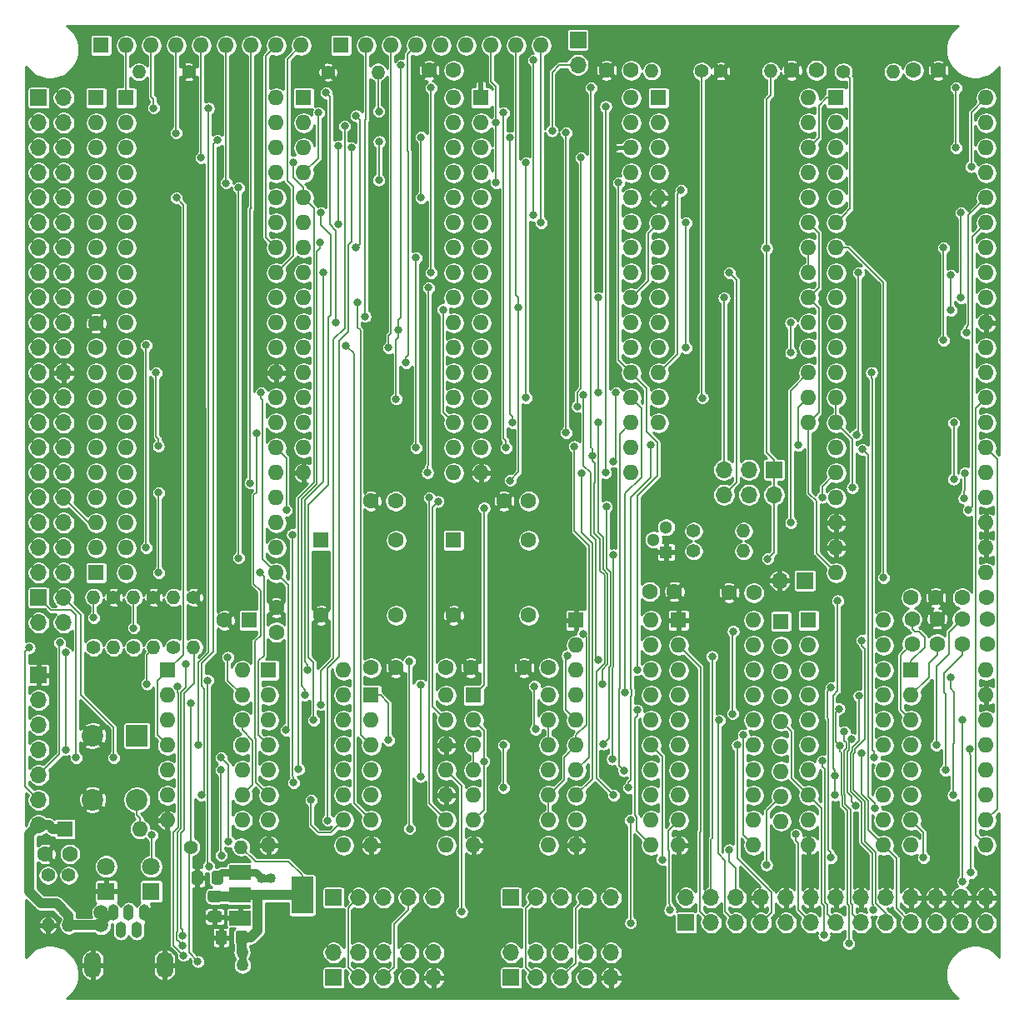
<source format=gbl>
G04 #@! TF.GenerationSoftware,KiCad,Pcbnew,(5.1.12)-1*
G04 #@! TF.CreationDate,2022-12-18T09:53:08+01:00*
G04 #@! TF.ProjectId,2063-Z80,32303633-2d5a-4383-902e-6b696361645f,4.3*
G04 #@! TF.SameCoordinates,Original*
G04 #@! TF.FileFunction,Copper,L4,Bot*
G04 #@! TF.FilePolarity,Positive*
%FSLAX46Y46*%
G04 Gerber Fmt 4.6, Leading zero omitted, Abs format (unit mm)*
G04 Created by KiCad (PCBNEW (5.1.12)-1) date 2022-12-18 09:53:08*
%MOMM*%
%LPD*%
G01*
G04 APERTURE LIST*
G04 #@! TA.AperFunction,EtchedComponent*
%ADD10C,0.100000*%
G04 #@! TD*
G04 #@! TA.AperFunction,ComponentPad*
%ADD11O,1.700000X1.700000*%
G04 #@! TD*
G04 #@! TA.AperFunction,ComponentPad*
%ADD12R,1.700000X1.700000*%
G04 #@! TD*
G04 #@! TA.AperFunction,SMDPad,CuDef*
%ADD13C,0.500000*%
G04 #@! TD*
G04 #@! TA.AperFunction,ComponentPad*
%ADD14O,1.400000X1.400000*%
G04 #@! TD*
G04 #@! TA.AperFunction,ComponentPad*
%ADD15C,1.400000*%
G04 #@! TD*
G04 #@! TA.AperFunction,ComponentPad*
%ADD16R,1.600000X1.600000*%
G04 #@! TD*
G04 #@! TA.AperFunction,ComponentPad*
%ADD17O,1.600000X1.600000*%
G04 #@! TD*
G04 #@! TA.AperFunction,ComponentPad*
%ADD18C,1.600000*%
G04 #@! TD*
G04 #@! TA.AperFunction,ComponentPad*
%ADD19R,1.300000X1.300000*%
G04 #@! TD*
G04 #@! TA.AperFunction,ComponentPad*
%ADD20C,1.300000*%
G04 #@! TD*
G04 #@! TA.AperFunction,SMDPad,CuDef*
%ADD21R,2.200000X3.800000*%
G04 #@! TD*
G04 #@! TA.AperFunction,SMDPad,CuDef*
%ADD22R,2.200000X1.500000*%
G04 #@! TD*
G04 #@! TA.AperFunction,ComponentPad*
%ADD23O,1.700000X2.700000*%
G04 #@! TD*
G04 #@! TA.AperFunction,ComponentPad*
%ADD24O,1.100000X1.650000*%
G04 #@! TD*
G04 #@! TA.AperFunction,ComponentPad*
%ADD25C,1.800000*%
G04 #@! TD*
G04 #@! TA.AperFunction,ComponentPad*
%ADD26R,1.800000X1.800000*%
G04 #@! TD*
G04 #@! TA.AperFunction,ComponentPad*
%ADD27C,2.200000*%
G04 #@! TD*
G04 #@! TA.AperFunction,ComponentPad*
%ADD28R,2.200000X2.200000*%
G04 #@! TD*
G04 #@! TA.AperFunction,ViaPad*
%ADD29C,0.800000*%
G04 #@! TD*
G04 #@! TA.AperFunction,ViaPad*
%ADD30C,1.498600*%
G04 #@! TD*
G04 #@! TA.AperFunction,ViaPad*
%ADD31C,1.016000*%
G04 #@! TD*
G04 #@! TA.AperFunction,ViaPad*
%ADD32C,1.270000*%
G04 #@! TD*
G04 #@! TA.AperFunction,Conductor*
%ADD33C,0.152400*%
G04 #@! TD*
G04 #@! TA.AperFunction,Conductor*
%ADD34C,0.800000*%
G04 #@! TD*
G04 #@! TA.AperFunction,Conductor*
%ADD35C,0.500000*%
G04 #@! TD*
G04 #@! TA.AperFunction,Conductor*
%ADD36C,0.700000*%
G04 #@! TD*
G04 #@! TA.AperFunction,Conductor*
%ADD37C,0.762000*%
G04 #@! TD*
G04 #@! TA.AperFunction,Conductor*
%ADD38C,1.016000*%
G04 #@! TD*
G04 #@! TA.AperFunction,Conductor*
%ADD39C,0.254000*%
G04 #@! TD*
G04 #@! TA.AperFunction,Conductor*
%ADD40C,0.100000*%
G04 #@! TD*
G04 APERTURE END LIST*
D10*
G36*
X146550000Y-56450000D02*
G01*
X146550000Y-57450000D01*
X147050000Y-57450000D01*
X147050000Y-56450000D01*
X146550000Y-56450000D01*
G37*
G36*
X160700000Y-63250000D02*
G01*
X161700000Y-63250000D01*
X161700000Y-62750000D01*
X160700000Y-62750000D01*
X160700000Y-63250000D01*
G37*
D11*
X104394000Y-111252000D03*
X101854000Y-111252000D03*
X104394000Y-108712000D03*
D12*
X101854000Y-108712000D03*
D13*
X146800000Y-57450000D03*
X146800000Y-56450000D03*
X161700000Y-63000000D03*
X160700000Y-63000000D03*
D14*
X176240440Y-55191660D03*
D15*
X171160440Y-55191660D03*
D14*
X112024160Y-55267860D03*
D15*
X117104160Y-55267860D03*
D14*
X136321800Y-55305960D03*
D15*
X131241800Y-55305960D03*
D11*
X156641800Y-54556660D03*
D12*
X156641800Y-52016660D03*
D16*
X146044920Y-118618000D03*
D17*
X153664920Y-133858000D03*
X146044920Y-121158000D03*
X153664920Y-131318000D03*
X146044920Y-123698000D03*
X153664920Y-128778000D03*
X146044920Y-126238000D03*
X153664920Y-126238000D03*
X146044920Y-128778000D03*
X153664920Y-123698000D03*
X146044920Y-131318000D03*
X153664920Y-121158000D03*
X146044920Y-133858000D03*
X153664920Y-118618000D03*
D11*
X177165000Y-106959400D03*
D12*
X179705000Y-106959400D03*
D14*
X164152580Y-55194200D03*
D15*
X169232580Y-55194200D03*
D14*
X188696600Y-55270400D03*
D15*
X183616600Y-55270400D03*
G04 #@! TA.AperFunction,SMDPad,CuDef*
G36*
G01*
X118540000Y-136709999D02*
X118540000Y-137610001D01*
G75*
G02*
X118290001Y-137860000I-249999J0D01*
G01*
X117639999Y-137860000D01*
G75*
G02*
X117390000Y-137610001I0J249999D01*
G01*
X117390000Y-136709999D01*
G75*
G02*
X117639999Y-136460000I249999J0D01*
G01*
X118290001Y-136460000D01*
G75*
G02*
X118540000Y-136709999I0J-249999D01*
G01*
G37*
G04 #@! TD.AperFunction*
G04 #@! TA.AperFunction,SMDPad,CuDef*
G36*
G01*
X120590000Y-136709999D02*
X120590000Y-137610001D01*
G75*
G02*
X120340001Y-137860000I-249999J0D01*
G01*
X119689999Y-137860000D01*
G75*
G02*
X119440000Y-137610001I0J249999D01*
G01*
X119440000Y-136709999D01*
G75*
G02*
X119689999Y-136460000I249999J0D01*
G01*
X120340001Y-136460000D01*
G75*
G02*
X120590000Y-136709999I0J-249999D01*
G01*
G37*
G04 #@! TD.AperFunction*
D18*
X130556000Y-110490000D03*
X138176000Y-110490000D03*
X138176000Y-102870000D03*
D16*
X130556000Y-102870000D03*
D18*
X144018000Y-110490000D03*
X151638000Y-110490000D03*
X151638000Y-102870000D03*
D16*
X144018000Y-102870000D03*
G04 #@! TA.AperFunction,SMDPad,CuDef*
G36*
G01*
X119286000Y-140531000D02*
X120236000Y-140531000D01*
G75*
G02*
X120486000Y-140781000I0J-250000D01*
G01*
X120486000Y-141456000D01*
G75*
G02*
X120236000Y-141706000I-250000J0D01*
G01*
X119286000Y-141706000D01*
G75*
G02*
X119036000Y-141456000I0J250000D01*
G01*
X119036000Y-140781000D01*
G75*
G02*
X119286000Y-140531000I250000J0D01*
G01*
G37*
G04 #@! TD.AperFunction*
G04 #@! TA.AperFunction,SMDPad,CuDef*
G36*
G01*
X119286000Y-138456000D02*
X120236000Y-138456000D01*
G75*
G02*
X120486000Y-138706000I0J-250000D01*
G01*
X120486000Y-139381000D01*
G75*
G02*
X120236000Y-139631000I-250000J0D01*
G01*
X119286000Y-139631000D01*
G75*
G02*
X119036000Y-139381000I0J250000D01*
G01*
X119036000Y-138706000D01*
G75*
G02*
X119286000Y-138456000I250000J0D01*
G01*
G37*
G04 #@! TD.AperFunction*
D14*
X104902000Y-141986000D03*
D15*
X104902000Y-136906000D03*
D17*
X122555000Y-116078000D03*
X114935000Y-131318000D03*
X122555000Y-118618000D03*
X114935000Y-128778000D03*
X122555000Y-121158000D03*
X114935000Y-126238000D03*
X122555000Y-123698000D03*
X114935000Y-123698000D03*
X122555000Y-126238000D03*
X114935000Y-121158000D03*
X122555000Y-128778000D03*
X114935000Y-118618000D03*
X122555000Y-131318000D03*
D16*
X114935000Y-116078000D03*
G04 #@! TA.AperFunction,SMDPad,CuDef*
G36*
G01*
X123062400Y-142755600D02*
X123062400Y-143705600D01*
G75*
G02*
X122812400Y-143955600I-250000J0D01*
G01*
X122137400Y-143955600D01*
G75*
G02*
X121887400Y-143705600I0J250000D01*
G01*
X121887400Y-142755600D01*
G75*
G02*
X122137400Y-142505600I250000J0D01*
G01*
X122812400Y-142505600D01*
G75*
G02*
X123062400Y-142755600I0J-250000D01*
G01*
G37*
G04 #@! TD.AperFunction*
G04 #@! TA.AperFunction,SMDPad,CuDef*
G36*
G01*
X120987400Y-142755600D02*
X120987400Y-143705600D01*
G75*
G02*
X120737400Y-143955600I-250000J0D01*
G01*
X120062400Y-143955600D01*
G75*
G02*
X119812400Y-143705600I0J250000D01*
G01*
X119812400Y-142755600D01*
G75*
G02*
X120062400Y-142505600I250000J0D01*
G01*
X120737400Y-142505600D01*
G75*
G02*
X120987400Y-142755600I0J-250000D01*
G01*
G37*
G04 #@! TD.AperFunction*
D19*
X165608000Y-104089200D03*
D20*
X165608000Y-101549200D03*
X164338000Y-102809200D03*
D11*
X171488100Y-98234500D03*
X171488100Y-95694500D03*
X174028100Y-98234500D03*
X174028100Y-95694500D03*
X176568100Y-98234500D03*
D12*
X176568100Y-95694500D03*
D18*
X126009400Y-109717200D03*
X126009400Y-112217200D03*
X120740800Y-110998000D03*
D16*
X123240800Y-110998000D03*
D11*
X101854000Y-131800600D03*
X101854000Y-129260600D03*
X101854000Y-126720600D03*
X101854000Y-124180600D03*
X101854000Y-121640600D03*
X101854000Y-119100600D03*
D12*
X101854000Y-116560600D03*
D16*
X135636000Y-118618000D03*
D17*
X143256000Y-133858000D03*
X135636000Y-121158000D03*
X143256000Y-131318000D03*
X135636000Y-123698000D03*
X143256000Y-128778000D03*
X135636000Y-126238000D03*
X143256000Y-126238000D03*
X135636000Y-128778000D03*
X143256000Y-123698000D03*
X135636000Y-131318000D03*
X143256000Y-121158000D03*
X135636000Y-133858000D03*
X143256000Y-118618000D03*
X144018000Y-57912000D03*
X128778000Y-96012000D03*
X144018000Y-60452000D03*
X128778000Y-93472000D03*
X144018000Y-62992000D03*
X128778000Y-90932000D03*
X144018000Y-65532000D03*
X128778000Y-88392000D03*
X144018000Y-68072000D03*
X128778000Y-85852000D03*
X144018000Y-70612000D03*
X128778000Y-83312000D03*
X144018000Y-73152000D03*
X128778000Y-80772000D03*
X144018000Y-75692000D03*
X128778000Y-78232000D03*
X144018000Y-78232000D03*
X128778000Y-75692000D03*
X144018000Y-80772000D03*
X128778000Y-73152000D03*
X144018000Y-83312000D03*
X128778000Y-70612000D03*
X144018000Y-85852000D03*
X128778000Y-68072000D03*
X144018000Y-88392000D03*
X128778000Y-65532000D03*
X144018000Y-90932000D03*
X128778000Y-62992000D03*
X144018000Y-93472000D03*
X128778000Y-60452000D03*
X144018000Y-96012000D03*
D16*
X128778000Y-57912000D03*
D14*
X173482000Y-103962200D03*
D15*
X168402000Y-103962200D03*
D14*
X173482000Y-101930200D03*
D15*
X168402000Y-101930200D03*
D18*
X135625200Y-98882200D03*
X138125200Y-98882200D03*
D14*
X102793800Y-141986000D03*
D15*
X102793800Y-136906000D03*
D14*
X122402600Y-134035800D03*
D15*
X117322600Y-134035800D03*
D14*
X115570000Y-108661200D03*
D15*
X115570000Y-113741200D03*
D14*
X111506000Y-108661200D03*
D15*
X111506000Y-113741200D03*
D14*
X117602000Y-113741200D03*
D15*
X117602000Y-108661200D03*
D14*
X113538000Y-113741200D03*
D15*
X113538000Y-108661200D03*
D14*
X109474000Y-113741200D03*
D15*
X109474000Y-108661200D03*
D14*
X107442000Y-108661200D03*
D15*
X107442000Y-113741200D03*
D17*
X128524000Y-52578000D03*
X125984000Y-52578000D03*
X123444000Y-52578000D03*
X120904000Y-52578000D03*
X118364000Y-52578000D03*
X115824000Y-52578000D03*
X113284000Y-52578000D03*
X110744000Y-52578000D03*
D16*
X108204000Y-52578000D03*
D17*
X107696000Y-78232000D03*
X107696000Y-75692000D03*
X107696000Y-73152000D03*
X107696000Y-70612000D03*
X107696000Y-68072000D03*
X107696000Y-65532000D03*
X107696000Y-62992000D03*
X107696000Y-60452000D03*
D16*
X107696000Y-57912000D03*
D17*
X107696000Y-85852000D03*
X107696000Y-88392000D03*
X107696000Y-90932000D03*
X107696000Y-93472000D03*
X107696000Y-96012000D03*
X107696000Y-98552000D03*
X107696000Y-101092000D03*
X107696000Y-103632000D03*
D16*
X107696000Y-106172000D03*
D17*
X198120000Y-116078000D03*
X190500000Y-133858000D03*
X198120000Y-118618000D03*
X190500000Y-131318000D03*
X198120000Y-121158000D03*
X190500000Y-128778000D03*
X198120000Y-123698000D03*
X190500000Y-126238000D03*
X198120000Y-126238000D03*
X190500000Y-123698000D03*
X198120000Y-128778000D03*
X190500000Y-121158000D03*
X198120000Y-131318000D03*
X190500000Y-118618000D03*
X198120000Y-133858000D03*
D16*
X190500000Y-116078000D03*
X104521000Y-132207000D03*
D17*
X112141000Y-132207000D03*
X162052000Y-57912000D03*
X146812000Y-96012000D03*
X162052000Y-60452000D03*
X146812000Y-93472000D03*
X162052000Y-62992000D03*
X146812000Y-90932000D03*
X162052000Y-65532000D03*
X146812000Y-88392000D03*
X162052000Y-68072000D03*
X146812000Y-85852000D03*
X162052000Y-70612000D03*
X146812000Y-83312000D03*
X162052000Y-73152000D03*
X146812000Y-80772000D03*
X162052000Y-75692000D03*
X146812000Y-78232000D03*
X162052000Y-78232000D03*
X146812000Y-75692000D03*
X162052000Y-80772000D03*
X146812000Y-73152000D03*
X162052000Y-83312000D03*
X146812000Y-70612000D03*
X162052000Y-85852000D03*
X146812000Y-68072000D03*
X162052000Y-88392000D03*
X146812000Y-65532000D03*
X162052000Y-90932000D03*
X146812000Y-62992000D03*
X162052000Y-93472000D03*
X146812000Y-60452000D03*
X162052000Y-96012000D03*
D16*
X146812000Y-57912000D03*
D11*
X141986000Y-139192000D03*
X139446000Y-139192000D03*
X136906000Y-139192000D03*
X134366000Y-139192000D03*
D12*
X131826000Y-139192000D03*
D11*
X160020000Y-139192000D03*
X157480000Y-139192000D03*
X154940000Y-139192000D03*
X152400000Y-139192000D03*
D12*
X149860000Y-139192000D03*
D11*
X141986000Y-144780000D03*
X141986000Y-147320000D03*
X139446000Y-144780000D03*
X139446000Y-147320000D03*
X136906000Y-144780000D03*
X136906000Y-147320000D03*
X134366000Y-144780000D03*
X134366000Y-147320000D03*
X131826000Y-144780000D03*
D12*
X131826000Y-147320000D03*
D11*
X160020000Y-144780000D03*
X160020000Y-147320000D03*
X157480000Y-144780000D03*
X157480000Y-147320000D03*
X154940000Y-144780000D03*
X154940000Y-147320000D03*
X152400000Y-144780000D03*
X152400000Y-147320000D03*
X149860000Y-144780000D03*
D12*
X149860000Y-147320000D03*
D17*
X177292000Y-131419600D03*
X177292000Y-128879600D03*
X177292000Y-126339600D03*
X177292000Y-123799600D03*
X177292000Y-121259600D03*
X177292000Y-118719600D03*
X177292000Y-116179600D03*
X177292000Y-113639600D03*
D16*
X177292000Y-111099600D03*
D18*
X149138000Y-98882200D03*
X151638000Y-98882200D03*
D21*
X128626000Y-138938000D03*
D22*
X122326000Y-141238000D03*
X122326000Y-138938000D03*
X122326000Y-136638000D03*
D17*
X125984000Y-57912000D03*
X110744000Y-106172000D03*
X125984000Y-60452000D03*
X110744000Y-103632000D03*
X125984000Y-62992000D03*
X110744000Y-101092000D03*
X125984000Y-65532000D03*
X110744000Y-98552000D03*
X125984000Y-68072000D03*
X110744000Y-96012000D03*
X125984000Y-70612000D03*
X110744000Y-93472000D03*
X125984000Y-73152000D03*
X110744000Y-90932000D03*
X125984000Y-75692000D03*
X110744000Y-88392000D03*
X125984000Y-78232000D03*
X110744000Y-85852000D03*
X125984000Y-80772000D03*
X110744000Y-83312000D03*
X125984000Y-83312000D03*
X110744000Y-80772000D03*
X125984000Y-85852000D03*
X110744000Y-78232000D03*
X125984000Y-88392000D03*
X110744000Y-75692000D03*
X125984000Y-90932000D03*
X110744000Y-73152000D03*
X125984000Y-93472000D03*
X110744000Y-70612000D03*
X125984000Y-96012000D03*
X110744000Y-68072000D03*
X125984000Y-98552000D03*
X110744000Y-65532000D03*
X125984000Y-101092000D03*
X110744000Y-62992000D03*
X125984000Y-103632000D03*
X110744000Y-60452000D03*
X125984000Y-106172000D03*
D16*
X110744000Y-57912000D03*
D17*
X198120000Y-57912000D03*
X182880000Y-106172000D03*
X198120000Y-60452000D03*
X182880000Y-103632000D03*
X198120000Y-62992000D03*
X182880000Y-101092000D03*
X198120000Y-65532000D03*
X182880000Y-98552000D03*
X198120000Y-68072000D03*
X182880000Y-96012000D03*
X198120000Y-70612000D03*
X182880000Y-93472000D03*
X198120000Y-73152000D03*
X182880000Y-90932000D03*
X198120000Y-75692000D03*
X182880000Y-88392000D03*
X198120000Y-78232000D03*
X182880000Y-85852000D03*
X198120000Y-80772000D03*
X182880000Y-83312000D03*
X198120000Y-83312000D03*
X182880000Y-80772000D03*
X198120000Y-85852000D03*
X182880000Y-78232000D03*
X198120000Y-88392000D03*
X182880000Y-75692000D03*
X198120000Y-90932000D03*
X182880000Y-73152000D03*
X198120000Y-93472000D03*
X182880000Y-70612000D03*
X198120000Y-96012000D03*
X182880000Y-68072000D03*
X198120000Y-98552000D03*
X182880000Y-65532000D03*
X198120000Y-101092000D03*
X182880000Y-62992000D03*
X198120000Y-103632000D03*
X182880000Y-60452000D03*
X198120000Y-106172000D03*
D16*
X182880000Y-57912000D03*
D11*
X198120000Y-139192000D03*
X198120000Y-141732000D03*
X195580000Y-139192000D03*
X195580000Y-141732000D03*
X193040000Y-139192000D03*
X193040000Y-141732000D03*
X190500000Y-139192000D03*
X190500000Y-141732000D03*
X187960000Y-139192000D03*
X187960000Y-141732000D03*
X185420000Y-139192000D03*
X185420000Y-141732000D03*
X182880000Y-139192000D03*
X182880000Y-141732000D03*
X180340000Y-139192000D03*
X180340000Y-141732000D03*
X177800000Y-139192000D03*
X177800000Y-141732000D03*
X175260000Y-139192000D03*
X175260000Y-141732000D03*
X172720000Y-139192000D03*
X172720000Y-141732000D03*
X170180000Y-139192000D03*
X170180000Y-141732000D03*
X167640000Y-139192000D03*
D12*
X167640000Y-141732000D03*
D17*
X152908000Y-52578000D03*
X150368000Y-52578000D03*
X147828000Y-52578000D03*
X145288000Y-52578000D03*
X142748000Y-52578000D03*
X140208000Y-52578000D03*
X137668000Y-52578000D03*
X135128000Y-52578000D03*
D16*
X132588000Y-52578000D03*
D23*
X114648000Y-146020000D03*
X107348000Y-146020000D03*
D24*
X111798000Y-142445000D03*
X110198000Y-142445000D03*
X112598000Y-140695000D03*
X109398000Y-140695000D03*
X110998000Y-140695000D03*
D11*
X104394000Y-106172000D03*
X101854000Y-106172000D03*
X104394000Y-103632000D03*
X101854000Y-103632000D03*
X104394000Y-101092000D03*
X101854000Y-101092000D03*
X104394000Y-98552000D03*
X101854000Y-98552000D03*
X104394000Y-96012000D03*
X101854000Y-96012000D03*
X104394000Y-93472000D03*
X101854000Y-93472000D03*
X104394000Y-90932000D03*
X101854000Y-90932000D03*
X104394000Y-88392000D03*
X101854000Y-88392000D03*
X104394000Y-85852000D03*
X101854000Y-85852000D03*
X104394000Y-83312000D03*
X101854000Y-83312000D03*
X104394000Y-80772000D03*
X101854000Y-80772000D03*
X104394000Y-78232000D03*
X101854000Y-78232000D03*
X104394000Y-75692000D03*
X101854000Y-75692000D03*
X104394000Y-73152000D03*
X101854000Y-73152000D03*
X104394000Y-70612000D03*
X101854000Y-70612000D03*
X104394000Y-68072000D03*
X101854000Y-68072000D03*
X104394000Y-65532000D03*
X101854000Y-65532000D03*
X104394000Y-62992000D03*
X101854000Y-62992000D03*
X104394000Y-60452000D03*
X101854000Y-60452000D03*
X104394000Y-57912000D03*
D12*
X101854000Y-57912000D03*
D25*
X108712000Y-136017000D03*
D26*
X108712000Y-138557000D03*
D25*
X113284000Y-136017000D03*
D26*
X113284000Y-138557000D03*
D27*
X107336200Y-122732800D03*
X107336200Y-129232800D03*
X111836200Y-129232800D03*
D28*
X111836200Y-122732800D03*
D18*
X102529000Y-134747000D03*
X105029000Y-134747000D03*
D17*
X180086000Y-57912000D03*
X164846000Y-90932000D03*
X180086000Y-60452000D03*
X164846000Y-88392000D03*
X180086000Y-62992000D03*
X164846000Y-85852000D03*
X180086000Y-65532000D03*
X164846000Y-83312000D03*
X180086000Y-68072000D03*
X164846000Y-80772000D03*
X180086000Y-70612000D03*
X164846000Y-78232000D03*
X180086000Y-73152000D03*
X164846000Y-75692000D03*
X180086000Y-75692000D03*
X164846000Y-73152000D03*
X180086000Y-78232000D03*
X164846000Y-70612000D03*
X180086000Y-80772000D03*
X164846000Y-68072000D03*
X180086000Y-83312000D03*
X164846000Y-65532000D03*
X180086000Y-85852000D03*
X164846000Y-62992000D03*
X180086000Y-88392000D03*
X164846000Y-60452000D03*
X180086000Y-90932000D03*
D16*
X164846000Y-57912000D03*
X166878000Y-110998000D03*
D17*
X174498000Y-133858000D03*
X166878000Y-113538000D03*
X174498000Y-131318000D03*
X166878000Y-116078000D03*
X174498000Y-128778000D03*
X166878000Y-118618000D03*
X174498000Y-126238000D03*
X166878000Y-121158000D03*
X174498000Y-123698000D03*
X166878000Y-123698000D03*
X174498000Y-121158000D03*
X166878000Y-126238000D03*
X174498000Y-118618000D03*
X166878000Y-128778000D03*
X174498000Y-116078000D03*
X166878000Y-131318000D03*
X174498000Y-113538000D03*
X166878000Y-133858000D03*
X174498000Y-110998000D03*
D18*
X163957000Y-108077000D03*
X166457000Y-108077000D03*
X159552000Y-55118000D03*
X162052000Y-55118000D03*
X178381020Y-55107840D03*
X180881020Y-55107840D03*
X193254000Y-55118000D03*
X190754000Y-55118000D03*
X198207000Y-108712000D03*
X195707000Y-108712000D03*
X193141600Y-110883700D03*
X193141600Y-113383700D03*
X141518000Y-55118000D03*
X144018000Y-55118000D03*
X107696000Y-80812000D03*
X107696000Y-83312000D03*
X198221600Y-110883700D03*
X198221600Y-113383700D03*
X153670000Y-115824000D03*
X151170000Y-115824000D03*
X143256000Y-115824000D03*
X145756000Y-115824000D03*
X135636000Y-115824000D03*
X138136000Y-115824000D03*
X190500000Y-108712000D03*
X193000000Y-108712000D03*
X174518320Y-108201460D03*
X172018320Y-108201460D03*
X190601600Y-110883700D03*
X190601600Y-113383700D03*
X195681600Y-110883700D03*
X195681600Y-113383700D03*
D16*
X180086000Y-110998000D03*
D17*
X187706000Y-133858000D03*
X180086000Y-113538000D03*
X187706000Y-131318000D03*
X180086000Y-116078000D03*
X187706000Y-128778000D03*
X180086000Y-118618000D03*
X187706000Y-126238000D03*
X180086000Y-121158000D03*
X187706000Y-123698000D03*
X180086000Y-123698000D03*
X187706000Y-121158000D03*
X180086000Y-126238000D03*
X187706000Y-118618000D03*
X180086000Y-128778000D03*
X187706000Y-116078000D03*
X180086000Y-131318000D03*
X187706000Y-113538000D03*
X180086000Y-133858000D03*
X187706000Y-110998000D03*
D16*
X156464000Y-110998000D03*
D17*
X164084000Y-133858000D03*
X156464000Y-113538000D03*
X164084000Y-131318000D03*
X156464000Y-116078000D03*
X164084000Y-128778000D03*
X156464000Y-118618000D03*
X164084000Y-126238000D03*
X156464000Y-121158000D03*
X164084000Y-123698000D03*
X156464000Y-123698000D03*
X164084000Y-121158000D03*
X156464000Y-126238000D03*
X164084000Y-118618000D03*
X156464000Y-128778000D03*
X164084000Y-116078000D03*
X156464000Y-131318000D03*
X164084000Y-113538000D03*
X156464000Y-133858000D03*
X164084000Y-110998000D03*
D16*
X125222000Y-116078000D03*
D17*
X132842000Y-133858000D03*
X125222000Y-118618000D03*
X132842000Y-131318000D03*
X125222000Y-121158000D03*
X132842000Y-128778000D03*
X125222000Y-123698000D03*
X132842000Y-126238000D03*
X125222000Y-126238000D03*
X132842000Y-123698000D03*
X125222000Y-128778000D03*
X132842000Y-121158000D03*
X125222000Y-131318000D03*
X132842000Y-118618000D03*
X125222000Y-133858000D03*
X132842000Y-116078000D03*
D29*
X120345200Y-148945600D03*
D30*
X113792000Y-141986000D03*
X113792000Y-140716000D03*
D29*
X120237963Y-146272952D03*
X156210000Y-106883200D03*
X179628800Y-102565200D03*
X170815000Y-104114600D03*
X139852400Y-98831400D03*
X159893000Y-98475800D03*
X177266600Y-136398000D03*
X163626800Y-139014200D03*
X146202400Y-138734800D03*
X143179800Y-136779000D03*
X130810000Y-142036800D03*
X130505200Y-136728200D03*
X178607720Y-70586600D03*
X177350420Y-102616000D03*
X178452780Y-86288880D03*
X184414160Y-106098340D03*
X193979800Y-126238000D03*
X193065400Y-123698000D03*
X194767200Y-128778000D03*
X194487800Y-116814600D03*
D30*
X108204000Y-141986000D03*
X108204000Y-140716000D03*
D31*
X124485400Y-137210800D03*
X125476000Y-137210800D03*
D29*
X113525399Y-58940601D03*
X131064000Y-57404000D03*
X132080002Y-80772000D03*
X150622000Y-79248000D03*
X114046000Y-98044000D03*
X114046000Y-106172000D03*
X124326610Y-106141711D03*
X196113389Y-81788000D03*
X149759227Y-96780390D03*
X115811399Y-61480601D03*
X134112000Y-73152000D03*
X134112000Y-59740804D03*
X112776000Y-83058000D03*
X112776000Y-103632000D03*
X127762000Y-127508000D03*
X127641211Y-102307559D03*
X118364000Y-64008000D03*
X132314990Y-70705847D03*
X132314990Y-62809162D03*
X120891399Y-66560601D03*
X127762000Y-64450078D03*
X128270000Y-126117390D03*
X152908000Y-70612000D03*
X130556000Y-69596000D03*
X129794000Y-121158000D03*
X167132000Y-67310000D03*
X160528000Y-87884000D03*
X160261391Y-94855944D03*
X130435211Y-72644000D03*
X128898610Y-118618000D03*
X149739390Y-61976000D03*
X149993390Y-90932000D03*
X158750000Y-90932000D03*
X159137390Y-117501343D03*
X130740022Y-75692000D03*
X129165390Y-116078000D03*
X196614756Y-64915746D03*
X151384000Y-64516000D03*
X151384000Y-88392000D03*
X157226000Y-88138000D03*
X158730833Y-115062132D03*
X160782000Y-66548000D03*
X162680610Y-116023754D03*
X135007398Y-80130602D03*
X113792000Y-85852000D03*
X114021098Y-93300611D03*
X149098000Y-59436000D03*
X149352000Y-93472000D03*
X156286200Y-93345000D03*
X194564000Y-79502000D03*
X194564000Y-75946000D03*
X137414000Y-83312000D03*
X178269900Y-80771998D03*
X178282600Y-83820000D03*
X193802000Y-82550000D03*
X193802000Y-73152000D03*
X139192000Y-84836000D03*
X156971993Y-64007993D03*
X138684000Y-54610000D03*
X138176000Y-88512610D03*
X156597390Y-89274789D03*
X138430000Y-81534000D03*
X161461421Y-118332071D03*
X155448000Y-61468000D03*
X155448000Y-91948000D03*
X142939339Y-79439330D03*
X161328457Y-126276457D03*
X159474913Y-58794789D03*
X141478000Y-77216000D03*
X141357390Y-96012000D03*
X159461200Y-96012000D03*
X157048200Y-96062802D03*
X185166000Y-75692000D03*
X123964601Y-91960601D03*
X184968067Y-92131078D03*
X195072000Y-56896000D03*
X195072000Y-62992000D03*
X157988000Y-56896000D03*
X140208000Y-74168000D03*
X140208000Y-93472000D03*
X158092871Y-94258124D03*
X160274000Y-128778000D03*
X127012601Y-99809399D03*
X147116800Y-99593400D03*
X178282600Y-101092000D03*
X136423400Y-66268600D03*
X136448800Y-62363390D03*
X115849400Y-68072000D03*
X140716000Y-68072000D03*
X140716318Y-61906190D03*
X148336000Y-66548000D03*
X122174000Y-67056000D03*
X122161399Y-104660601D03*
X148336000Y-60452000D03*
X130289399Y-59423399D03*
X195580000Y-69596000D03*
X195580000Y-78232000D03*
X152146000Y-69850000D03*
X152146000Y-54102000D03*
X124460000Y-87884000D03*
X158750000Y-87884000D03*
X158750000Y-78232000D03*
X127000000Y-122173994D03*
X141732000Y-56896000D03*
X141732000Y-75692000D03*
D32*
X122555000Y-146050000D03*
X122520553Y-144741910D03*
D29*
X123335991Y-97040601D03*
X134239000Y-78740000D03*
X133038810Y-83072793D03*
X137414000Y-123189980D03*
X147078601Y-125342610D03*
X161975801Y-131318000D03*
X162001200Y-141757400D03*
X144830800Y-140614400D03*
X178790600Y-132740400D03*
X171018200Y-121158002D03*
X181480762Y-125291810D03*
X172840610Y-123679612D03*
X183730900Y-122326400D03*
X165989000Y-140462000D03*
X185502590Y-113046381D03*
X185446431Y-124498692D03*
X170288009Y-114681000D03*
X186639200Y-140436600D03*
X185197779Y-118694200D03*
X184175400Y-143840200D03*
X183280010Y-123737318D03*
X183178410Y-119985542D03*
X181660800Y-143002000D03*
X182372000Y-135128000D03*
X182372000Y-117856000D03*
X118022599Y-145683199D03*
X117322600Y-119430800D03*
X196596000Y-136652000D03*
X196443600Y-124053600D03*
X195732400Y-121158000D03*
X195732400Y-137541002D03*
X191770000Y-135128000D03*
X185547000Y-93624400D03*
X186817000Y-130124200D03*
X184531000Y-97536000D03*
X186486800Y-85826600D03*
X186759810Y-124942600D03*
X194843400Y-90932000D03*
X194835780Y-96664780D03*
X167640000Y-70612000D03*
X167640000Y-83312000D03*
X187706000Y-106680000D03*
X184861200Y-129819400D03*
X175815489Y-135864611D03*
X119036999Y-117106599D03*
X119136197Y-135990350D03*
X184440366Y-123100343D03*
X116763800Y-115468400D03*
X116490790Y-144077501D03*
X112852200Y-117475000D03*
X115959542Y-117735203D03*
X116561649Y-145069939D03*
X161798000Y-128016000D03*
X164084000Y-93218000D03*
X179070000Y-93218000D03*
X172034200Y-134315200D03*
X181483000Y-98526600D03*
X141554200Y-98552000D03*
X196342000Y-99822000D03*
X159258000Y-123571000D03*
X159537400Y-99447390D03*
X162680610Y-120122237D03*
X173456600Y-122656600D03*
X172364400Y-120497600D03*
X172427803Y-112128201D03*
X175818800Y-73190100D03*
X175920400Y-104749600D03*
X160147000Y-125094980D03*
X160274000Y-104343200D03*
X113360200Y-132842000D03*
X165201600Y-135305800D03*
X120396000Y-126238000D03*
X120408601Y-134886601D03*
X140639800Y-126873000D03*
X140639800Y-117576600D03*
X152222200Y-117703600D03*
X152349200Y-122072400D03*
X107442000Y-110744000D03*
X103987396Y-113284000D03*
X155575000Y-114604800D03*
X111506000Y-111785400D03*
X104597200Y-124129800D03*
X104597198Y-114300000D03*
X149098000Y-123698000D03*
X149098000Y-128016000D03*
X172046900Y-75692000D03*
X171500800Y-78232000D03*
X139522200Y-115163600D03*
X139547600Y-132181600D03*
X121056400Y-114757200D03*
X132943600Y-60782200D03*
X130530600Y-119557800D03*
X133629400Y-62992000D03*
X131216400Y-131343400D03*
X120015000Y-62230000D03*
X118370390Y-128778000D03*
X119100600Y-58978800D03*
X118059200Y-123698004D03*
X116490788Y-143049936D03*
X157170714Y-112384940D03*
X100888800Y-113792000D03*
X169291000Y-88417400D03*
X182797951Y-128777018D03*
X182797532Y-126822200D03*
X183032400Y-109016800D03*
X142443200Y-98933000D03*
X195983860Y-96019620D03*
X195892420Y-98615500D03*
X136408160Y-59283600D03*
X154028039Y-61251999D03*
X121158000Y-133457999D03*
X120396000Y-124968000D03*
X109474000Y-124968000D03*
X129540000Y-129286000D03*
X105664000Y-124968000D03*
D33*
X103962200Y-111328497D02*
X103987396Y-111303301D01*
D34*
X112598000Y-140970000D02*
X112979200Y-141351200D01*
X112979200Y-141351200D02*
X112979200Y-143510000D01*
D35*
X160700000Y-63000000D02*
X160200000Y-63000000D01*
X146800000Y-55500000D02*
X146850000Y-55450000D01*
X146800000Y-56450000D02*
X146800000Y-55500000D01*
D33*
X195681600Y-114515070D02*
X195681600Y-113383700D01*
X193833799Y-116362871D02*
X195681600Y-114515070D01*
X193833799Y-118357699D02*
X193833799Y-116362871D01*
X194005200Y-118529100D02*
X193833799Y-118357699D01*
X194005200Y-126212600D02*
X194005200Y-118529100D01*
X193979800Y-126238000D02*
X194005200Y-126212600D01*
X193065400Y-123132315D02*
X193065400Y-123698000D01*
X193065400Y-115697000D02*
X193065400Y-123132315D01*
X194335400Y-114427000D02*
X193065400Y-115697000D01*
X194335400Y-112229900D02*
X194335400Y-114427000D01*
X195681600Y-110883700D02*
X194335400Y-112229900D01*
X189700001Y-120358001D02*
X190500000Y-121158000D01*
X189471399Y-120129399D02*
X189700001Y-120358001D01*
X189471399Y-114513901D02*
X189471399Y-120129399D01*
X190601600Y-113383700D02*
X189471399Y-114513901D01*
X190601600Y-111861600D02*
X190601600Y-110883700D01*
X191312800Y-112166400D02*
X190906400Y-112166400D01*
X191871600Y-112725200D02*
X191312800Y-112166400D01*
X191871600Y-113741200D02*
X191871600Y-112725200D01*
X190906400Y-112166400D02*
X190601600Y-111861600D01*
X190500000Y-115112800D02*
X191871600Y-113741200D01*
X190500000Y-116078000D02*
X190500000Y-115112800D01*
X192328800Y-115327870D02*
X193141600Y-114515070D01*
X192328800Y-116789200D02*
X192328800Y-115327870D01*
X193141600Y-114515070D02*
X193141600Y-113383700D01*
X190500000Y-118618000D02*
X192328800Y-116789200D01*
X194767200Y-123571000D02*
X194767200Y-128778000D01*
X194887799Y-123450401D02*
X194767200Y-123571000D01*
X194487800Y-117919500D02*
X194887799Y-118319499D01*
X194487800Y-116814600D02*
X194487800Y-117919500D01*
X194887799Y-118319499D02*
X194887799Y-123450401D01*
D36*
X109220000Y-140970000D02*
X108204000Y-141986000D01*
D37*
X122326000Y-136638000D02*
X123912600Y-136638000D01*
X123912600Y-136638000D02*
X124485400Y-137210800D01*
X124485400Y-137210800D02*
X125476000Y-137210800D01*
X120464000Y-136638000D02*
X122326000Y-136638000D01*
X120015000Y-137087000D02*
X120464000Y-136638000D01*
X120015000Y-137160000D02*
X120015000Y-137087000D01*
D38*
X104902000Y-141986000D02*
X108204000Y-141986000D01*
X100910410Y-132744190D02*
X101854000Y-131800600D01*
X100910410Y-138583690D02*
X100910410Y-132744190D01*
X102059740Y-139733020D02*
X100910410Y-138583690D01*
X104902000Y-140996051D02*
X103638969Y-139733020D01*
X103638969Y-139733020D02*
X102059740Y-139733020D01*
X104902000Y-141986000D02*
X104902000Y-140996051D01*
X104508300Y-132194300D02*
X104521000Y-132207000D01*
X103276400Y-132194300D02*
X104508300Y-132194300D01*
X102882700Y-131800600D02*
X103276400Y-132194300D01*
X101854000Y-131800600D02*
X102882700Y-131800600D01*
D33*
X113525300Y-58940502D02*
X113525399Y-58940601D01*
X113525300Y-58039000D02*
X113525300Y-58940502D01*
X113284000Y-57797700D02*
X113525300Y-58039000D01*
X113284000Y-52578000D02*
X113284000Y-57797700D01*
X132080002Y-71389036D02*
X132080002Y-80206315D01*
X131064000Y-57404000D02*
X131463999Y-57803999D01*
X131463999Y-70773033D02*
X132080002Y-71389036D01*
X132080002Y-80206315D02*
X132080002Y-80772000D01*
X131463999Y-57803999D02*
X131463999Y-70773033D01*
X114046000Y-98044000D02*
X114046000Y-106172000D01*
X196113389Y-81222315D02*
X196113389Y-81788000D01*
X198120000Y-68072000D02*
X196342000Y-69850000D01*
X196342000Y-69850000D02*
X196342000Y-80993704D01*
X196342000Y-80993704D02*
X196113389Y-81222315D01*
X150622000Y-78219300D02*
X150622000Y-79248000D01*
X150368000Y-77965300D02*
X150622000Y-78219300D01*
X150368000Y-52578000D02*
X150368000Y-77965300D01*
X150622000Y-95917617D02*
X149759227Y-96780390D01*
X150622000Y-79248000D02*
X150622000Y-95917617D01*
X124206011Y-119124341D02*
X124193399Y-119111729D01*
X124193399Y-119111729D02*
X124193399Y-118124271D01*
X124193399Y-118124271D02*
X124206011Y-118111659D01*
X124726609Y-106541710D02*
X124326610Y-106141711D01*
X124193399Y-115095119D02*
X124726609Y-114561909D01*
X124206011Y-117073493D02*
X124193399Y-117060881D01*
X124206011Y-120651659D02*
X124206011Y-119124341D01*
X124726609Y-114561909D02*
X124726609Y-106541710D01*
X124193399Y-120664271D02*
X124206011Y-120651659D01*
X124193399Y-117060881D02*
X124193399Y-115095119D01*
X124206011Y-118111659D02*
X124206011Y-117073493D01*
X124193399Y-122669399D02*
X124193399Y-120664271D01*
X125222000Y-123698000D02*
X124193399Y-122669399D01*
X115824000Y-61468000D02*
X115811399Y-61480601D01*
X115824000Y-52578000D02*
X115824000Y-61468000D01*
X134112000Y-73152000D02*
X134511999Y-72752001D01*
X134511999Y-72752001D02*
X134511999Y-60140803D01*
X134511999Y-60140803D02*
X134112000Y-59740804D01*
X112776000Y-83058000D02*
X112776000Y-103632000D01*
X127762000Y-126942315D02*
X127637626Y-126817941D01*
X127641211Y-102873244D02*
X127641211Y-102307559D01*
X127637626Y-102876829D02*
X127641211Y-102873244D01*
X127641302Y-104574870D02*
X127637626Y-104571194D01*
X127641302Y-105178330D02*
X127641302Y-104574870D01*
X127637626Y-105182006D02*
X127641302Y-105178330D01*
X127637626Y-126817941D02*
X127637626Y-105182006D01*
X127762000Y-127508000D02*
X127762000Y-126942315D01*
X127637626Y-104571194D02*
X127637626Y-102876829D01*
X118364000Y-52578000D02*
X118364000Y-64008000D01*
X132314990Y-62809162D02*
X132314990Y-70705847D01*
X120904000Y-66548000D02*
X120891399Y-66560601D01*
X120904000Y-52578000D02*
X120904000Y-66548000D01*
X127749399Y-65028364D02*
X127762000Y-65015763D01*
X127762000Y-65015763D02*
X127762000Y-64450078D01*
X127749399Y-66025729D02*
X127749399Y-65028364D01*
X128778000Y-68072000D02*
X128778000Y-67054330D01*
X128778000Y-67054330D02*
X127749399Y-66025729D01*
X128269813Y-102609289D02*
X128231977Y-102647125D01*
X129806601Y-69100601D02*
X129806601Y-97015399D01*
X128269813Y-102005829D02*
X128269813Y-102609289D01*
X128231977Y-102647125D02*
X128231977Y-126079367D01*
X128231977Y-126079367D02*
X128270000Y-126117390D01*
X128231977Y-98590023D02*
X128231977Y-101967993D01*
X128231977Y-101967993D02*
X128269813Y-102005829D01*
X129806601Y-97015399D02*
X128231977Y-98590023D01*
X128778000Y-68072000D02*
X129806601Y-69100601D01*
X152908000Y-54505670D02*
X152908000Y-52578000D01*
X152908000Y-70612000D02*
X152908000Y-54505670D01*
X129794000Y-120592315D02*
X129794000Y-121158000D01*
X129286000Y-114808000D02*
X129794000Y-115316000D01*
X129286000Y-99314000D02*
X129286000Y-114808000D01*
X131318000Y-97282000D02*
X129286000Y-99314000D01*
X131318000Y-80264000D02*
X131318000Y-97282000D01*
X131572000Y-80010000D02*
X131318000Y-80264000D01*
X131572000Y-71863750D02*
X131572000Y-80010000D01*
X130556000Y-70847750D02*
X131572000Y-71863750D01*
X129794000Y-115316000D02*
X129794000Y-120592315D01*
X130556000Y-69596000D02*
X130556000Y-70847750D01*
X165645999Y-85052001D02*
X164846000Y-85852000D01*
X166732001Y-83965999D02*
X165645999Y-85052001D01*
X166732001Y-67709999D02*
X166732001Y-83965999D01*
X167132000Y-67310000D02*
X166732001Y-67709999D01*
X160528000Y-87884000D02*
X160528000Y-94589335D01*
X160528000Y-94589335D02*
X160261391Y-94855944D01*
X130111412Y-73533484D02*
X130111412Y-97141655D01*
X130435211Y-72644000D02*
X130435211Y-73209685D01*
X130111412Y-97141655D02*
X128536788Y-98716279D01*
X128574624Y-102735545D02*
X128536788Y-102773381D01*
X128536788Y-98716279D02*
X128536788Y-101841737D01*
X128536788Y-117690493D02*
X128898610Y-118052315D01*
X130435211Y-73209685D02*
X130111412Y-73533484D01*
X128574624Y-101879573D02*
X128574624Y-102735545D01*
X128536788Y-101841737D02*
X128574624Y-101879573D01*
X128536788Y-102773381D02*
X128536788Y-117690493D01*
X128898610Y-118052315D02*
X128898610Y-118618000D01*
X180885999Y-62192001D02*
X180086000Y-62992000D01*
X181114601Y-61963399D02*
X180885999Y-62192001D01*
X181114601Y-58724999D02*
X181114601Y-61963399D01*
X181927600Y-57912000D02*
X181114601Y-58724999D01*
X182880000Y-57912000D02*
X181927600Y-57912000D01*
X149999700Y-90335100D02*
X149999700Y-90925690D01*
X149999700Y-90925690D02*
X149993390Y-90932000D01*
X149739390Y-90074790D02*
X149999700Y-90335100D01*
X149739390Y-61976000D02*
X149739390Y-90074790D01*
X159213587Y-102571587D02*
X159213587Y-105837985D01*
X159664246Y-115490118D02*
X159137390Y-116016974D01*
X159664246Y-106288644D02*
X159664246Y-115490118D01*
X158750000Y-102108000D02*
X159213587Y-102571587D01*
X159137390Y-116016974D02*
X159137390Y-117501343D01*
X158750000Y-90932000D02*
X158750000Y-102108000D01*
X159213587Y-105837985D02*
X159664246Y-106288644D01*
X125184001Y-72352001D02*
X125984000Y-73152000D01*
X124955399Y-53606601D02*
X124955399Y-72123399D01*
X124955399Y-72123399D02*
X125184001Y-72352001D01*
X125984000Y-52578000D02*
X124955399Y-53606601D01*
X130740022Y-96944112D02*
X128886001Y-98798133D01*
X130740022Y-75692000D02*
X130740022Y-96944112D01*
X128886001Y-115232926D02*
X129165390Y-115512315D01*
X128886001Y-98798133D02*
X128886001Y-115232926D01*
X129165390Y-115512315D02*
X129165390Y-116078000D01*
X196614756Y-64350061D02*
X196614756Y-64915746D01*
X198120000Y-57912000D02*
X196614756Y-59417244D01*
X196614756Y-59417244D02*
X196614756Y-64350061D01*
X151384000Y-64516000D02*
X151384000Y-88392000D01*
X157226000Y-95259468D02*
X157975212Y-96008680D01*
X157226000Y-88138000D02*
X157226000Y-95259468D01*
X157975212Y-96008680D02*
X157975212Y-102349212D01*
X158426022Y-114757321D02*
X158730833Y-115062132D01*
X158426022Y-102800022D02*
X158426022Y-114757321D01*
X157975212Y-102349212D02*
X158426022Y-102800022D01*
X126783999Y-74892001D02*
X125984000Y-75692000D01*
X127724001Y-73951999D02*
X126783999Y-74892001D01*
X127724001Y-66941068D02*
X127724001Y-73951999D01*
X127133398Y-66350465D02*
X127724001Y-66941068D01*
X127133398Y-53968602D02*
X127133398Y-66350465D01*
X128524000Y-52578000D02*
X127133398Y-53968602D01*
X160782000Y-84582000D02*
X162052000Y-85852000D01*
X160782000Y-66548000D02*
X160782000Y-84582000D01*
X162052000Y-85852000D02*
X163626809Y-87426809D01*
X163626809Y-91830477D02*
X164712602Y-92916270D01*
X163626809Y-87426809D02*
X163626809Y-91830477D01*
X164712602Y-92916270D02*
X164712602Y-96322464D01*
X164712602Y-96322464D02*
X162680610Y-98354456D01*
X162680610Y-98354456D02*
X162680610Y-115458069D01*
X162680610Y-115458069D02*
X162680610Y-116023754D01*
X135128000Y-60080470D02*
X135007398Y-60201072D01*
X135128000Y-52578000D02*
X135128000Y-60080470D01*
X135007398Y-79564917D02*
X135007398Y-80130602D01*
X135007398Y-60201072D02*
X135007398Y-79564917D01*
X114020600Y-93300113D02*
X114021098Y-93300611D01*
X114020600Y-92557600D02*
X114020600Y-93300113D01*
X113792000Y-92329000D02*
X114020600Y-92557600D01*
X113792000Y-85852000D02*
X113792000Y-92329000D01*
X149352000Y-92760800D02*
X149352000Y-93472000D01*
X149098000Y-92506800D02*
X149352000Y-92760800D01*
X149098000Y-59436000D02*
X149098000Y-92506800D01*
X156286200Y-101930200D02*
X156286200Y-93345000D01*
X157799316Y-103443316D02*
X156286200Y-101930200D01*
X157799316Y-112686670D02*
X157799316Y-103443316D01*
X157797412Y-112688574D02*
X157799316Y-112686670D01*
X157797412Y-124904588D02*
X157797412Y-112688574D01*
X156464000Y-126238000D02*
X157797412Y-124904588D01*
X194564000Y-79502000D02*
X194564000Y-75946000D01*
X137414000Y-82080100D02*
X137414000Y-83312000D01*
X137668000Y-81826100D02*
X137414000Y-82080100D01*
X137668000Y-52578000D02*
X137668000Y-81826100D01*
X178269900Y-83807300D02*
X178282600Y-83820000D01*
X178269900Y-80771998D02*
X178269900Y-83807300D01*
X193802000Y-82550000D02*
X193802000Y-73152000D01*
X139408001Y-63376333D02*
X139408001Y-84054314D01*
X139408001Y-84054314D02*
X139192000Y-84270315D01*
X140208000Y-52578000D02*
X139325398Y-53460602D01*
X139325398Y-53460602D02*
X139325398Y-63293730D01*
X139325398Y-63293730D02*
X139408001Y-63376333D01*
X139192000Y-84270315D02*
X139192000Y-84836000D01*
X156597390Y-87836278D02*
X156597390Y-88709104D01*
X156597390Y-88709104D02*
X156597390Y-89274789D01*
X156971993Y-64007993D02*
X156971993Y-87461675D01*
X156971993Y-87461675D02*
X156597390Y-87836278D01*
X161461421Y-117766386D02*
X161461421Y-118332071D01*
X163080601Y-89420601D02*
X163080601Y-96505729D01*
X161461421Y-98124909D02*
X161461421Y-117766386D01*
X163080601Y-96505729D02*
X161461421Y-98124909D01*
X162052000Y-88392000D02*
X163080601Y-89420601D01*
X138417300Y-81546700D02*
X138430000Y-81534000D01*
X138417300Y-82296000D02*
X138417300Y-81546700D01*
X138176000Y-82537300D02*
X138417300Y-82296000D01*
X138176000Y-88512610D02*
X138176000Y-82537300D01*
X138430000Y-80505300D02*
X138430000Y-81534000D01*
X138684000Y-80251300D02*
X138430000Y-80505300D01*
X138684000Y-54610000D02*
X138684000Y-80251300D01*
X155448000Y-61468000D02*
X155448000Y-91948000D01*
X142939339Y-80005015D02*
X142939339Y-79439330D01*
X142939339Y-89853339D02*
X142939339Y-80005015D01*
X144018000Y-90932000D02*
X142939339Y-89853339D01*
X160928458Y-125876458D02*
X161328457Y-126276457D01*
X160928002Y-92055998D02*
X160928002Y-105051330D01*
X162052000Y-90932000D02*
X160928002Y-92055998D01*
X160928002Y-105051330D02*
X160890001Y-105089331D01*
X160832811Y-125780811D02*
X160928458Y-125876458D01*
X160832811Y-117997944D02*
X160832811Y-125780811D01*
X160890001Y-105089331D02*
X160890001Y-117940754D01*
X160890001Y-117940754D02*
X160832811Y-117997944D01*
X141351000Y-96005610D02*
X141357390Y-96012000D01*
X141351000Y-95364300D02*
X141351000Y-96005610D01*
X141478000Y-95237300D02*
X141351000Y-95364300D01*
X141478000Y-77216000D02*
X141478000Y-95237300D01*
X159474913Y-58794789D02*
X159474913Y-95998287D01*
X159474913Y-95998287D02*
X159461200Y-96012000D01*
X156464000Y-128778000D02*
X158102223Y-127139777D01*
X157048200Y-102095667D02*
X157048200Y-96628487D01*
X158102223Y-112814830D02*
X158104127Y-112812926D01*
X158104127Y-112812926D02*
X158104127Y-103151594D01*
X158102223Y-127139777D02*
X158102223Y-112814830D01*
X158104127Y-103151594D02*
X157048200Y-102095667D01*
X157048200Y-96628487D02*
X157048200Y-96062802D01*
X185166000Y-75692000D02*
X185166000Y-91933145D01*
X185166000Y-91933145D02*
X184968067Y-92131078D01*
X123964601Y-98031399D02*
X123964601Y-92526286D01*
X125222000Y-128778000D02*
X123888412Y-127444412D01*
X123888412Y-127444412D02*
X123888412Y-123078015D01*
X123825000Y-113108641D02*
X124383800Y-112549841D01*
X123698000Y-98298000D02*
X123964601Y-98031399D01*
X124383800Y-108000800D02*
X123698000Y-107315000D01*
X123964601Y-92526286D02*
X123964601Y-91960601D01*
X123888412Y-123078015D02*
X123825000Y-123014603D01*
X123825000Y-123014603D02*
X123825000Y-113108641D01*
X123698000Y-107315000D02*
X123698000Y-98298000D01*
X124383800Y-112549841D02*
X124383800Y-108000800D01*
X195072000Y-56896000D02*
X195072000Y-62992000D01*
X140208000Y-74168000D02*
X140208000Y-93472000D01*
X158089600Y-93497400D02*
X158089600Y-94254853D01*
X158089600Y-94254853D02*
X158092871Y-94258124D01*
X157988000Y-93395800D02*
X158089600Y-93497400D01*
X157988000Y-56896000D02*
X157988000Y-93395800D01*
X158092871Y-94823809D02*
X158092871Y-94258124D01*
X159359435Y-115363862D02*
X159359435Y-106414901D01*
X159359435Y-106414901D02*
X158908776Y-105964242D01*
X158337213Y-95068151D02*
X158092871Y-94823809D01*
X158280023Y-102146023D02*
X158280023Y-97055976D01*
X158508789Y-116214508D02*
X159359435Y-115363862D01*
X158908776Y-105964242D02*
X158908776Y-102774776D01*
X158908776Y-102774776D02*
X158280023Y-102146023D01*
X158280023Y-97055976D02*
X158337213Y-96998786D01*
X158337213Y-96998786D02*
X158337213Y-95068151D01*
X158508789Y-127012789D02*
X158508789Y-116214508D01*
X160274000Y-128778000D02*
X158508789Y-127012789D01*
X125984000Y-93472000D02*
X127012601Y-94500601D01*
X127012601Y-94500601D02*
X127012601Y-99809399D01*
X146050000Y-118618000D02*
X147116800Y-117551200D01*
X147116800Y-117551200D02*
X147116800Y-99593400D01*
X180086000Y-85852000D02*
X178282600Y-87655400D01*
X178282600Y-87655400D02*
X178282600Y-101092000D01*
X180885999Y-77432001D02*
X180086000Y-78232000D01*
X181114601Y-77203399D02*
X180885999Y-77432001D01*
X181114601Y-71640601D02*
X181114601Y-77203399D01*
X180086000Y-70612000D02*
X181114601Y-71640601D01*
X180885999Y-90132001D02*
X180086000Y-90932000D01*
X181114601Y-89903399D02*
X180885999Y-90132001D01*
X181114601Y-79260601D02*
X181114601Y-89903399D01*
X180086000Y-78232000D02*
X181114601Y-79260601D01*
X180885999Y-98859931D02*
X180885999Y-104177999D01*
X180885999Y-104177999D02*
X182080001Y-105372001D01*
X180086000Y-90932000D02*
X180086000Y-98059932D01*
X182080001Y-105372001D02*
X182880000Y-106172000D01*
X180086000Y-98059932D02*
X180885999Y-98859931D01*
X146558000Y-62992000D02*
X146812000Y-62992000D01*
X113906399Y-122669399D02*
X114935000Y-123698000D01*
X113906399Y-117106601D02*
X113906399Y-122669399D01*
X114935000Y-116078000D02*
X113906399Y-117106601D01*
X123583601Y-127749399D02*
X122555000Y-128778000D01*
X122555000Y-121158000D02*
X122555000Y-122175670D01*
X122555000Y-122175670D02*
X123583601Y-123204271D01*
X123583601Y-123204271D02*
X123583601Y-127749399D01*
X136423400Y-66268600D02*
X136423400Y-62388790D01*
X136423400Y-62388790D02*
X136448800Y-62363390D01*
X116586000Y-68808600D02*
X115849400Y-68072000D01*
X116586000Y-114554000D02*
X116586000Y-68808600D01*
X114935000Y-116078000D02*
X116586000Y-114554000D01*
X140716000Y-68072000D02*
X140716000Y-61906508D01*
X140716000Y-61906508D02*
X140716318Y-61906190D01*
X122174000Y-67056000D02*
X122174000Y-104648000D01*
X122174000Y-104648000D02*
X122161399Y-104660601D01*
X148336000Y-56746330D02*
X148336000Y-66548000D01*
X147828000Y-56238330D02*
X148336000Y-56746330D01*
X147828000Y-52578000D02*
X147828000Y-56238330D01*
X130289399Y-64020601D02*
X128778000Y-65532000D01*
X130289399Y-59423399D02*
X130289399Y-64020601D01*
X195580000Y-69596000D02*
X195580000Y-77978000D01*
X195580000Y-77978000D02*
X195580000Y-78232000D01*
X163817399Y-76466601D02*
X162851999Y-77432001D01*
X162851999Y-77432001D02*
X162052000Y-78232000D01*
X163817399Y-71640601D02*
X163817399Y-76466601D01*
X164846000Y-70612000D02*
X163817399Y-71640601D01*
X152146000Y-69850000D02*
X152146000Y-54102000D01*
X158750000Y-87884000D02*
X158750000Y-78232000D01*
X124593203Y-104781203D02*
X124593203Y-88582888D01*
X125984000Y-106172000D02*
X124593203Y-104781203D01*
X124460000Y-88449685D02*
X124460000Y-87884000D01*
X124593203Y-88582888D02*
X124460000Y-88449685D01*
X127228600Y-121945394D02*
X127000000Y-122173994D01*
X125984000Y-106172000D02*
X127228600Y-107416600D01*
X127228600Y-107416600D02*
X127228600Y-121945394D01*
X110744000Y-53709370D02*
X110744000Y-57912000D01*
X110744000Y-52578000D02*
X110744000Y-53709370D01*
X141732000Y-56896000D02*
X141732000Y-75692000D01*
D37*
X122555000Y-144526000D02*
X122555000Y-146050000D01*
D38*
X122220500Y-139043500D02*
X122326000Y-138938000D01*
X119761000Y-139043500D02*
X122220500Y-139043500D01*
X124086401Y-142516321D02*
X124086401Y-139097801D01*
X123372122Y-143230600D02*
X124086401Y-142516321D01*
X122474900Y-143230600D02*
X123372122Y-143230600D01*
X128626000Y-138938000D02*
X123926600Y-138938000D01*
X124086401Y-139097801D02*
X123926600Y-138938000D01*
X123926600Y-138938000D02*
X122326000Y-138938000D01*
X122474900Y-144696257D02*
X122520553Y-144741910D01*
X122474900Y-143230600D02*
X122474900Y-144696257D01*
D33*
X128626000Y-136881000D02*
X128626000Y-138938000D01*
X127254000Y-135509000D02*
X128626000Y-136881000D01*
X123875800Y-135509000D02*
X127254000Y-135509000D01*
X122402600Y-134035800D02*
X123875800Y-135509000D01*
X123444000Y-69088000D02*
X123456601Y-69100601D01*
X123444000Y-52578000D02*
X123444000Y-69088000D01*
X123335991Y-96474916D02*
X123335991Y-97040601D01*
X123444000Y-69088000D02*
X123335991Y-69196009D01*
X123335991Y-69196009D02*
X123335991Y-96474916D01*
X106934000Y-101092000D02*
X107696000Y-101092000D01*
X104394000Y-98552000D02*
X106934000Y-101092000D01*
X134543809Y-122605809D02*
X134543809Y-81534742D01*
X134543809Y-81534742D02*
X134239000Y-81229933D01*
X135636000Y-123698000D02*
X134543809Y-122605809D01*
X134239000Y-81229933D02*
X134239000Y-79305685D01*
X134239000Y-79305685D02*
X134239000Y-78740000D01*
X133870601Y-83904584D02*
X133038810Y-83072793D01*
X133870601Y-129552601D02*
X133870601Y-83904584D01*
X135636000Y-131318000D02*
X133870601Y-129552601D01*
X146050000Y-123698000D02*
X146050000Y-123799600D01*
X146050000Y-123799600D02*
X146050000Y-126238000D01*
X137414000Y-122624295D02*
X137414000Y-123189980D01*
X136588400Y-118618000D02*
X137414000Y-119443600D01*
X135636000Y-118618000D02*
X136588400Y-118618000D01*
X137414000Y-119443600D02*
X137414000Y-122624295D01*
X146050000Y-131318000D02*
X147078601Y-130289399D01*
X147078601Y-130289399D02*
X147078601Y-125342610D01*
X147078601Y-122186601D02*
X147078601Y-125342610D01*
X146050000Y-121158000D02*
X147078601Y-122186601D01*
X161975801Y-131318000D02*
X161975801Y-141732001D01*
X161975801Y-141732001D02*
X162001200Y-141757400D01*
X144830800Y-127812800D02*
X143256000Y-126238000D01*
X144830800Y-140614400D02*
X144830800Y-127812800D01*
X169030798Y-140582798D02*
X169030798Y-132527670D01*
X170180000Y-141732000D02*
X169030798Y-140582798D01*
X169030798Y-132527670D02*
X169101399Y-132457069D01*
X169101399Y-132457069D02*
X169101399Y-115761399D01*
X169101399Y-115761399D02*
X167677999Y-114337999D01*
X167677999Y-114337999D02*
X166878000Y-113538000D01*
X179057399Y-133642199D02*
X178790600Y-133375400D01*
X179057399Y-140449399D02*
X179057399Y-133642199D01*
X178790600Y-133375400D02*
X178790600Y-132740400D01*
X180340000Y-141732000D02*
X179057399Y-140449399D01*
X170891200Y-121285002D02*
X171018200Y-121158002D01*
X170891200Y-134694734D02*
X170891200Y-121285002D01*
X171621401Y-135424935D02*
X170891200Y-134694734D01*
X171621401Y-140633401D02*
X171621401Y-135424935D01*
X172720000Y-141732000D02*
X171621401Y-140633401D01*
X181480762Y-125857495D02*
X181480762Y-125291810D01*
X182880000Y-141732000D02*
X182030001Y-140882001D01*
X181723412Y-139631741D02*
X181723412Y-126100145D01*
X182030001Y-140882001D02*
X182030001Y-139938330D01*
X182030001Y-139938330D02*
X181723412Y-139631741D01*
X181723412Y-126100145D02*
X181480762Y-125857495D01*
X175260000Y-141732000D02*
X176338601Y-140653399D01*
X172840610Y-124245297D02*
X172840610Y-123679612D01*
X172840610Y-135176280D02*
X172840610Y-124245297D01*
X176338601Y-138674271D02*
X172840610Y-135176280D01*
X176338601Y-140653399D02*
X176338601Y-138674271D01*
X184341399Y-130229929D02*
X183794367Y-129682897D01*
X183730900Y-123257876D02*
X183730900Y-122892085D01*
X184570001Y-140882001D02*
X184570001Y-139938331D01*
X183730900Y-122892085D02*
X183730900Y-122326400D01*
X183730953Y-124216707D02*
X183908612Y-124039048D01*
X184570001Y-139938331D02*
X184341399Y-139709729D01*
X183908612Y-123435588D02*
X183730900Y-123257876D01*
X183794367Y-128691217D02*
X183730953Y-128627803D01*
X183730953Y-128627803D02*
X183730953Y-124216707D01*
X183908612Y-124039048D02*
X183908612Y-123435588D01*
X183794367Y-129682897D02*
X183794367Y-128691217D01*
X184341399Y-139709729D02*
X184341399Y-130229929D01*
X185420000Y-141732000D02*
X184570001Y-140882001D01*
X177800000Y-141732000D02*
X177800000Y-141630400D01*
X165849399Y-134362867D02*
X165881002Y-134394470D01*
X165989000Y-139896315D02*
X165989000Y-140462000D01*
X166878000Y-131318000D02*
X165849399Y-132346601D01*
X165881002Y-139788317D02*
X165989000Y-139896315D01*
X165881002Y-134394470D02*
X165881002Y-139788317D01*
X165849399Y-132346601D02*
X165849399Y-134362867D01*
X185820385Y-129424033D02*
X184645386Y-128249034D01*
X184823045Y-124061886D02*
X185826389Y-123058542D01*
X185502590Y-113612066D02*
X185502590Y-113046381D01*
X185826389Y-113935865D02*
X185502590Y-113612066D01*
X186881399Y-139709729D02*
X186881399Y-134555729D01*
X185820385Y-133494715D02*
X185820385Y-129424033D01*
X187960000Y-140788330D02*
X186881399Y-139709729D01*
X184645386Y-124595475D02*
X184823045Y-124417816D01*
X186881399Y-134555729D02*
X185820385Y-133494715D01*
X187960000Y-141732000D02*
X187960000Y-140788330D01*
X184823045Y-124417816D02*
X184823045Y-124061886D01*
X184645386Y-128249034D02*
X184645386Y-124595475D01*
X185826389Y-123058542D02*
X185826389Y-113935865D01*
X190500000Y-141732000D02*
X190500000Y-141757400D01*
X189038601Y-135190601D02*
X188505999Y-134657999D01*
X188505999Y-134657999D02*
X187706000Y-133858000D01*
X189038601Y-140296001D02*
X189038601Y-135190601D01*
X190500000Y-141757400D02*
X189038601Y-140296001D01*
X186131189Y-132283189D02*
X186131189Y-129303770D01*
X187706000Y-133858000D02*
X186131189Y-132283189D01*
X185446431Y-125064377D02*
X185446431Y-124498692D01*
X186131189Y-129303770D02*
X185446431Y-128619012D01*
X185446431Y-128619012D02*
X185446431Y-125064377D01*
X170288009Y-115246685D02*
X170288009Y-114681000D01*
X170288009Y-133131119D02*
X170288009Y-115246685D01*
X170180000Y-133239128D02*
X170288009Y-133131119D01*
X170180000Y-139192000D02*
X170180000Y-133239128D01*
X185489801Y-133595199D02*
X185489801Y-129524516D01*
X186576588Y-139835985D02*
X186576588Y-134681986D01*
X185197779Y-119259885D02*
X185197779Y-118694200D01*
X184340575Y-128375291D02*
X184340575Y-124469219D01*
X186576588Y-134681986D02*
X185489801Y-133595199D01*
X185197779Y-123256085D02*
X185197779Y-119259885D01*
X185489801Y-129524516D02*
X184340575Y-128375291D01*
X184518234Y-124291560D02*
X184518234Y-123935630D01*
X186639200Y-139898597D02*
X186576588Y-139835985D01*
X184518234Y-123935630D02*
X185197779Y-123256085D01*
X186639200Y-140436600D02*
X186639200Y-139898597D01*
X184340575Y-124469219D02*
X184518234Y-124291560D01*
X184175400Y-139974797D02*
X184036588Y-139835985D01*
X182880011Y-120283941D02*
X183178410Y-119985542D01*
X183280010Y-124303003D02*
X183280010Y-123737318D01*
X184175400Y-143840200D02*
X184175400Y-139974797D01*
X183280010Y-123737318D02*
X182880011Y-123337319D01*
X183489556Y-129809153D02*
X183489556Y-128817473D01*
X184036588Y-130356185D02*
X183489556Y-129809153D01*
X182880011Y-123337319D02*
X182880011Y-120283941D01*
X183426142Y-128754059D02*
X183426142Y-124449135D01*
X184036588Y-139835985D02*
X184036588Y-130356185D01*
X183426142Y-124449135D02*
X183280010Y-124303003D01*
X183489556Y-128817473D02*
X183426142Y-128754059D01*
X180885999Y-129577999D02*
X180086000Y-128778000D01*
X181418601Y-130110601D02*
X180885999Y-129577999D01*
X181418601Y-139757997D02*
X181418601Y-130110601D01*
X181660800Y-140000197D02*
X181418601Y-139757997D01*
X181660800Y-143002000D02*
X181660800Y-140000197D01*
X179286001Y-127978001D02*
X180086000Y-128778000D01*
X178320601Y-127012601D02*
X179286001Y-127978001D01*
X178320601Y-122288201D02*
X178320601Y-127012601D01*
X177292000Y-121259600D02*
X178320601Y-122288201D01*
X182118000Y-134308315D02*
X182372000Y-134562315D01*
X182372000Y-117856000D02*
X181972001Y-118255999D01*
X182118000Y-120996132D02*
X182118000Y-134308315D01*
X181972001Y-120850133D02*
X182118000Y-120996132D01*
X181972001Y-118255999D02*
X181972001Y-120850133D01*
X182372000Y-134562315D02*
X182372000Y-135128000D01*
X118022599Y-145683199D02*
X118022599Y-145683199D01*
X117322600Y-119430800D02*
X117322600Y-134035800D01*
X117322600Y-134035800D02*
X117119400Y-134239000D01*
X117119400Y-134239000D02*
X117119400Y-144780000D01*
X117119400Y-144780000D02*
X118022599Y-145683199D01*
X196596000Y-136652000D02*
X196596000Y-125222000D01*
X196596000Y-124771685D02*
X196596000Y-125222000D01*
X196443600Y-124619285D02*
X196596000Y-124771685D01*
X196443600Y-124053600D02*
X196443600Y-124619285D01*
X195732400Y-121158000D02*
X195732400Y-137541002D01*
X191770000Y-132588000D02*
X190500000Y-131318000D01*
X191770000Y-135128000D02*
X191770000Y-132588000D01*
X186131200Y-128872715D02*
X186131200Y-94208600D01*
X186131200Y-94208600D02*
X185547000Y-93624400D01*
X186817000Y-130124200D02*
X186817000Y-129558515D01*
X186817000Y-129558515D02*
X186131200Y-128872715D01*
X182880000Y-88392000D02*
X182880000Y-90932000D01*
X182880000Y-90932000D02*
X184531000Y-92583000D01*
X184531000Y-92583000D02*
X184531000Y-97536000D01*
X186486800Y-86392285D02*
X186537600Y-86443085D01*
X186537600Y-86443085D02*
X186537600Y-124154705D01*
X186759810Y-124376915D02*
X186759810Y-124942600D01*
X186537600Y-124154705D02*
X186759810Y-124376915D01*
X186486800Y-85826600D02*
X186486800Y-86392285D01*
X197320001Y-89191999D02*
X198120000Y-88392000D01*
X198120000Y-133858000D02*
X197091399Y-132829399D01*
X197091399Y-132829399D02*
X197091399Y-89420601D01*
X197091399Y-89420601D02*
X197320001Y-89191999D01*
X194843400Y-90932000D02*
X194843400Y-96657160D01*
X194843400Y-96657160D02*
X194835780Y-96664780D01*
X198919999Y-94271999D02*
X198120000Y-93472000D01*
X199250201Y-94602201D02*
X198919999Y-94271999D01*
X199250201Y-130187799D02*
X199250201Y-94602201D01*
X198120000Y-131318000D02*
X199250201Y-130187799D01*
X167640000Y-70612000D02*
X167640000Y-83312000D01*
X183679999Y-69812001D02*
X182880000Y-70612000D01*
X184316599Y-69175401D02*
X183679999Y-69812001D01*
X184316599Y-55970399D02*
X184316599Y-69175401D01*
X183616600Y-55270400D02*
X184316599Y-55970399D01*
X182880000Y-73152000D02*
X184150000Y-73152000D01*
X187706000Y-76708000D02*
X187706000Y-106680000D01*
X184150000Y-73152000D02*
X187706000Y-76708000D01*
X175815489Y-130356111D02*
X175815489Y-135864611D01*
X177292000Y-128879600D02*
X175815489Y-130356111D01*
X119036999Y-117106599D02*
X119036999Y-135891152D01*
X119036999Y-135891152D02*
X119136197Y-135990350D01*
X184861200Y-129819400D02*
X184461201Y-129419401D01*
X184035764Y-124342963D02*
X184213423Y-124165304D01*
X184213423Y-124165304D02*
X184213423Y-123327286D01*
X184461201Y-129419401D02*
X184461201Y-128926984D01*
X184213423Y-123327286D02*
X184440366Y-123100343D01*
X184035764Y-128501547D02*
X184035764Y-124342963D01*
X184461201Y-128926984D02*
X184035764Y-128501547D01*
X116670901Y-144077501D02*
X116490790Y-144077501D01*
X115862186Y-143448897D02*
X116090791Y-143677502D01*
X115976400Y-142633992D02*
X115862186Y-142748206D01*
X115976400Y-132512534D02*
X115976400Y-142633992D01*
X115862186Y-142748206D02*
X115862186Y-143448897D01*
X116090791Y-143677502D02*
X116490790Y-144077501D01*
X116763800Y-117858833D02*
X116332011Y-118290622D01*
X116332011Y-118290622D02*
X116332011Y-132156923D01*
X116763800Y-115468400D02*
X116763800Y-117858833D01*
X116332011Y-132156923D02*
X115976400Y-132512534D01*
X116027200Y-132030667D02*
X115519191Y-132538676D01*
X115519191Y-144027481D02*
X116161650Y-144669940D01*
X115519191Y-132538676D02*
X115519191Y-144027481D01*
X116027200Y-118368546D02*
X116027200Y-132030667D01*
X115959542Y-118300888D02*
X116027200Y-118368546D01*
X116161650Y-144669940D02*
X116561649Y-145069939D01*
X115959542Y-117735203D02*
X115959542Y-118300888D01*
X112852200Y-114554000D02*
X113538000Y-113741200D01*
X112852200Y-117475000D02*
X112852200Y-114554000D01*
X179057399Y-91425729D02*
X179070000Y-91438330D01*
X179057399Y-90438271D02*
X179057399Y-91425729D01*
X179070000Y-91438330D02*
X179070000Y-93218000D01*
X179070000Y-90425670D02*
X179057399Y-90438271D01*
X179070000Y-89408000D02*
X179070000Y-90425670D01*
X180086000Y-88392000D02*
X179070000Y-89408000D01*
X162052000Y-98552000D02*
X164084000Y-96520000D01*
X164084000Y-96520000D02*
X164084000Y-93783685D01*
X161798000Y-128016000D02*
X161798000Y-127450315D01*
X162090022Y-118030342D02*
X162052000Y-117992320D01*
X164084000Y-93783685D02*
X164084000Y-93218000D01*
X162090022Y-118633800D02*
X162090022Y-118030342D01*
X162052000Y-117992320D02*
X162052000Y-98552000D01*
X161798000Y-127450315D02*
X162052000Y-127196315D01*
X162052000Y-127196315D02*
X162052000Y-118671822D01*
X162052000Y-118671822D02*
X162090022Y-118633800D01*
X172720000Y-139192000D02*
X172720000Y-136169400D01*
X172720000Y-136169400D02*
X172034200Y-135483600D01*
X172034200Y-135483600D02*
X172034200Y-134315200D01*
X182880000Y-96012000D02*
X181483000Y-97409000D01*
X181483000Y-97409000D02*
X181483000Y-98526600D01*
X141554200Y-98552000D02*
X141554200Y-98552000D01*
X141554200Y-98552000D02*
X141706600Y-98399600D01*
X141554200Y-129616200D02*
X141554200Y-98552000D01*
X143256000Y-131318000D02*
X141554200Y-129616200D01*
X197320001Y-71411999D02*
X198120000Y-70612000D01*
X196741999Y-99422001D02*
X196741999Y-71990001D01*
X196741999Y-71990001D02*
X197320001Y-71411999D01*
X196342000Y-99822000D02*
X196741999Y-99422001D01*
X159838874Y-115746557D02*
X159969057Y-115616374D01*
X159969057Y-115616374D02*
X159969057Y-106162388D01*
X159258000Y-123571000D02*
X159838874Y-122990126D01*
X159969057Y-106162388D02*
X159537400Y-105730731D01*
X159537400Y-105730731D02*
X159537400Y-99447390D01*
X159838874Y-122990126D02*
X159838874Y-115746557D01*
X162426601Y-120941931D02*
X162680610Y-120687922D01*
X162426601Y-130813071D02*
X162426601Y-120941931D01*
X162629801Y-132403801D02*
X162629801Y-131016271D01*
X162629801Y-131016271D02*
X162426601Y-130813071D01*
X164084000Y-133858000D02*
X162629801Y-132403801D01*
X162680610Y-120687922D02*
X162680610Y-120122237D01*
X173698001Y-133058001D02*
X174498000Y-133858000D01*
X173469212Y-123234897D02*
X173469212Y-132829212D01*
X173456600Y-123222285D02*
X173469212Y-123234897D01*
X173456600Y-122656600D02*
X173456600Y-123222285D01*
X173469212Y-132829212D02*
X173698001Y-133058001D01*
X172364400Y-112191604D02*
X172427803Y-112128201D01*
X172364400Y-120497600D02*
X172364400Y-112191604D01*
X155789999Y-146470001D02*
X154940000Y-147320000D01*
X156401399Y-145858601D02*
X155789999Y-146470001D01*
X156401399Y-140270601D02*
X156401399Y-145858601D01*
X157480000Y-139192000D02*
X156401399Y-140270601D01*
X151550001Y-146470001D02*
X152400000Y-147320000D01*
X151321399Y-146241399D02*
X151550001Y-146470001D01*
X151321399Y-140270601D02*
X151321399Y-146241399D01*
X152400000Y-139192000D02*
X151321399Y-140270601D01*
X137755999Y-146470001D02*
X136906000Y-147320000D01*
X137984601Y-146241399D02*
X137755999Y-146470001D01*
X137984601Y-141855480D02*
X137984601Y-146241399D01*
X139446000Y-140394081D02*
X137984601Y-141855480D01*
X139446000Y-139192000D02*
X139446000Y-140394081D01*
X133516001Y-140041999D02*
X134366000Y-139192000D01*
X133287399Y-140270601D02*
X133516001Y-140041999D01*
X133287399Y-146241399D02*
X133287399Y-140270601D01*
X134366000Y-147320000D02*
X133287399Y-146241399D01*
X180086000Y-73152000D02*
X180086000Y-75692000D01*
X176568100Y-97032419D02*
X176568100Y-95694500D01*
X176568100Y-98234500D02*
X176568100Y-97032419D01*
X175818800Y-93942800D02*
X175818800Y-73755785D01*
X176568100Y-95694500D02*
X176568100Y-94692100D01*
X176568100Y-94692100D02*
X175818800Y-93942800D01*
X175818800Y-73755785D02*
X175818800Y-73190100D01*
X176568100Y-104101900D02*
X175920400Y-104749600D01*
X176568100Y-98234500D02*
X176568100Y-104101900D01*
X176240440Y-57632600D02*
X176240440Y-55191660D01*
X175818800Y-58054240D02*
X176240440Y-57632600D01*
X175818800Y-73190100D02*
X175818800Y-58054240D01*
X160274000Y-115742498D02*
X160274000Y-104343200D01*
X160147000Y-115869498D02*
X160274000Y-115742498D01*
X160147000Y-125094980D02*
X160147000Y-115869498D01*
X113360200Y-135940800D02*
X113284000Y-136017000D01*
X113360200Y-132842000D02*
X113360200Y-135940800D01*
X165201600Y-124815600D02*
X165201600Y-135432800D01*
X164084000Y-123698000D02*
X165201600Y-124815600D01*
X120396000Y-126238000D02*
X120396000Y-134874000D01*
X120396000Y-134874000D02*
X120408601Y-134886601D01*
X140639800Y-126873000D02*
X140639800Y-117576600D01*
X152222200Y-121945400D02*
X152349200Y-122072400D01*
X152222200Y-117703600D02*
X152222200Y-121945400D01*
X107442000Y-108661200D02*
X107442000Y-110737610D01*
X101854000Y-126720600D02*
X103962200Y-124612400D01*
X103962200Y-113309196D02*
X103987396Y-113284000D01*
X103962200Y-124612400D02*
X103962200Y-113309196D01*
X155435399Y-120129399D02*
X155435399Y-114744401D01*
X155435399Y-114744401D02*
X155575000Y-114604800D01*
X156464000Y-121158000D02*
X155435399Y-120129399D01*
X111506000Y-108661200D02*
X111506000Y-111785400D01*
X104597200Y-114300002D02*
X104597198Y-114300000D01*
X104597200Y-124129800D02*
X104597200Y-114300002D01*
X153670000Y-121158000D02*
X153670000Y-123698000D01*
X149098000Y-123698000D02*
X149098000Y-128016000D01*
X111836200Y-130784600D02*
X111836200Y-129232800D01*
X112141000Y-132207000D02*
X112141000Y-131089400D01*
X112141000Y-131089400D02*
X111836200Y-130784600D01*
X172338099Y-97384501D02*
X171488100Y-98234500D01*
X172753020Y-96969580D02*
X172338099Y-97384501D01*
X172753020Y-76398120D02*
X172753020Y-96969580D01*
X172046900Y-75692000D02*
X172753020Y-76398120D01*
X171488100Y-78244700D02*
X171500800Y-78232000D01*
X171488100Y-95694500D02*
X171488100Y-78244700D01*
X139522200Y-132156200D02*
X139547600Y-132181600D01*
X139522200Y-115163600D02*
X139522200Y-132156200D01*
X121056400Y-117119400D02*
X121056400Y-114757200D01*
X122555000Y-118618000D02*
X121056400Y-117119400D01*
X130530600Y-116104134D02*
X130530600Y-118992115D01*
X130530600Y-118992115D02*
X130530600Y-119557800D01*
X131813399Y-114821335D02*
X130530600Y-116104134D01*
X131813399Y-82461735D02*
X131813399Y-114821335D01*
X132943600Y-81331534D02*
X131813399Y-82461735D01*
X132943600Y-60782200D02*
X132943600Y-81331534D01*
X131216400Y-115849400D02*
X131216400Y-131343400D01*
X132359400Y-82600800D02*
X132359400Y-114706400D01*
X133324600Y-81635600D02*
X132359400Y-82600800D01*
X133324600Y-72821800D02*
X133324600Y-81635600D01*
X132359400Y-114706400D02*
X131216400Y-115849400D01*
X133629400Y-72517000D02*
X133324600Y-72821800D01*
X133629400Y-62992000D02*
X133629400Y-72517000D01*
X119615001Y-62629999D02*
X120015000Y-62230000D01*
X119634000Y-113792000D02*
X119615001Y-62629999D01*
X119634000Y-114172266D02*
X119634000Y-113792000D01*
X118408398Y-115397868D02*
X119634000Y-114172266D01*
X118408398Y-117687730D02*
X118408398Y-115397868D01*
X118694189Y-117973521D02*
X118408398Y-117687730D01*
X118694189Y-128454201D02*
X118694189Y-117973521D01*
X118370390Y-128778000D02*
X118694189Y-128454201D01*
X119100600Y-58978800D02*
X119126000Y-113792000D01*
X118059200Y-115316000D02*
X118059200Y-123698004D01*
X119126000Y-114249200D02*
X119126000Y-113792000D01*
X118059200Y-115316000D02*
X119126000Y-114249200D01*
X116293991Y-132626009D02*
X116293991Y-142287454D01*
X116655802Y-132264198D02*
X116293991Y-132626009D01*
X116655802Y-118397897D02*
X116655802Y-132264198D01*
X117641599Y-117412100D02*
X116655802Y-118397897D01*
X116293991Y-142287454D02*
X116490788Y-142484251D01*
X117641599Y-114441199D02*
X117641599Y-117412100D01*
X116490788Y-142484251D02*
X116490788Y-143049936D01*
X117602000Y-113741200D02*
X117641599Y-114441199D01*
X157492601Y-112706827D02*
X157170714Y-112384940D01*
X157492601Y-121651729D02*
X157492601Y-112706827D01*
X156464000Y-123698000D02*
X156464000Y-122680330D01*
X156464000Y-122680330D02*
X157492601Y-121651729D01*
X154469999Y-127978001D02*
X153670000Y-128778000D01*
X155270200Y-127177800D02*
X154469999Y-127978001D01*
X155270200Y-124891800D02*
X155270200Y-127177800D01*
X156464000Y-123698000D02*
X155270200Y-124891800D01*
X153670000Y-129909370D02*
X153670000Y-131318000D01*
X153670000Y-128778000D02*
X153670000Y-129909370D01*
X100488801Y-114191999D02*
X100888800Y-113792000D01*
X100488801Y-127895401D02*
X100488801Y-114191999D01*
X101854000Y-129260600D02*
X100488801Y-127895401D01*
X169240200Y-88366600D02*
X169291000Y-88417400D01*
X169240200Y-55194200D02*
X169240200Y-88366600D01*
X182797951Y-128777018D02*
X182797951Y-126822619D01*
X182797951Y-126822619D02*
X182797532Y-126822200D01*
X182797532Y-126822200D02*
X182797532Y-126256515D01*
X182797532Y-126256515D02*
X182549800Y-126008783D01*
X182549800Y-126008783D02*
X182549800Y-118668800D01*
X182549800Y-118668800D02*
X183032400Y-118186200D01*
X183032400Y-118186200D02*
X183032400Y-109016800D01*
X143256000Y-121158000D02*
X141865401Y-119767401D01*
X141865401Y-119767401D02*
X141865401Y-99510799D01*
X141865401Y-99510799D02*
X142443200Y-98933000D01*
X195892420Y-97883980D02*
X195892420Y-98615500D01*
X195983860Y-97792540D02*
X195892420Y-97883980D01*
X195983860Y-96019620D02*
X195983860Y-97792540D01*
X136321800Y-59197240D02*
X136408160Y-59283600D01*
X136321800Y-55305960D02*
X136321800Y-59197240D01*
X154028039Y-61251999D02*
X154028039Y-55295901D01*
X154767280Y-54556660D02*
X156641800Y-54556660D01*
X154028039Y-55295901D02*
X154767280Y-54556660D01*
X104394000Y-108712000D02*
X106172000Y-110490000D01*
X106172000Y-110490000D02*
X106172000Y-115062000D01*
X106172000Y-115062000D02*
X106172000Y-118618000D01*
X106172000Y-118618000D02*
X109474000Y-121920000D01*
X121158000Y-125730000D02*
X120396000Y-124968000D01*
X121158000Y-133457999D02*
X121158000Y-125730000D01*
X109474000Y-121920000D02*
X109474000Y-124968000D01*
X101854000Y-108712000D02*
X102932601Y-109790601D01*
X102932601Y-109790601D02*
X103124000Y-109982000D01*
X105156000Y-109982000D02*
X105664000Y-110490000D01*
X103124000Y-109982000D02*
X105156000Y-109982000D01*
X105664000Y-110490000D02*
X105664000Y-115062000D01*
X132842000Y-131318000D02*
X131572000Y-132588000D01*
X131572000Y-132588000D02*
X130302000Y-132588000D01*
X130302000Y-132588000D02*
X129540000Y-131826000D01*
X129540000Y-131826000D02*
X129540000Y-129286000D01*
X105664000Y-115062000D02*
X105664000Y-124968000D01*
D39*
X195102273Y-50687613D02*
X194687613Y-51102273D01*
X194361817Y-51589862D01*
X194137405Y-52131641D01*
X194023000Y-52706791D01*
X194023000Y-53293209D01*
X194137405Y-53868359D01*
X194361817Y-54410138D01*
X194687613Y-54897727D01*
X195102273Y-55312387D01*
X195589862Y-55638183D01*
X196131641Y-55862595D01*
X196706791Y-55977000D01*
X197293209Y-55977000D01*
X197868359Y-55862595D01*
X198410138Y-55638183D01*
X198897727Y-55312387D01*
X199312387Y-54897727D01*
X199419800Y-54736972D01*
X199419800Y-94197064D01*
X199153354Y-93930618D01*
X199206767Y-93801667D01*
X199250200Y-93583315D01*
X199250200Y-93360685D01*
X199206767Y-93142333D01*
X199121571Y-92936649D01*
X198997884Y-92751539D01*
X198840461Y-92594116D01*
X198655351Y-92470429D01*
X198449667Y-92385233D01*
X198231315Y-92341800D01*
X198008685Y-92341800D01*
X197790333Y-92385233D01*
X197584649Y-92470429D01*
X197497799Y-92528461D01*
X197497799Y-91875539D01*
X197584649Y-91933571D01*
X197790333Y-92018767D01*
X198008685Y-92062200D01*
X198231315Y-92062200D01*
X198449667Y-92018767D01*
X198655351Y-91933571D01*
X198840461Y-91809884D01*
X198997884Y-91652461D01*
X199121571Y-91467351D01*
X199206767Y-91261667D01*
X199250200Y-91043315D01*
X199250200Y-90820685D01*
X199206767Y-90602333D01*
X199121571Y-90396649D01*
X198997884Y-90211539D01*
X198840461Y-90054116D01*
X198655351Y-89930429D01*
X198449667Y-89845233D01*
X198231315Y-89801800D01*
X198008685Y-89801800D01*
X197790333Y-89845233D01*
X197584649Y-89930429D01*
X197497799Y-89988461D01*
X197497799Y-89588937D01*
X197661382Y-89425354D01*
X197790333Y-89478767D01*
X198008685Y-89522200D01*
X198231315Y-89522200D01*
X198449667Y-89478767D01*
X198655351Y-89393571D01*
X198840461Y-89269884D01*
X198997884Y-89112461D01*
X199121571Y-88927351D01*
X199206767Y-88721667D01*
X199250200Y-88503315D01*
X199250200Y-88280685D01*
X199206767Y-88062333D01*
X199121571Y-87856649D01*
X198997884Y-87671539D01*
X198840461Y-87514116D01*
X198655351Y-87390429D01*
X198449667Y-87305233D01*
X198231315Y-87261800D01*
X198008685Y-87261800D01*
X197790333Y-87305233D01*
X197584649Y-87390429D01*
X197399539Y-87514116D01*
X197242116Y-87671539D01*
X197148399Y-87811796D01*
X197148399Y-86432204D01*
X197242116Y-86572461D01*
X197399539Y-86729884D01*
X197584649Y-86853571D01*
X197790333Y-86938767D01*
X198008685Y-86982200D01*
X198231315Y-86982200D01*
X198449667Y-86938767D01*
X198655351Y-86853571D01*
X198840461Y-86729884D01*
X198997884Y-86572461D01*
X199121571Y-86387351D01*
X199206767Y-86181667D01*
X199250200Y-85963315D01*
X199250200Y-85740685D01*
X199206767Y-85522333D01*
X199121571Y-85316649D01*
X198997884Y-85131539D01*
X198840461Y-84974116D01*
X198655351Y-84850429D01*
X198449667Y-84765233D01*
X198231315Y-84721800D01*
X198008685Y-84721800D01*
X197790333Y-84765233D01*
X197584649Y-84850429D01*
X197399539Y-84974116D01*
X197242116Y-85131539D01*
X197148399Y-85271796D01*
X197148399Y-83892204D01*
X197242116Y-84032461D01*
X197399539Y-84189884D01*
X197584649Y-84313571D01*
X197790333Y-84398767D01*
X198008685Y-84442200D01*
X198231315Y-84442200D01*
X198449667Y-84398767D01*
X198655351Y-84313571D01*
X198840461Y-84189884D01*
X198997884Y-84032461D01*
X199121571Y-83847351D01*
X199206767Y-83641667D01*
X199250200Y-83423315D01*
X199250200Y-83200685D01*
X199206767Y-82982333D01*
X199121571Y-82776649D01*
X198997884Y-82591539D01*
X198840461Y-82434116D01*
X198655351Y-82310429D01*
X198449667Y-82225233D01*
X198231315Y-82181800D01*
X198008685Y-82181800D01*
X197790333Y-82225233D01*
X197584649Y-82310429D01*
X197399539Y-82434116D01*
X197242116Y-82591539D01*
X197148399Y-82731796D01*
X197148399Y-81345845D01*
X197264415Y-81510472D01*
X197424924Y-81663199D01*
X197612144Y-81781677D01*
X197818880Y-81861354D01*
X197993000Y-81812498D01*
X197993000Y-80899000D01*
X198247000Y-80899000D01*
X198247000Y-81812498D01*
X198421120Y-81861354D01*
X198627856Y-81781677D01*
X198815076Y-81663199D01*
X198975585Y-81510472D01*
X199103214Y-81329366D01*
X199193059Y-81126841D01*
X199209348Y-81073119D01*
X199159924Y-80899000D01*
X198247000Y-80899000D01*
X197993000Y-80899000D01*
X197973000Y-80899000D01*
X197973000Y-80645000D01*
X197993000Y-80645000D01*
X197993000Y-79731502D01*
X198247000Y-79731502D01*
X198247000Y-80645000D01*
X199159924Y-80645000D01*
X199209348Y-80470881D01*
X199193059Y-80417159D01*
X199103214Y-80214634D01*
X198975585Y-80033528D01*
X198815076Y-79880801D01*
X198627856Y-79762323D01*
X198421120Y-79682646D01*
X198247000Y-79731502D01*
X197993000Y-79731502D01*
X197818880Y-79682646D01*
X197612144Y-79762323D01*
X197424924Y-79880801D01*
X197264415Y-80033528D01*
X197148399Y-80198155D01*
X197148399Y-78812204D01*
X197242116Y-78952461D01*
X197399539Y-79109884D01*
X197584649Y-79233571D01*
X197790333Y-79318767D01*
X198008685Y-79362200D01*
X198231315Y-79362200D01*
X198449667Y-79318767D01*
X198655351Y-79233571D01*
X198840461Y-79109884D01*
X198997884Y-78952461D01*
X199121571Y-78767351D01*
X199206767Y-78561667D01*
X199250200Y-78343315D01*
X199250200Y-78120685D01*
X199206767Y-77902333D01*
X199121571Y-77696649D01*
X198997884Y-77511539D01*
X198840461Y-77354116D01*
X198655351Y-77230429D01*
X198449667Y-77145233D01*
X198231315Y-77101800D01*
X198008685Y-77101800D01*
X197790333Y-77145233D01*
X197584649Y-77230429D01*
X197399539Y-77354116D01*
X197242116Y-77511539D01*
X197148399Y-77651796D01*
X197148399Y-76272204D01*
X197242116Y-76412461D01*
X197399539Y-76569884D01*
X197584649Y-76693571D01*
X197790333Y-76778767D01*
X198008685Y-76822200D01*
X198231315Y-76822200D01*
X198449667Y-76778767D01*
X198655351Y-76693571D01*
X198840461Y-76569884D01*
X198997884Y-76412461D01*
X199121571Y-76227351D01*
X199206767Y-76021667D01*
X199250200Y-75803315D01*
X199250200Y-75580685D01*
X199206767Y-75362333D01*
X199121571Y-75156649D01*
X198997884Y-74971539D01*
X198840461Y-74814116D01*
X198655351Y-74690429D01*
X198449667Y-74605233D01*
X198231315Y-74561800D01*
X198008685Y-74561800D01*
X197790333Y-74605233D01*
X197584649Y-74690429D01*
X197399539Y-74814116D01*
X197242116Y-74971539D01*
X197148399Y-75111796D01*
X197148399Y-73732204D01*
X197242116Y-73872461D01*
X197399539Y-74029884D01*
X197584649Y-74153571D01*
X197790333Y-74238767D01*
X198008685Y-74282200D01*
X198231315Y-74282200D01*
X198449667Y-74238767D01*
X198655351Y-74153571D01*
X198840461Y-74029884D01*
X198997884Y-73872461D01*
X199121571Y-73687351D01*
X199206767Y-73481667D01*
X199250200Y-73263315D01*
X199250200Y-73040685D01*
X199206767Y-72822333D01*
X199121571Y-72616649D01*
X198997884Y-72431539D01*
X198840461Y-72274116D01*
X198655351Y-72150429D01*
X198449667Y-72065233D01*
X198231315Y-72021800D01*
X198008685Y-72021800D01*
X197790333Y-72065233D01*
X197584649Y-72150429D01*
X197399539Y-72274116D01*
X197242116Y-72431539D01*
X197148399Y-72571796D01*
X197148399Y-72158337D01*
X197661382Y-71645354D01*
X197790333Y-71698767D01*
X198008685Y-71742200D01*
X198231315Y-71742200D01*
X198449667Y-71698767D01*
X198655351Y-71613571D01*
X198840461Y-71489884D01*
X198997884Y-71332461D01*
X199121571Y-71147351D01*
X199206767Y-70941667D01*
X199250200Y-70723315D01*
X199250200Y-70500685D01*
X199206767Y-70282333D01*
X199121571Y-70076649D01*
X198997884Y-69891539D01*
X198840461Y-69734116D01*
X198655351Y-69610429D01*
X198449667Y-69525233D01*
X198231315Y-69481800D01*
X198008685Y-69481800D01*
X197790333Y-69525233D01*
X197584649Y-69610429D01*
X197399539Y-69734116D01*
X197242116Y-69891539D01*
X197118429Y-70076649D01*
X197033233Y-70282333D01*
X196989800Y-70500685D01*
X196989800Y-70723315D01*
X197033233Y-70941667D01*
X197086646Y-71070618D01*
X196748400Y-71408864D01*
X196748400Y-70018336D01*
X197661382Y-69105354D01*
X197790333Y-69158767D01*
X198008685Y-69202200D01*
X198231315Y-69202200D01*
X198449667Y-69158767D01*
X198655351Y-69073571D01*
X198840461Y-68949884D01*
X198997884Y-68792461D01*
X199121571Y-68607351D01*
X199206767Y-68401667D01*
X199250200Y-68183315D01*
X199250200Y-67960685D01*
X199206767Y-67742333D01*
X199121571Y-67536649D01*
X198997884Y-67351539D01*
X198840461Y-67194116D01*
X198655351Y-67070429D01*
X198449667Y-66985233D01*
X198231315Y-66941800D01*
X198008685Y-66941800D01*
X197790333Y-66985233D01*
X197584649Y-67070429D01*
X197399539Y-67194116D01*
X197242116Y-67351539D01*
X197118429Y-67536649D01*
X197033233Y-67742333D01*
X196989800Y-67960685D01*
X196989800Y-68183315D01*
X197033233Y-68401667D01*
X197086646Y-68530618D01*
X196268114Y-69349150D01*
X196227095Y-69250121D01*
X196147183Y-69130525D01*
X196045475Y-69028817D01*
X195925879Y-68948905D01*
X195792991Y-68893861D01*
X195651918Y-68865800D01*
X195508082Y-68865800D01*
X195367009Y-68893861D01*
X195234121Y-68948905D01*
X195114525Y-69028817D01*
X195012817Y-69130525D01*
X194932905Y-69250121D01*
X194877861Y-69383009D01*
X194849800Y-69524082D01*
X194849800Y-69667918D01*
X194877861Y-69808991D01*
X194932905Y-69941879D01*
X195012817Y-70061475D01*
X195114525Y-70163183D01*
X195173600Y-70202656D01*
X195173601Y-75544007D01*
X195131183Y-75480525D01*
X195029475Y-75378817D01*
X194909879Y-75298905D01*
X194776991Y-75243861D01*
X194635918Y-75215800D01*
X194492082Y-75215800D01*
X194351009Y-75243861D01*
X194218121Y-75298905D01*
X194208400Y-75305400D01*
X194208400Y-73758656D01*
X194267475Y-73719183D01*
X194369183Y-73617475D01*
X194449095Y-73497879D01*
X194504139Y-73364991D01*
X194532200Y-73223918D01*
X194532200Y-73080082D01*
X194504139Y-72939009D01*
X194449095Y-72806121D01*
X194369183Y-72686525D01*
X194267475Y-72584817D01*
X194147879Y-72504905D01*
X194014991Y-72449861D01*
X193873918Y-72421800D01*
X193730082Y-72421800D01*
X193589009Y-72449861D01*
X193456121Y-72504905D01*
X193336525Y-72584817D01*
X193234817Y-72686525D01*
X193154905Y-72806121D01*
X193099861Y-72939009D01*
X193071800Y-73080082D01*
X193071800Y-73223918D01*
X193099861Y-73364991D01*
X193154905Y-73497879D01*
X193234817Y-73617475D01*
X193336525Y-73719183D01*
X193395601Y-73758657D01*
X193395600Y-81943344D01*
X193336525Y-81982817D01*
X193234817Y-82084525D01*
X193154905Y-82204121D01*
X193099861Y-82337009D01*
X193071800Y-82478082D01*
X193071800Y-82621918D01*
X193099861Y-82762991D01*
X193154905Y-82895879D01*
X193234817Y-83015475D01*
X193336525Y-83117183D01*
X193456121Y-83197095D01*
X193589009Y-83252139D01*
X193730082Y-83280200D01*
X193873918Y-83280200D01*
X194014991Y-83252139D01*
X194147879Y-83197095D01*
X194267475Y-83117183D01*
X194369183Y-83015475D01*
X194449095Y-82895879D01*
X194504139Y-82762991D01*
X194532200Y-82621918D01*
X194532200Y-82478082D01*
X194504139Y-82337009D01*
X194449095Y-82204121D01*
X194369183Y-82084525D01*
X194267475Y-81982817D01*
X194208400Y-81943344D01*
X194208400Y-80142600D01*
X194218121Y-80149095D01*
X194351009Y-80204139D01*
X194492082Y-80232200D01*
X194635918Y-80232200D01*
X194776991Y-80204139D01*
X194909879Y-80149095D01*
X195029475Y-80069183D01*
X195131183Y-79967475D01*
X195211095Y-79847879D01*
X195266139Y-79714991D01*
X195294200Y-79573918D01*
X195294200Y-79430082D01*
X195266139Y-79289009D01*
X195211095Y-79156121D01*
X195131183Y-79036525D01*
X195029475Y-78934817D01*
X194970400Y-78895344D01*
X194970400Y-78633994D01*
X195012817Y-78697475D01*
X195114525Y-78799183D01*
X195234121Y-78879095D01*
X195367009Y-78934139D01*
X195508082Y-78962200D01*
X195651918Y-78962200D01*
X195792991Y-78934139D01*
X195925879Y-78879095D01*
X195935601Y-78872599D01*
X195935601Y-80825367D01*
X195840135Y-80920833D01*
X195824631Y-80933557D01*
X195811908Y-80949060D01*
X195811907Y-80949061D01*
X195807646Y-80954253D01*
X195773845Y-80995440D01*
X195740513Y-81057800D01*
X195736108Y-81066041D01*
X195713399Y-81140905D01*
X195712870Y-81142648D01*
X195709204Y-81179864D01*
X195647914Y-81220817D01*
X195546206Y-81322525D01*
X195466294Y-81442121D01*
X195411250Y-81575009D01*
X195383189Y-81716082D01*
X195383189Y-81859918D01*
X195411250Y-82000991D01*
X195466294Y-82133879D01*
X195546206Y-82253475D01*
X195647914Y-82355183D01*
X195767510Y-82435095D01*
X195900398Y-82490139D01*
X196041471Y-82518200D01*
X196185307Y-82518200D01*
X196326380Y-82490139D01*
X196335600Y-82486320D01*
X196335599Y-95376441D01*
X196329739Y-95372525D01*
X196196851Y-95317481D01*
X196055778Y-95289420D01*
X195911942Y-95289420D01*
X195770869Y-95317481D01*
X195637981Y-95372525D01*
X195518385Y-95452437D01*
X195416677Y-95554145D01*
X195336765Y-95673741D01*
X195281721Y-95806629D01*
X195253660Y-95947702D01*
X195253660Y-96065795D01*
X195249800Y-96063216D01*
X195249800Y-91538656D01*
X195308875Y-91499183D01*
X195410583Y-91397475D01*
X195490495Y-91277879D01*
X195545539Y-91144991D01*
X195573600Y-91003918D01*
X195573600Y-90860082D01*
X195545539Y-90719009D01*
X195490495Y-90586121D01*
X195410583Y-90466525D01*
X195308875Y-90364817D01*
X195189279Y-90284905D01*
X195056391Y-90229861D01*
X194915318Y-90201800D01*
X194771482Y-90201800D01*
X194630409Y-90229861D01*
X194497521Y-90284905D01*
X194377925Y-90364817D01*
X194276217Y-90466525D01*
X194196305Y-90586121D01*
X194141261Y-90719009D01*
X194113200Y-90860082D01*
X194113200Y-91003918D01*
X194141261Y-91144991D01*
X194196305Y-91277879D01*
X194276217Y-91397475D01*
X194377925Y-91499183D01*
X194437000Y-91538656D01*
X194437001Y-96053032D01*
X194370305Y-96097597D01*
X194268597Y-96199305D01*
X194188685Y-96318901D01*
X194133641Y-96451789D01*
X194105580Y-96592862D01*
X194105580Y-96736698D01*
X194133641Y-96877771D01*
X194188685Y-97010659D01*
X194268597Y-97130255D01*
X194370305Y-97231963D01*
X194489901Y-97311875D01*
X194622789Y-97366919D01*
X194763862Y-97394980D01*
X194907698Y-97394980D01*
X195048771Y-97366919D01*
X195181659Y-97311875D01*
X195301255Y-97231963D01*
X195402963Y-97130255D01*
X195482875Y-97010659D01*
X195537919Y-96877771D01*
X195565980Y-96736698D01*
X195565980Y-96618605D01*
X195577460Y-96626276D01*
X195577461Y-97627148D01*
X195552876Y-97657105D01*
X195523068Y-97712872D01*
X195515139Y-97727706D01*
X195491951Y-97804149D01*
X195491901Y-97804313D01*
X195486020Y-97864021D01*
X195486020Y-97864027D01*
X195484055Y-97883980D01*
X195486020Y-97903933D01*
X195486020Y-98008844D01*
X195426945Y-98048317D01*
X195325237Y-98150025D01*
X195245325Y-98269621D01*
X195190281Y-98402509D01*
X195162220Y-98543582D01*
X195162220Y-98687418D01*
X195190281Y-98828491D01*
X195245325Y-98961379D01*
X195325237Y-99080975D01*
X195426945Y-99182683D01*
X195546541Y-99262595D01*
X195679429Y-99317639D01*
X195791426Y-99339916D01*
X195774817Y-99356525D01*
X195694905Y-99476121D01*
X195639861Y-99609009D01*
X195611800Y-99750082D01*
X195611800Y-99893918D01*
X195639861Y-100034991D01*
X195694905Y-100167879D01*
X195774817Y-100287475D01*
X195876525Y-100389183D01*
X195996121Y-100469095D01*
X196129009Y-100524139D01*
X196270082Y-100552200D01*
X196413918Y-100552200D01*
X196554991Y-100524139D01*
X196685000Y-100470288D01*
X196685000Y-108141372D01*
X196584884Y-107991539D01*
X196427461Y-107834116D01*
X196242351Y-107710429D01*
X196036667Y-107625233D01*
X195818315Y-107581800D01*
X195595685Y-107581800D01*
X195377333Y-107625233D01*
X195171649Y-107710429D01*
X194986539Y-107834116D01*
X194829116Y-107991539D01*
X194705429Y-108176649D01*
X194620233Y-108382333D01*
X194576800Y-108600685D01*
X194576800Y-108823315D01*
X194620233Y-109041667D01*
X194705429Y-109247351D01*
X194829116Y-109432461D01*
X194986539Y-109589884D01*
X195171649Y-109713571D01*
X195366101Y-109794115D01*
X195351933Y-109796933D01*
X195146249Y-109882129D01*
X194961139Y-110005816D01*
X194803716Y-110163239D01*
X194680029Y-110348349D01*
X194594833Y-110554033D01*
X194551400Y-110772385D01*
X194551400Y-110995015D01*
X194594833Y-111213367D01*
X194648246Y-111342318D01*
X194062146Y-111928418D01*
X194046642Y-111941142D01*
X193995856Y-112003025D01*
X193967389Y-112056283D01*
X193958119Y-112073626D01*
X193939740Y-112134216D01*
X193934881Y-112150233D01*
X193929000Y-112209941D01*
X193929000Y-112209947D01*
X193927035Y-112229900D01*
X193929000Y-112249853D01*
X193929000Y-112572755D01*
X193862061Y-112505816D01*
X193676951Y-112382129D01*
X193471267Y-112296933D01*
X193252915Y-112253500D01*
X193030285Y-112253500D01*
X192811933Y-112296933D01*
X192606249Y-112382129D01*
X192421139Y-112505816D01*
X192272953Y-112654002D01*
X192272119Y-112645532D01*
X192248881Y-112568925D01*
X192211144Y-112498324D01*
X192183474Y-112464608D01*
X192173082Y-112451945D01*
X192173077Y-112451940D01*
X192160358Y-112436442D01*
X192144859Y-112423722D01*
X191614281Y-111893145D01*
X191601558Y-111877642D01*
X191539676Y-111826856D01*
X191469075Y-111789119D01*
X191392468Y-111765881D01*
X191332760Y-111760000D01*
X191332753Y-111760000D01*
X191324462Y-111759183D01*
X191370910Y-111712735D01*
X192492170Y-111712735D01*
X192581002Y-111871362D01*
X192784457Y-111961751D01*
X193001637Y-112010712D01*
X193224195Y-112016363D01*
X193443580Y-111978485D01*
X193651360Y-111898536D01*
X193702198Y-111871362D01*
X193791030Y-111712735D01*
X193141600Y-111063305D01*
X192492170Y-111712735D01*
X191370910Y-111712735D01*
X191479484Y-111604161D01*
X191603171Y-111419051D01*
X191688367Y-111213367D01*
X191731800Y-110995015D01*
X191731800Y-110966295D01*
X192008937Y-110966295D01*
X192046815Y-111185680D01*
X192126764Y-111393460D01*
X192153938Y-111444298D01*
X192312565Y-111533130D01*
X192961995Y-110883700D01*
X193321205Y-110883700D01*
X193970635Y-111533130D01*
X194129262Y-111444298D01*
X194219651Y-111240843D01*
X194268612Y-111023663D01*
X194274263Y-110801105D01*
X194236385Y-110581720D01*
X194156436Y-110373940D01*
X194129262Y-110323102D01*
X193970635Y-110234270D01*
X193321205Y-110883700D01*
X192961995Y-110883700D01*
X192312565Y-110234270D01*
X192153938Y-110323102D01*
X192063549Y-110526557D01*
X192014588Y-110743737D01*
X192008937Y-110966295D01*
X191731800Y-110966295D01*
X191731800Y-110772385D01*
X191688367Y-110554033D01*
X191603171Y-110348349D01*
X191479484Y-110163239D01*
X191322061Y-110005816D01*
X191136951Y-109882129D01*
X190931267Y-109796933D01*
X190865620Y-109783875D01*
X191035351Y-109713571D01*
X191220461Y-109589884D01*
X191269310Y-109541035D01*
X192350570Y-109541035D01*
X192439402Y-109699662D01*
X192642857Y-109790051D01*
X192765066Y-109817602D01*
X192631840Y-109868864D01*
X192581002Y-109896038D01*
X192492170Y-110054665D01*
X193141600Y-110704095D01*
X193791030Y-110054665D01*
X193702198Y-109896038D01*
X193498743Y-109805649D01*
X193376534Y-109778098D01*
X193509760Y-109726836D01*
X193560598Y-109699662D01*
X193649430Y-109541035D01*
X193000000Y-108891605D01*
X192350570Y-109541035D01*
X191269310Y-109541035D01*
X191377884Y-109432461D01*
X191501571Y-109247351D01*
X191586767Y-109041667D01*
X191630200Y-108823315D01*
X191630200Y-108794595D01*
X191867337Y-108794595D01*
X191905215Y-109013980D01*
X191985164Y-109221760D01*
X192012338Y-109272598D01*
X192170965Y-109361430D01*
X192820395Y-108712000D01*
X193179605Y-108712000D01*
X193829035Y-109361430D01*
X193987662Y-109272598D01*
X194078051Y-109069143D01*
X194127012Y-108851963D01*
X194132663Y-108629405D01*
X194094785Y-108410020D01*
X194014836Y-108202240D01*
X193987662Y-108151402D01*
X193829035Y-108062570D01*
X193179605Y-108712000D01*
X192820395Y-108712000D01*
X192170965Y-108062570D01*
X192012338Y-108151402D01*
X191921949Y-108354857D01*
X191872988Y-108572037D01*
X191867337Y-108794595D01*
X191630200Y-108794595D01*
X191630200Y-108600685D01*
X191586767Y-108382333D01*
X191501571Y-108176649D01*
X191377884Y-107991539D01*
X191269310Y-107882965D01*
X192350570Y-107882965D01*
X193000000Y-108532395D01*
X193649430Y-107882965D01*
X193560598Y-107724338D01*
X193357143Y-107633949D01*
X193139963Y-107584988D01*
X192917405Y-107579337D01*
X192698020Y-107617215D01*
X192490240Y-107697164D01*
X192439402Y-107724338D01*
X192350570Y-107882965D01*
X191269310Y-107882965D01*
X191220461Y-107834116D01*
X191035351Y-107710429D01*
X190829667Y-107625233D01*
X190611315Y-107581800D01*
X190388685Y-107581800D01*
X190170333Y-107625233D01*
X189964649Y-107710429D01*
X189779539Y-107834116D01*
X189622116Y-107991539D01*
X189498429Y-108176649D01*
X189413233Y-108382333D01*
X189369800Y-108600685D01*
X189369800Y-108823315D01*
X189413233Y-109041667D01*
X189498429Y-109247351D01*
X189622116Y-109432461D01*
X189779539Y-109589884D01*
X189964649Y-109713571D01*
X190170333Y-109798767D01*
X190235980Y-109811825D01*
X190066249Y-109882129D01*
X189881139Y-110005816D01*
X189723716Y-110163239D01*
X189600029Y-110348349D01*
X189514833Y-110554033D01*
X189471400Y-110772385D01*
X189471400Y-110995015D01*
X189514833Y-111213367D01*
X189600029Y-111419051D01*
X189723716Y-111604161D01*
X189881139Y-111761584D01*
X190066249Y-111885271D01*
X190201066Y-111941113D01*
X190201081Y-111941268D01*
X190210381Y-111971927D01*
X190224319Y-112017874D01*
X190262056Y-112088475D01*
X190281310Y-112111936D01*
X190299595Y-112134216D01*
X190312842Y-112150358D01*
X190328346Y-112163082D01*
X190430630Y-112265366D01*
X190271933Y-112296933D01*
X190066249Y-112382129D01*
X189881139Y-112505816D01*
X189723716Y-112663239D01*
X189600029Y-112848349D01*
X189514833Y-113054033D01*
X189471400Y-113272385D01*
X189471400Y-113495015D01*
X189514833Y-113713367D01*
X189568246Y-113842318D01*
X189198145Y-114212419D01*
X189182641Y-114225143D01*
X189131855Y-114287026D01*
X189103071Y-114340877D01*
X189094118Y-114357627D01*
X189074822Y-114421240D01*
X189070880Y-114434234D01*
X189064999Y-114493942D01*
X189064999Y-114493948D01*
X189063034Y-114513901D01*
X189064999Y-114533854D01*
X189065000Y-120109436D01*
X189063034Y-120129399D01*
X189070880Y-120209067D01*
X189094118Y-120285673D01*
X189111685Y-120318537D01*
X189131856Y-120356275D01*
X189148948Y-120377101D01*
X189169917Y-120402653D01*
X189169923Y-120402659D01*
X189182642Y-120418157D01*
X189198140Y-120430876D01*
X189466646Y-120699382D01*
X189413233Y-120828333D01*
X189369800Y-121046685D01*
X189369800Y-121269315D01*
X189413233Y-121487667D01*
X189498429Y-121693351D01*
X189622116Y-121878461D01*
X189779539Y-122035884D01*
X189964649Y-122159571D01*
X190170333Y-122244767D01*
X190388685Y-122288200D01*
X190611315Y-122288200D01*
X190829667Y-122244767D01*
X191035351Y-122159571D01*
X191220461Y-122035884D01*
X191377884Y-121878461D01*
X191501571Y-121693351D01*
X191586767Y-121487667D01*
X191630200Y-121269315D01*
X191630200Y-121046685D01*
X191586767Y-120828333D01*
X191501571Y-120622649D01*
X191377884Y-120437539D01*
X191220461Y-120280116D01*
X191035351Y-120156429D01*
X190829667Y-120071233D01*
X190611315Y-120027800D01*
X190388685Y-120027800D01*
X190170333Y-120071233D01*
X190041382Y-120124646D01*
X189877799Y-119961063D01*
X189877799Y-119561539D01*
X189964649Y-119619571D01*
X190170333Y-119704767D01*
X190388685Y-119748200D01*
X190611315Y-119748200D01*
X190829667Y-119704767D01*
X191035351Y-119619571D01*
X191220461Y-119495884D01*
X191377884Y-119338461D01*
X191501571Y-119153351D01*
X191586767Y-118947667D01*
X191630200Y-118729315D01*
X191630200Y-118506685D01*
X191586767Y-118288333D01*
X191533354Y-118159382D01*
X192602061Y-117090676D01*
X192617558Y-117077958D01*
X192630277Y-117062460D01*
X192630282Y-117062455D01*
X192654402Y-117033064D01*
X192659000Y-117027461D01*
X192659001Y-123091343D01*
X192599925Y-123130817D01*
X192498217Y-123232525D01*
X192418305Y-123352121D01*
X192363261Y-123485009D01*
X192335200Y-123626082D01*
X192335200Y-123769918D01*
X192363261Y-123910991D01*
X192418305Y-124043879D01*
X192498217Y-124163475D01*
X192599925Y-124265183D01*
X192719521Y-124345095D01*
X192852409Y-124400139D01*
X192993482Y-124428200D01*
X193137318Y-124428200D01*
X193278391Y-124400139D01*
X193411279Y-124345095D01*
X193530875Y-124265183D01*
X193598800Y-124197258D01*
X193598800Y-125614372D01*
X193514325Y-125670817D01*
X193412617Y-125772525D01*
X193332705Y-125892121D01*
X193277661Y-126025009D01*
X193249600Y-126166082D01*
X193249600Y-126309918D01*
X193277661Y-126450991D01*
X193332705Y-126583879D01*
X193412617Y-126703475D01*
X193514325Y-126805183D01*
X193633921Y-126885095D01*
X193766809Y-126940139D01*
X193907882Y-126968200D01*
X194051718Y-126968200D01*
X194192791Y-126940139D01*
X194325679Y-126885095D01*
X194360801Y-126861627D01*
X194360801Y-128171344D01*
X194301725Y-128210817D01*
X194200017Y-128312525D01*
X194120105Y-128432121D01*
X194065061Y-128565009D01*
X194037000Y-128706082D01*
X194037000Y-128849918D01*
X194065061Y-128990991D01*
X194120105Y-129123879D01*
X194200017Y-129243475D01*
X194301725Y-129345183D01*
X194421321Y-129425095D01*
X194554209Y-129480139D01*
X194695282Y-129508200D01*
X194839118Y-129508200D01*
X194980191Y-129480139D01*
X195113079Y-129425095D01*
X195232675Y-129345183D01*
X195326000Y-129251858D01*
X195326001Y-136934345D01*
X195266925Y-136973819D01*
X195165217Y-137075527D01*
X195085305Y-137195123D01*
X195030261Y-137328011D01*
X195002200Y-137469084D01*
X195002200Y-137612920D01*
X195030261Y-137753993D01*
X195085305Y-137886881D01*
X195165217Y-138006477D01*
X195225506Y-138066766D01*
X195204098Y-138073258D01*
X194993065Y-138168089D01*
X194804588Y-138302268D01*
X194645909Y-138470639D01*
X194523127Y-138666732D01*
X194440960Y-138883011D01*
X194489197Y-139065000D01*
X195453000Y-139065000D01*
X195453000Y-139045000D01*
X195707000Y-139045000D01*
X195707000Y-139065000D01*
X196670803Y-139065000D01*
X196719040Y-138883011D01*
X196980960Y-138883011D01*
X197029197Y-139065000D01*
X197993000Y-139065000D01*
X197993000Y-138101722D01*
X198247000Y-138101722D01*
X198247000Y-139065000D01*
X199210803Y-139065000D01*
X199259040Y-138883011D01*
X199176873Y-138666732D01*
X199054091Y-138470639D01*
X198895412Y-138302268D01*
X198706935Y-138168089D01*
X198495902Y-138073258D01*
X198428988Y-138052966D01*
X198247000Y-138101722D01*
X197993000Y-138101722D01*
X197811012Y-138052966D01*
X197744098Y-138073258D01*
X197533065Y-138168089D01*
X197344588Y-138302268D01*
X197185909Y-138470639D01*
X197063127Y-138666732D01*
X196980960Y-138883011D01*
X196719040Y-138883011D01*
X196636873Y-138666732D01*
X196514091Y-138470639D01*
X196355412Y-138302268D01*
X196166935Y-138168089D01*
X196131831Y-138152314D01*
X196197875Y-138108185D01*
X196299583Y-138006477D01*
X196379495Y-137886881D01*
X196434539Y-137753993D01*
X196462600Y-137612920D01*
X196462600Y-137469084D01*
X196442073Y-137365888D01*
X196524082Y-137382200D01*
X196667918Y-137382200D01*
X196808991Y-137354139D01*
X196941879Y-137299095D01*
X197061475Y-137219183D01*
X197163183Y-137117475D01*
X197243095Y-136997879D01*
X197298139Y-136864991D01*
X197326200Y-136723918D01*
X197326200Y-136580082D01*
X197298139Y-136439009D01*
X197243095Y-136306121D01*
X197163183Y-136186525D01*
X197061475Y-136084817D01*
X197002400Y-136045344D01*
X197002400Y-134032659D01*
X197033233Y-134187667D01*
X197118429Y-134393351D01*
X197242116Y-134578461D01*
X197399539Y-134735884D01*
X197584649Y-134859571D01*
X197790333Y-134944767D01*
X198008685Y-134988200D01*
X198231315Y-134988200D01*
X198449667Y-134944767D01*
X198655351Y-134859571D01*
X198840461Y-134735884D01*
X198997884Y-134578461D01*
X199121571Y-134393351D01*
X199206767Y-134187667D01*
X199250200Y-133969315D01*
X199250200Y-133746685D01*
X199206767Y-133528333D01*
X199121571Y-133322649D01*
X198997884Y-133137539D01*
X198840461Y-132980116D01*
X198655351Y-132856429D01*
X198449667Y-132771233D01*
X198231315Y-132727800D01*
X198008685Y-132727800D01*
X197790333Y-132771233D01*
X197661382Y-132824646D01*
X197497799Y-132661063D01*
X197497799Y-132261539D01*
X197584649Y-132319571D01*
X197790333Y-132404767D01*
X198008685Y-132448200D01*
X198231315Y-132448200D01*
X198449667Y-132404767D01*
X198655351Y-132319571D01*
X198840461Y-132195884D01*
X198997884Y-132038461D01*
X199121571Y-131853351D01*
X199206767Y-131647667D01*
X199250200Y-131429315D01*
X199250200Y-131206685D01*
X199206767Y-130988333D01*
X199153355Y-130859382D01*
X199419801Y-130592936D01*
X199419801Y-145263030D01*
X199312387Y-145102273D01*
X198897727Y-144687613D01*
X198410138Y-144361817D01*
X197868359Y-144137405D01*
X197293209Y-144023000D01*
X196706791Y-144023000D01*
X196131641Y-144137405D01*
X195589862Y-144361817D01*
X195102273Y-144687613D01*
X194687613Y-145102273D01*
X194361817Y-145589862D01*
X194137405Y-146131641D01*
X194023000Y-146706791D01*
X194023000Y-147293209D01*
X194137405Y-147868359D01*
X194361817Y-148410138D01*
X194687613Y-148897727D01*
X195102273Y-149312387D01*
X195263028Y-149419800D01*
X104736972Y-149419800D01*
X104897727Y-149312387D01*
X105312387Y-148897727D01*
X105638183Y-148410138D01*
X105862595Y-147868359D01*
X105977000Y-147293209D01*
X105977000Y-146706791D01*
X105865651Y-146147000D01*
X106167800Y-146147000D01*
X106167800Y-146647000D01*
X106215254Y-146874805D01*
X106306238Y-147088975D01*
X106437257Y-147281280D01*
X106603275Y-147444329D01*
X106797912Y-147571857D01*
X107013689Y-147658963D01*
X107039012Y-147659034D01*
X107221000Y-147610278D01*
X107221000Y-146147000D01*
X107475000Y-146147000D01*
X107475000Y-147610278D01*
X107656988Y-147659034D01*
X107682311Y-147658963D01*
X107898088Y-147571857D01*
X108092725Y-147444329D01*
X108258743Y-147281280D01*
X108389762Y-147088975D01*
X108480746Y-146874805D01*
X108528200Y-146647000D01*
X108528200Y-146147000D01*
X113467800Y-146147000D01*
X113467800Y-146647000D01*
X113515254Y-146874805D01*
X113606238Y-147088975D01*
X113737257Y-147281280D01*
X113903275Y-147444329D01*
X114097912Y-147571857D01*
X114313689Y-147658963D01*
X114339012Y-147659034D01*
X114521000Y-147610278D01*
X114521000Y-146147000D01*
X114775000Y-146147000D01*
X114775000Y-147610278D01*
X114956988Y-147659034D01*
X114982311Y-147658963D01*
X115198088Y-147571857D01*
X115392725Y-147444329D01*
X115558743Y-147281280D01*
X115689762Y-147088975D01*
X115780746Y-146874805D01*
X115828200Y-146647000D01*
X115828200Y-146147000D01*
X114775000Y-146147000D01*
X114521000Y-146147000D01*
X113467800Y-146147000D01*
X108528200Y-146147000D01*
X107475000Y-146147000D01*
X107221000Y-146147000D01*
X106167800Y-146147000D01*
X105865651Y-146147000D01*
X105862595Y-146131641D01*
X105638183Y-145589862D01*
X105506645Y-145393000D01*
X106167800Y-145393000D01*
X106167800Y-145893000D01*
X107221000Y-145893000D01*
X107221000Y-144429722D01*
X107475000Y-144429722D01*
X107475000Y-145893000D01*
X108528200Y-145893000D01*
X108528200Y-145393000D01*
X113467800Y-145393000D01*
X113467800Y-145893000D01*
X114521000Y-145893000D01*
X114521000Y-144429722D01*
X114775000Y-144429722D01*
X114775000Y-145893000D01*
X115828200Y-145893000D01*
X115828200Y-145393000D01*
X115780746Y-145165195D01*
X115689762Y-144951025D01*
X115558743Y-144758720D01*
X115392725Y-144595671D01*
X115198088Y-144468143D01*
X114982311Y-144381037D01*
X114956988Y-144380966D01*
X114775000Y-144429722D01*
X114521000Y-144429722D01*
X114339012Y-144380966D01*
X114313689Y-144381037D01*
X114097912Y-144468143D01*
X113903275Y-144595671D01*
X113737257Y-144758720D01*
X113606238Y-144951025D01*
X113515254Y-145165195D01*
X113467800Y-145393000D01*
X108528200Y-145393000D01*
X108480746Y-145165195D01*
X108389762Y-144951025D01*
X108258743Y-144758720D01*
X108092725Y-144595671D01*
X107898088Y-144468143D01*
X107682311Y-144381037D01*
X107656988Y-144380966D01*
X107475000Y-144429722D01*
X107221000Y-144429722D01*
X107039012Y-144380966D01*
X107013689Y-144381037D01*
X106797912Y-144468143D01*
X106603275Y-144595671D01*
X106437257Y-144758720D01*
X106306238Y-144951025D01*
X106215254Y-145165195D01*
X106167800Y-145393000D01*
X105506645Y-145393000D01*
X105312387Y-145102273D01*
X104897727Y-144687613D01*
X104410138Y-144361817D01*
X103868359Y-144137405D01*
X103293209Y-144023000D01*
X102706791Y-144023000D01*
X102131641Y-144137405D01*
X101589862Y-144361817D01*
X101102273Y-144687613D01*
X100687613Y-145102273D01*
X100580200Y-145263028D01*
X100580200Y-142271367D01*
X101803905Y-142271367D01*
X101878598Y-142459003D01*
X101988462Y-142628461D01*
X102129274Y-142773230D01*
X102295624Y-142887746D01*
X102481118Y-142967609D01*
X102508434Y-142975888D01*
X102666800Y-142925101D01*
X102666800Y-142113000D01*
X102920800Y-142113000D01*
X102920800Y-142925101D01*
X103079166Y-142975888D01*
X103106482Y-142967609D01*
X103291976Y-142887746D01*
X103458326Y-142773230D01*
X103599138Y-142628461D01*
X103709002Y-142459003D01*
X103783695Y-142271367D01*
X103733599Y-142113000D01*
X102920800Y-142113000D01*
X102666800Y-142113000D01*
X101854001Y-142113000D01*
X101803905Y-142271367D01*
X100580200Y-142271367D01*
X100580200Y-141700633D01*
X101803905Y-141700633D01*
X101854001Y-141859000D01*
X102666800Y-141859000D01*
X102666800Y-141046899D01*
X102920800Y-141046899D01*
X102920800Y-141859000D01*
X103733599Y-141859000D01*
X103783695Y-141700633D01*
X103709002Y-141512997D01*
X103599138Y-141343539D01*
X103458326Y-141198770D01*
X103291976Y-141084254D01*
X103106482Y-141004391D01*
X103079166Y-140996112D01*
X102920800Y-141046899D01*
X102666800Y-141046899D01*
X102508434Y-140996112D01*
X102481118Y-141004391D01*
X102295624Y-141084254D01*
X102129274Y-141198770D01*
X101988462Y-141343539D01*
X101878598Y-141512997D01*
X101803905Y-141700633D01*
X100580200Y-141700633D01*
X100580200Y-139438873D01*
X101437931Y-140296605D01*
X101464176Y-140328584D01*
X101496152Y-140354826D01*
X101496154Y-140354828D01*
X101574689Y-140419280D01*
X101591808Y-140433329D01*
X101737423Y-140511162D01*
X101895424Y-140559091D01*
X102018570Y-140571220D01*
X102018576Y-140571220D01*
X102059739Y-140575274D01*
X102100902Y-140571220D01*
X103291776Y-140571220D01*
X104063801Y-141343245D01*
X104063801Y-141386142D01*
X103989048Y-141498017D01*
X103911390Y-141685502D01*
X103871800Y-141884534D01*
X103871800Y-142087466D01*
X103911390Y-142286498D01*
X103989048Y-142473983D01*
X104101791Y-142642714D01*
X104245286Y-142786209D01*
X104414017Y-142898952D01*
X104601502Y-142976610D01*
X104800534Y-143016200D01*
X105003466Y-143016200D01*
X105202498Y-142976610D01*
X105389983Y-142898952D01*
X105501857Y-142824200D01*
X107515557Y-142824200D01*
X107515859Y-142824502D01*
X107692665Y-142942640D01*
X107889122Y-143024015D01*
X108097679Y-143065500D01*
X108310321Y-143065500D01*
X108518878Y-143024015D01*
X108715335Y-142942640D01*
X108892141Y-142824502D01*
X109042502Y-142674141D01*
X109160640Y-142497335D01*
X109242015Y-142300878D01*
X109283500Y-142092321D01*
X109283500Y-141879679D01*
X109281637Y-141870311D01*
X109306502Y-141845446D01*
X109374612Y-141852154D01*
X109330537Y-141997452D01*
X109317800Y-142126770D01*
X109317800Y-142763231D01*
X109330537Y-142892549D01*
X109380867Y-143058467D01*
X109462601Y-143211379D01*
X109572595Y-143345406D01*
X109706622Y-143455400D01*
X109859534Y-143537133D01*
X110025452Y-143587463D01*
X110198000Y-143604458D01*
X110370549Y-143587463D01*
X110536467Y-143537133D01*
X110689379Y-143455400D01*
X110823406Y-143345406D01*
X110933400Y-143211379D01*
X110998000Y-143090520D01*
X111062601Y-143211379D01*
X111172595Y-143345406D01*
X111306622Y-143455400D01*
X111459534Y-143537133D01*
X111625452Y-143587463D01*
X111798000Y-143604458D01*
X111970549Y-143587463D01*
X112136467Y-143537133D01*
X112289379Y-143455400D01*
X112423406Y-143345406D01*
X112533400Y-143211379D01*
X112615133Y-143058467D01*
X112665463Y-142892549D01*
X112678200Y-142763231D01*
X112678200Y-142126769D01*
X112665463Y-141997451D01*
X112620795Y-141850200D01*
X112725002Y-141850200D01*
X112725002Y-141757476D01*
X112859689Y-141810399D01*
X112981417Y-141772416D01*
X113130593Y-141682197D01*
X113259302Y-141564609D01*
X113362598Y-141424170D01*
X113436511Y-141266278D01*
X113478200Y-141097000D01*
X113478200Y-140822000D01*
X112725000Y-140822000D01*
X112725000Y-140842000D01*
X112471000Y-140842000D01*
X112471000Y-140822000D01*
X112451000Y-140822000D01*
X112451000Y-140568000D01*
X112471000Y-140568000D01*
X112471000Y-140548000D01*
X112725000Y-140548000D01*
X112725000Y-140568000D01*
X113478200Y-140568000D01*
X113478200Y-140293000D01*
X113436511Y-140123722D01*
X113362598Y-139965830D01*
X113259302Y-139825391D01*
X113219247Y-139788797D01*
X114184000Y-139788797D01*
X114248730Y-139782422D01*
X114310973Y-139763540D01*
X114368337Y-139732879D01*
X114418616Y-139691616D01*
X114459879Y-139641337D01*
X114490540Y-139583973D01*
X114509422Y-139521730D01*
X114515797Y-139457000D01*
X114515797Y-137657000D01*
X114509422Y-137592270D01*
X114490540Y-137530027D01*
X114459879Y-137472663D01*
X114418616Y-137422384D01*
X114368337Y-137381121D01*
X114310973Y-137350460D01*
X114248730Y-137331578D01*
X114184000Y-137325203D01*
X112384000Y-137325203D01*
X112319270Y-137331578D01*
X112257027Y-137350460D01*
X112199663Y-137381121D01*
X112149384Y-137422384D01*
X112108121Y-137472663D01*
X112077460Y-137530027D01*
X112058578Y-137592270D01*
X112052203Y-137657000D01*
X112052203Y-139457000D01*
X112058578Y-139521730D01*
X112077460Y-139583973D01*
X112108121Y-139641337D01*
X112130407Y-139668492D01*
X112065407Y-139707803D01*
X111936698Y-139825391D01*
X111833402Y-139965830D01*
X111795998Y-140045733D01*
X111733400Y-139928621D01*
X111623406Y-139794594D01*
X111489378Y-139684600D01*
X111336466Y-139602867D01*
X111170548Y-139552537D01*
X110998000Y-139535542D01*
X110825451Y-139552537D01*
X110659533Y-139602867D01*
X110506621Y-139684600D01*
X110372594Y-139794594D01*
X110262600Y-139928622D01*
X110198000Y-140049480D01*
X110133400Y-139928621D01*
X110023406Y-139794594D01*
X109889378Y-139684600D01*
X109863658Y-139670852D01*
X109887880Y-139641337D01*
X109918541Y-139583974D01*
X109937423Y-139521731D01*
X109943798Y-139457000D01*
X109942200Y-138766550D01*
X109859650Y-138684000D01*
X108839000Y-138684000D01*
X108839000Y-138704000D01*
X108585000Y-138704000D01*
X108585000Y-138684000D01*
X107564350Y-138684000D01*
X107481800Y-138766550D01*
X107480202Y-139457000D01*
X107486577Y-139521731D01*
X107505459Y-139583974D01*
X107536120Y-139641337D01*
X107577383Y-139691617D01*
X107627663Y-139732880D01*
X107685026Y-139763541D01*
X107685976Y-139763829D01*
X107515859Y-139877498D01*
X107365498Y-140027859D01*
X107247360Y-140204665D01*
X107165985Y-140401122D01*
X107124500Y-140609679D01*
X107124500Y-140822321D01*
X107165985Y-141030878D01*
X107214416Y-141147800D01*
X105740200Y-141147800D01*
X105740200Y-141037214D01*
X105744254Y-140996051D01*
X105740200Y-140954888D01*
X105740200Y-140954881D01*
X105728071Y-140831735D01*
X105680142Y-140673734D01*
X105602309Y-140528119D01*
X105569384Y-140488000D01*
X105523808Y-140432465D01*
X105523806Y-140432463D01*
X105497564Y-140400487D01*
X105465587Y-140374244D01*
X104260780Y-139169438D01*
X104234533Y-139137456D01*
X104106901Y-139032711D01*
X103961286Y-138954878D01*
X103803285Y-138906949D01*
X103680139Y-138894820D01*
X103680132Y-138894820D01*
X103638969Y-138890766D01*
X103597806Y-138894820D01*
X102406934Y-138894820D01*
X101748610Y-138236497D01*
X101748610Y-136804534D01*
X101763600Y-136804534D01*
X101763600Y-137007466D01*
X101803190Y-137206498D01*
X101880848Y-137393983D01*
X101993591Y-137562714D01*
X102137086Y-137706209D01*
X102305817Y-137818952D01*
X102493302Y-137896610D01*
X102692334Y-137936200D01*
X102895266Y-137936200D01*
X103094298Y-137896610D01*
X103281783Y-137818952D01*
X103450514Y-137706209D01*
X103594009Y-137562714D01*
X103706752Y-137393983D01*
X103784410Y-137206498D01*
X103824000Y-137007466D01*
X103824000Y-136804534D01*
X103871800Y-136804534D01*
X103871800Y-137007466D01*
X103911390Y-137206498D01*
X103989048Y-137393983D01*
X104101791Y-137562714D01*
X104245286Y-137706209D01*
X104414017Y-137818952D01*
X104601502Y-137896610D01*
X104800534Y-137936200D01*
X105003466Y-137936200D01*
X105202498Y-137896610D01*
X105389983Y-137818952D01*
X105558714Y-137706209D01*
X105607923Y-137657000D01*
X107480202Y-137657000D01*
X107481800Y-138347450D01*
X107564350Y-138430000D01*
X108585000Y-138430000D01*
X108585000Y-137409350D01*
X108839000Y-137409350D01*
X108839000Y-138430000D01*
X109859650Y-138430000D01*
X109942200Y-138347450D01*
X109943798Y-137657000D01*
X109937423Y-137592269D01*
X109918541Y-137530026D01*
X109887880Y-137472663D01*
X109846617Y-137422383D01*
X109796337Y-137381120D01*
X109738974Y-137350459D01*
X109676731Y-137331577D01*
X109612000Y-137325202D01*
X108921550Y-137326800D01*
X108839000Y-137409350D01*
X108585000Y-137409350D01*
X108502450Y-137326800D01*
X107812000Y-137325202D01*
X107747269Y-137331577D01*
X107685026Y-137350459D01*
X107627663Y-137381120D01*
X107577383Y-137422383D01*
X107536120Y-137472663D01*
X107505459Y-137530026D01*
X107486577Y-137592269D01*
X107480202Y-137657000D01*
X105607923Y-137657000D01*
X105702209Y-137562714D01*
X105814952Y-137393983D01*
X105892610Y-137206498D01*
X105932200Y-137007466D01*
X105932200Y-136804534D01*
X105892610Y-136605502D01*
X105814952Y-136418017D01*
X105702209Y-136249286D01*
X105558714Y-136105791D01*
X105389983Y-135993048D01*
X105202498Y-135915390D01*
X105104194Y-135895836D01*
X107481800Y-135895836D01*
X107481800Y-136138164D01*
X107529076Y-136375836D01*
X107621811Y-136599718D01*
X107756442Y-136801207D01*
X107927793Y-136972558D01*
X108129282Y-137107189D01*
X108353164Y-137199924D01*
X108590836Y-137247200D01*
X108833164Y-137247200D01*
X109070836Y-137199924D01*
X109294718Y-137107189D01*
X109496207Y-136972558D01*
X109667558Y-136801207D01*
X109802189Y-136599718D01*
X109894924Y-136375836D01*
X109942200Y-136138164D01*
X109942200Y-135895836D01*
X109894924Y-135658164D01*
X109802189Y-135434282D01*
X109667558Y-135232793D01*
X109496207Y-135061442D01*
X109294718Y-134926811D01*
X109070836Y-134834076D01*
X108833164Y-134786800D01*
X108590836Y-134786800D01*
X108353164Y-134834076D01*
X108129282Y-134926811D01*
X107927793Y-135061442D01*
X107756442Y-135232793D01*
X107621811Y-135434282D01*
X107529076Y-135658164D01*
X107481800Y-135895836D01*
X105104194Y-135895836D01*
X105010504Y-135877200D01*
X105140315Y-135877200D01*
X105358667Y-135833767D01*
X105564351Y-135748571D01*
X105749461Y-135624884D01*
X105906884Y-135467461D01*
X106030571Y-135282351D01*
X106115767Y-135076667D01*
X106159200Y-134858315D01*
X106159200Y-134635685D01*
X106115767Y-134417333D01*
X106030571Y-134211649D01*
X105906884Y-134026539D01*
X105749461Y-133869116D01*
X105564351Y-133745429D01*
X105358667Y-133660233D01*
X105140315Y-133616800D01*
X104917685Y-133616800D01*
X104699333Y-133660233D01*
X104493649Y-133745429D01*
X104308539Y-133869116D01*
X104151116Y-134026539D01*
X104027429Y-134211649D01*
X103942233Y-134417333D01*
X103898800Y-134635685D01*
X103898800Y-134858315D01*
X103942233Y-135076667D01*
X104027429Y-135282351D01*
X104151116Y-135467461D01*
X104308539Y-135624884D01*
X104493649Y-135748571D01*
X104699333Y-135833767D01*
X104910647Y-135875800D01*
X104800534Y-135875800D01*
X104601502Y-135915390D01*
X104414017Y-135993048D01*
X104245286Y-136105791D01*
X104101791Y-136249286D01*
X103989048Y-136418017D01*
X103911390Y-136605502D01*
X103871800Y-136804534D01*
X103824000Y-136804534D01*
X103784410Y-136605502D01*
X103706752Y-136418017D01*
X103594009Y-136249286D01*
X103450514Y-136105791D01*
X103281783Y-135993048D01*
X103094298Y-135915390D01*
X102895266Y-135875800D01*
X102692334Y-135875800D01*
X102493302Y-135915390D01*
X102305817Y-135993048D01*
X102137086Y-136105791D01*
X101993591Y-136249286D01*
X101880848Y-136418017D01*
X101803190Y-136605502D01*
X101763600Y-136804534D01*
X101748610Y-136804534D01*
X101748610Y-135571818D01*
X101816200Y-135639408D01*
X101879571Y-135576037D01*
X101968402Y-135734662D01*
X102171857Y-135825051D01*
X102389037Y-135874012D01*
X102611595Y-135879663D01*
X102830980Y-135841785D01*
X103038760Y-135761836D01*
X103089598Y-135734662D01*
X103178430Y-135576035D01*
X102529000Y-134926605D01*
X102514858Y-134940748D01*
X102335253Y-134761143D01*
X102349395Y-134747000D01*
X102708605Y-134747000D01*
X103358035Y-135396430D01*
X103516662Y-135307598D01*
X103607051Y-135104143D01*
X103656012Y-134886963D01*
X103661663Y-134664405D01*
X103623785Y-134445020D01*
X103543836Y-134237240D01*
X103516662Y-134186402D01*
X103358035Y-134097570D01*
X102708605Y-134747000D01*
X102349395Y-134747000D01*
X102335253Y-134732858D01*
X102514858Y-134553253D01*
X102529000Y-134567395D01*
X103178430Y-133917965D01*
X103089598Y-133759338D01*
X102886143Y-133668949D01*
X102668963Y-133619988D01*
X102446405Y-133614337D01*
X102227020Y-133652215D01*
X102019240Y-133732164D01*
X101968402Y-133759338D01*
X101879571Y-133917963D01*
X101816200Y-133854592D01*
X101748610Y-133922182D01*
X101748610Y-133091383D01*
X101859193Y-132980800D01*
X101970240Y-132980800D01*
X102198252Y-132935445D01*
X102413034Y-132846479D01*
X102606333Y-132717321D01*
X102610181Y-132713474D01*
X102654589Y-132757882D01*
X102680836Y-132789864D01*
X102808468Y-132894609D01*
X102954083Y-132972442D01*
X103112084Y-133020371D01*
X103235230Y-133032500D01*
X103235237Y-133032500D01*
X103276400Y-133036554D01*
X103317563Y-133032500D01*
X103391714Y-133032500D01*
X103395578Y-133071730D01*
X103414460Y-133133973D01*
X103445121Y-133191337D01*
X103486384Y-133241616D01*
X103536663Y-133282879D01*
X103594027Y-133313540D01*
X103656270Y-133332422D01*
X103721000Y-133338797D01*
X105321000Y-133338797D01*
X105385730Y-133332422D01*
X105447973Y-133313540D01*
X105505337Y-133282879D01*
X105555616Y-133241616D01*
X105596879Y-133191337D01*
X105627540Y-133133973D01*
X105646422Y-133071730D01*
X105652797Y-133007000D01*
X105652797Y-131407000D01*
X105646422Y-131342270D01*
X105627540Y-131280027D01*
X105596879Y-131222663D01*
X105555616Y-131172384D01*
X105505337Y-131131121D01*
X105447973Y-131100460D01*
X105385730Y-131081578D01*
X105321000Y-131075203D01*
X103721000Y-131075203D01*
X103656270Y-131081578D01*
X103594027Y-131100460D01*
X103536663Y-131131121D01*
X103486384Y-131172384D01*
X103467104Y-131195877D01*
X103350632Y-131100291D01*
X103205017Y-131022458D01*
X103047016Y-130974529D01*
X102923870Y-130962400D01*
X102923863Y-130962400D01*
X102882700Y-130958346D01*
X102841537Y-130962400D01*
X102684854Y-130962400D01*
X102606333Y-130883879D01*
X102413034Y-130754721D01*
X102198252Y-130665755D01*
X101970240Y-130620400D01*
X101737760Y-130620400D01*
X101509748Y-130665755D01*
X101294966Y-130754721D01*
X101101667Y-130883879D01*
X100937279Y-131048267D01*
X100808121Y-131241566D01*
X100719155Y-131456348D01*
X100673800Y-131684360D01*
X100673800Y-131795407D01*
X100580200Y-131889007D01*
X100580200Y-128561536D01*
X100782378Y-128763715D01*
X100719155Y-128916348D01*
X100673800Y-129144360D01*
X100673800Y-129376840D01*
X100719155Y-129604852D01*
X100808121Y-129819634D01*
X100937279Y-130012933D01*
X101101667Y-130177321D01*
X101294966Y-130306479D01*
X101509748Y-130395445D01*
X101737760Y-130440800D01*
X101970240Y-130440800D01*
X102198252Y-130395445D01*
X102413034Y-130306479D01*
X102458336Y-130276209D01*
X106472396Y-130276209D01*
X106597532Y-130465554D01*
X106852224Y-130585974D01*
X107125515Y-130654392D01*
X107406903Y-130668179D01*
X107685573Y-130626806D01*
X107950817Y-130531861D01*
X108074868Y-130465554D01*
X108200004Y-130276209D01*
X107336200Y-129412405D01*
X106472396Y-130276209D01*
X102458336Y-130276209D01*
X102606333Y-130177321D01*
X102770721Y-130012933D01*
X102899879Y-129819634D01*
X102988845Y-129604852D01*
X103034200Y-129376840D01*
X103034200Y-129303503D01*
X105900821Y-129303503D01*
X105942194Y-129582173D01*
X106037139Y-129847417D01*
X106103446Y-129971468D01*
X106292791Y-130096604D01*
X107156595Y-129232800D01*
X107515805Y-129232800D01*
X108379609Y-130096604D01*
X108568954Y-129971468D01*
X108689374Y-129716776D01*
X108757792Y-129443485D01*
X108771579Y-129162097D01*
X108761163Y-129091938D01*
X110406000Y-129091938D01*
X110406000Y-129373662D01*
X110460962Y-129649974D01*
X110568773Y-129910254D01*
X110725291Y-130144499D01*
X110924501Y-130343709D01*
X111158746Y-130500227D01*
X111419026Y-130608038D01*
X111429800Y-130610181D01*
X111429800Y-130764647D01*
X111427835Y-130784600D01*
X111429800Y-130804553D01*
X111429800Y-130804559D01*
X111435681Y-130864267D01*
X111458919Y-130940874D01*
X111496656Y-131011475D01*
X111547442Y-131073358D01*
X111562946Y-131086082D01*
X111659845Y-131182981D01*
X111605649Y-131205429D01*
X111420539Y-131329116D01*
X111263116Y-131486539D01*
X111139429Y-131671649D01*
X111054233Y-131877333D01*
X111010800Y-132095685D01*
X111010800Y-132318315D01*
X111054233Y-132536667D01*
X111139429Y-132742351D01*
X111263116Y-132927461D01*
X111420539Y-133084884D01*
X111605649Y-133208571D01*
X111811333Y-133293767D01*
X112029685Y-133337200D01*
X112252315Y-133337200D01*
X112470667Y-133293767D01*
X112676351Y-133208571D01*
X112711851Y-133184851D01*
X112713105Y-133187879D01*
X112793017Y-133307475D01*
X112894725Y-133409183D01*
X112953800Y-133448656D01*
X112953801Y-134828380D01*
X112925164Y-134834076D01*
X112701282Y-134926811D01*
X112499793Y-135061442D01*
X112328442Y-135232793D01*
X112193811Y-135434282D01*
X112101076Y-135658164D01*
X112053800Y-135895836D01*
X112053800Y-136138164D01*
X112101076Y-136375836D01*
X112193811Y-136599718D01*
X112328442Y-136801207D01*
X112499793Y-136972558D01*
X112701282Y-137107189D01*
X112925164Y-137199924D01*
X113162836Y-137247200D01*
X113405164Y-137247200D01*
X113642836Y-137199924D01*
X113866718Y-137107189D01*
X114068207Y-136972558D01*
X114239558Y-136801207D01*
X114374189Y-136599718D01*
X114466924Y-136375836D01*
X114514200Y-136138164D01*
X114514200Y-135895836D01*
X114466924Y-135658164D01*
X114374189Y-135434282D01*
X114239558Y-135232793D01*
X114068207Y-135061442D01*
X113866718Y-134926811D01*
X113766600Y-134885341D01*
X113766600Y-133448656D01*
X113825675Y-133409183D01*
X113927383Y-133307475D01*
X114007295Y-133187879D01*
X114062339Y-133054991D01*
X114090400Y-132913918D01*
X114090400Y-132770082D01*
X114062339Y-132629009D01*
X114007295Y-132496121D01*
X113927383Y-132376525D01*
X113825675Y-132274817D01*
X113706079Y-132194905D01*
X113573191Y-132139861D01*
X113432118Y-132111800D01*
X113288282Y-132111800D01*
X113271200Y-132115198D01*
X113271200Y-132095685D01*
X113227767Y-131877333D01*
X113142571Y-131671649D01*
X113107472Y-131619119D01*
X113845652Y-131619119D01*
X113861941Y-131672841D01*
X113951786Y-131875366D01*
X114079415Y-132056472D01*
X114239924Y-132209199D01*
X114427144Y-132327677D01*
X114633880Y-132407354D01*
X114808000Y-132358498D01*
X114808000Y-131445000D01*
X113895076Y-131445000D01*
X113845652Y-131619119D01*
X113107472Y-131619119D01*
X113018884Y-131486539D01*
X112861461Y-131329116D01*
X112676351Y-131205429D01*
X112547400Y-131152016D01*
X112547400Y-131109352D01*
X112549365Y-131089399D01*
X112547400Y-131069446D01*
X112547400Y-131069440D01*
X112542223Y-131016881D01*
X113845652Y-131016881D01*
X113895076Y-131191000D01*
X114808000Y-131191000D01*
X114808000Y-130277502D01*
X114633880Y-130228646D01*
X114427144Y-130308323D01*
X114239924Y-130426801D01*
X114079415Y-130579528D01*
X113951786Y-130760634D01*
X113861941Y-130963159D01*
X113845652Y-131016881D01*
X112542223Y-131016881D01*
X112541519Y-131009731D01*
X112532032Y-130978456D01*
X112518281Y-130933125D01*
X112480544Y-130862524D01*
X112429758Y-130800642D01*
X112414254Y-130787918D01*
X112242600Y-130616264D01*
X112242600Y-130610181D01*
X112253374Y-130608038D01*
X112513654Y-130500227D01*
X112747899Y-130343709D01*
X112947109Y-130144499D01*
X113103627Y-129910254D01*
X113211438Y-129649974D01*
X113266400Y-129373662D01*
X113266400Y-129091938D01*
X113211438Y-128815626D01*
X113103627Y-128555346D01*
X112947109Y-128321101D01*
X112747899Y-128121891D01*
X112513654Y-127965373D01*
X112253374Y-127857562D01*
X111977062Y-127802600D01*
X111695338Y-127802600D01*
X111419026Y-127857562D01*
X111158746Y-127965373D01*
X110924501Y-128121891D01*
X110725291Y-128321101D01*
X110568773Y-128555346D01*
X110460962Y-128815626D01*
X110406000Y-129091938D01*
X108761163Y-129091938D01*
X108730206Y-128883427D01*
X108635261Y-128618183D01*
X108568954Y-128494132D01*
X108379609Y-128368996D01*
X107515805Y-129232800D01*
X107156595Y-129232800D01*
X106292791Y-128368996D01*
X106103446Y-128494132D01*
X105983026Y-128748824D01*
X105914608Y-129022115D01*
X105900821Y-129303503D01*
X103034200Y-129303503D01*
X103034200Y-129144360D01*
X102988845Y-128916348D01*
X102899879Y-128701566D01*
X102770721Y-128508267D01*
X102606333Y-128343879D01*
X102413034Y-128214721D01*
X102351883Y-128189391D01*
X106472396Y-128189391D01*
X107336200Y-129053195D01*
X108200004Y-128189391D01*
X108074868Y-128000046D01*
X107820176Y-127879626D01*
X107546885Y-127811208D01*
X107265497Y-127797421D01*
X106986827Y-127838794D01*
X106721583Y-127933739D01*
X106597532Y-128000046D01*
X106472396Y-128189391D01*
X102351883Y-128189391D01*
X102198252Y-128125755D01*
X101970240Y-128080400D01*
X101737760Y-128080400D01*
X101509748Y-128125755D01*
X101357115Y-128188978D01*
X100895201Y-127727065D01*
X100895201Y-127409959D01*
X100937279Y-127472933D01*
X101101667Y-127637321D01*
X101294966Y-127766479D01*
X101509748Y-127855445D01*
X101737760Y-127900800D01*
X101970240Y-127900800D01*
X102198252Y-127855445D01*
X102413034Y-127766479D01*
X102606333Y-127637321D01*
X102770721Y-127472933D01*
X102899879Y-127279634D01*
X102988845Y-127064852D01*
X103034200Y-126836840D01*
X103034200Y-126604360D01*
X102988845Y-126376348D01*
X102925622Y-126223715D01*
X104235461Y-124913876D01*
X104250958Y-124901158D01*
X104263677Y-124885660D01*
X104263682Y-124885655D01*
X104284736Y-124860000D01*
X104301744Y-124839276D01*
X104319903Y-124805303D01*
X104384209Y-124831939D01*
X104525282Y-124860000D01*
X104669118Y-124860000D01*
X104810191Y-124831939D01*
X104943079Y-124776895D01*
X104959719Y-124765776D01*
X104933800Y-124896082D01*
X104933800Y-125039918D01*
X104961861Y-125180991D01*
X105016905Y-125313879D01*
X105096817Y-125433475D01*
X105198525Y-125535183D01*
X105318121Y-125615095D01*
X105451009Y-125670139D01*
X105592082Y-125698200D01*
X105735918Y-125698200D01*
X105876991Y-125670139D01*
X106009879Y-125615095D01*
X106129475Y-125535183D01*
X106231183Y-125433475D01*
X106311095Y-125313879D01*
X106366139Y-125180991D01*
X106394200Y-125039918D01*
X106394200Y-124896082D01*
X106366139Y-124755009D01*
X106311095Y-124622121D01*
X106231183Y-124502525D01*
X106129475Y-124400817D01*
X106070400Y-124361344D01*
X106070400Y-123776209D01*
X106472396Y-123776209D01*
X106597532Y-123965554D01*
X106852224Y-124085974D01*
X107125515Y-124154392D01*
X107406903Y-124168179D01*
X107685573Y-124126806D01*
X107950817Y-124031861D01*
X108074868Y-123965554D01*
X108200004Y-123776209D01*
X107336200Y-122912405D01*
X106472396Y-123776209D01*
X106070400Y-123776209D01*
X106070400Y-123409644D01*
X106103446Y-123471468D01*
X106292791Y-123596604D01*
X107156595Y-122732800D01*
X107515805Y-122732800D01*
X108379609Y-123596604D01*
X108568954Y-123471468D01*
X108689374Y-123216776D01*
X108757792Y-122943485D01*
X108771579Y-122662097D01*
X108730206Y-122383427D01*
X108635261Y-122118183D01*
X108568954Y-121994132D01*
X108379609Y-121868996D01*
X107515805Y-122732800D01*
X107156595Y-122732800D01*
X106292791Y-121868996D01*
X106103446Y-121994132D01*
X106070400Y-122064025D01*
X106070400Y-121689391D01*
X106472396Y-121689391D01*
X107336200Y-122553195D01*
X108200004Y-121689391D01*
X108074868Y-121500046D01*
X107820176Y-121379626D01*
X107546885Y-121311208D01*
X107265497Y-121297421D01*
X106986827Y-121338794D01*
X106721583Y-121433739D01*
X106597532Y-121500046D01*
X106472396Y-121689391D01*
X106070400Y-121689391D01*
X106070400Y-119091136D01*
X109067600Y-122088336D01*
X109067601Y-124361344D01*
X109008525Y-124400817D01*
X108906817Y-124502525D01*
X108826905Y-124622121D01*
X108771861Y-124755009D01*
X108743800Y-124896082D01*
X108743800Y-125039918D01*
X108771861Y-125180991D01*
X108826905Y-125313879D01*
X108906817Y-125433475D01*
X109008525Y-125535183D01*
X109128121Y-125615095D01*
X109261009Y-125670139D01*
X109402082Y-125698200D01*
X109545918Y-125698200D01*
X109686991Y-125670139D01*
X109819879Y-125615095D01*
X109939475Y-125535183D01*
X110041183Y-125433475D01*
X110121095Y-125313879D01*
X110176139Y-125180991D01*
X110204200Y-125039918D01*
X110204200Y-124896082D01*
X110176139Y-124755009D01*
X110121095Y-124622121D01*
X110041183Y-124502525D01*
X109939475Y-124400817D01*
X109880400Y-124361344D01*
X109880400Y-121939952D01*
X109882365Y-121919999D01*
X109880400Y-121900046D01*
X109880400Y-121900040D01*
X109874519Y-121840332D01*
X109873244Y-121836127D01*
X109864713Y-121808005D01*
X109851281Y-121763725D01*
X109813544Y-121693124D01*
X109764037Y-121632800D01*
X110404403Y-121632800D01*
X110404403Y-123832800D01*
X110410778Y-123897530D01*
X110429660Y-123959773D01*
X110460321Y-124017137D01*
X110501584Y-124067416D01*
X110551863Y-124108679D01*
X110609227Y-124139340D01*
X110671470Y-124158222D01*
X110736200Y-124164597D01*
X112936200Y-124164597D01*
X113000930Y-124158222D01*
X113063173Y-124139340D01*
X113120537Y-124108679D01*
X113170816Y-124067416D01*
X113212079Y-124017137D01*
X113242740Y-123959773D01*
X113261622Y-123897530D01*
X113267997Y-123832800D01*
X113267997Y-121632800D01*
X113261622Y-121568070D01*
X113242740Y-121505827D01*
X113212079Y-121448463D01*
X113170816Y-121398184D01*
X113120537Y-121356921D01*
X113063173Y-121326260D01*
X113000930Y-121307378D01*
X112936200Y-121301003D01*
X110736200Y-121301003D01*
X110671470Y-121307378D01*
X110609227Y-121326260D01*
X110551863Y-121356921D01*
X110501584Y-121398184D01*
X110460321Y-121448463D01*
X110429660Y-121505827D01*
X110410778Y-121568070D01*
X110404403Y-121632800D01*
X109764037Y-121632800D01*
X109762758Y-121631242D01*
X109747255Y-121618519D01*
X106578400Y-118449664D01*
X106578400Y-114303043D01*
X106641791Y-114397914D01*
X106785286Y-114541409D01*
X106954017Y-114654152D01*
X107141502Y-114731810D01*
X107340534Y-114771400D01*
X107543466Y-114771400D01*
X107742498Y-114731810D01*
X107929983Y-114654152D01*
X108098714Y-114541409D01*
X108242209Y-114397914D01*
X108354952Y-114229183D01*
X108432610Y-114041698D01*
X108458000Y-113914054D01*
X108483390Y-114041698D01*
X108561048Y-114229183D01*
X108673791Y-114397914D01*
X108817286Y-114541409D01*
X108986017Y-114654152D01*
X109173502Y-114731810D01*
X109372534Y-114771400D01*
X109575466Y-114771400D01*
X109774498Y-114731810D01*
X109961983Y-114654152D01*
X110130714Y-114541409D01*
X110274209Y-114397914D01*
X110386952Y-114229183D01*
X110464610Y-114041698D01*
X110490000Y-113914054D01*
X110515390Y-114041698D01*
X110593048Y-114229183D01*
X110705791Y-114397914D01*
X110849286Y-114541409D01*
X111018017Y-114654152D01*
X111205502Y-114731810D01*
X111404534Y-114771400D01*
X111607466Y-114771400D01*
X111806498Y-114731810D01*
X111993983Y-114654152D01*
X112162714Y-114541409D01*
X112306209Y-114397914D01*
X112418952Y-114229183D01*
X112496610Y-114041698D01*
X112522000Y-113914054D01*
X112547390Y-114041698D01*
X112615000Y-114204924D01*
X112565599Y-114263472D01*
X112563443Y-114265242D01*
X112539840Y-114294001D01*
X112528721Y-114307180D01*
X112527145Y-114309471D01*
X112512657Y-114327124D01*
X112504507Y-114342371D01*
X112494712Y-114356607D01*
X112485688Y-114377580D01*
X112474920Y-114397725D01*
X112469902Y-114414267D01*
X112463071Y-114430143D01*
X112458310Y-114452483D01*
X112451682Y-114474332D01*
X112449988Y-114491526D01*
X112446384Y-114508438D01*
X112446073Y-114531279D01*
X112445801Y-114534040D01*
X112445801Y-114551251D01*
X112445294Y-114588483D01*
X112445801Y-114591227D01*
X112445800Y-116868344D01*
X112386725Y-116907817D01*
X112285017Y-117009525D01*
X112205105Y-117129121D01*
X112150061Y-117262009D01*
X112122000Y-117403082D01*
X112122000Y-117546918D01*
X112150061Y-117687991D01*
X112205105Y-117820879D01*
X112285017Y-117940475D01*
X112386725Y-118042183D01*
X112506321Y-118122095D01*
X112639209Y-118177139D01*
X112780282Y-118205200D01*
X112924118Y-118205200D01*
X113065191Y-118177139D01*
X113198079Y-118122095D01*
X113317675Y-118042183D01*
X113419383Y-117940475D01*
X113499295Y-117820879D01*
X113499999Y-117819179D01*
X113500000Y-122649436D01*
X113498034Y-122669399D01*
X113505880Y-122749067D01*
X113529118Y-122825673D01*
X113538968Y-122844101D01*
X113566856Y-122896275D01*
X113583489Y-122916542D01*
X113604917Y-122942653D01*
X113604923Y-122942659D01*
X113617642Y-122958157D01*
X113633140Y-122970876D01*
X113901646Y-123239382D01*
X113848233Y-123368333D01*
X113804800Y-123586685D01*
X113804800Y-123809315D01*
X113848233Y-124027667D01*
X113933429Y-124233351D01*
X114057116Y-124418461D01*
X114214539Y-124575884D01*
X114399649Y-124699571D01*
X114605333Y-124784767D01*
X114823685Y-124828200D01*
X115046315Y-124828200D01*
X115264667Y-124784767D01*
X115470351Y-124699571D01*
X115620800Y-124599044D01*
X115620801Y-125336957D01*
X115470351Y-125236429D01*
X115264667Y-125151233D01*
X115046315Y-125107800D01*
X114823685Y-125107800D01*
X114605333Y-125151233D01*
X114399649Y-125236429D01*
X114214539Y-125360116D01*
X114057116Y-125517539D01*
X113933429Y-125702649D01*
X113848233Y-125908333D01*
X113804800Y-126126685D01*
X113804800Y-126349315D01*
X113848233Y-126567667D01*
X113933429Y-126773351D01*
X114057116Y-126958461D01*
X114214539Y-127115884D01*
X114399649Y-127239571D01*
X114605333Y-127324767D01*
X114823685Y-127368200D01*
X115046315Y-127368200D01*
X115264667Y-127324767D01*
X115470351Y-127239571D01*
X115620801Y-127139043D01*
X115620801Y-127876957D01*
X115470351Y-127776429D01*
X115264667Y-127691233D01*
X115046315Y-127647800D01*
X114823685Y-127647800D01*
X114605333Y-127691233D01*
X114399649Y-127776429D01*
X114214539Y-127900116D01*
X114057116Y-128057539D01*
X113933429Y-128242649D01*
X113848233Y-128448333D01*
X113804800Y-128666685D01*
X113804800Y-128889315D01*
X113848233Y-129107667D01*
X113933429Y-129313351D01*
X114057116Y-129498461D01*
X114214539Y-129655884D01*
X114399649Y-129779571D01*
X114605333Y-129864767D01*
X114823685Y-129908200D01*
X115046315Y-129908200D01*
X115264667Y-129864767D01*
X115470351Y-129779571D01*
X115620801Y-129679043D01*
X115620801Y-130420931D01*
X115442856Y-130308323D01*
X115236120Y-130228646D01*
X115062000Y-130277502D01*
X115062000Y-131191000D01*
X115082000Y-131191000D01*
X115082000Y-131445000D01*
X115062000Y-131445000D01*
X115062000Y-132358498D01*
X115142599Y-132381113D01*
X115141910Y-132382402D01*
X115120907Y-132451642D01*
X115118672Y-132459009D01*
X115112791Y-132518717D01*
X115112791Y-132518723D01*
X115110826Y-132538676D01*
X115112791Y-132558629D01*
X115112792Y-144007518D01*
X115110826Y-144027481D01*
X115118672Y-144107149D01*
X115141910Y-144183755D01*
X115144899Y-144189347D01*
X115179648Y-144254357D01*
X115192011Y-144269421D01*
X115217709Y-144300735D01*
X115217715Y-144300741D01*
X115230434Y-144316239D01*
X115245932Y-144328958D01*
X115845310Y-144928336D01*
X115831449Y-144998021D01*
X115831449Y-145141857D01*
X115859510Y-145282930D01*
X115914554Y-145415818D01*
X115994466Y-145535414D01*
X116096174Y-145637122D01*
X116215770Y-145717034D01*
X116348658Y-145772078D01*
X116489731Y-145800139D01*
X116633567Y-145800139D01*
X116774640Y-145772078D01*
X116907528Y-145717034D01*
X117027124Y-145637122D01*
X117128832Y-145535414D01*
X117197424Y-145432760D01*
X117306260Y-145541596D01*
X117292399Y-145611281D01*
X117292399Y-145755117D01*
X117320460Y-145896190D01*
X117375504Y-146029078D01*
X117455416Y-146148674D01*
X117557124Y-146250382D01*
X117676720Y-146330294D01*
X117809608Y-146385338D01*
X117950681Y-146413399D01*
X118094517Y-146413399D01*
X118235590Y-146385338D01*
X118368478Y-146330294D01*
X118488074Y-146250382D01*
X118589782Y-146148674D01*
X118669694Y-146029078D01*
X118724738Y-145896190D01*
X118752799Y-145755117D01*
X118752799Y-145611281D01*
X118724738Y-145470208D01*
X118669694Y-145337320D01*
X118589782Y-145217724D01*
X118488074Y-145116016D01*
X118368478Y-145036104D01*
X118235590Y-144981060D01*
X118094517Y-144952999D01*
X117950681Y-144952999D01*
X117880996Y-144966860D01*
X117525800Y-144611664D01*
X117525800Y-143955600D01*
X119480602Y-143955600D01*
X119486977Y-144020331D01*
X119505859Y-144082574D01*
X119536520Y-144139937D01*
X119577783Y-144190217D01*
X119628063Y-144231480D01*
X119685426Y-144262141D01*
X119747669Y-144281023D01*
X119812400Y-144287398D01*
X120190350Y-144285800D01*
X120272900Y-144203250D01*
X120272900Y-143357600D01*
X120526900Y-143357600D01*
X120526900Y-144203250D01*
X120609450Y-144285800D01*
X120987400Y-144287398D01*
X121052131Y-144281023D01*
X121114374Y-144262141D01*
X121171737Y-144231480D01*
X121222017Y-144190217D01*
X121263280Y-144139937D01*
X121293941Y-144082574D01*
X121312823Y-144020331D01*
X121319198Y-143955600D01*
X121317600Y-143440150D01*
X121235050Y-143357600D01*
X120526900Y-143357600D01*
X120272900Y-143357600D01*
X119564750Y-143357600D01*
X119482200Y-143440150D01*
X119480602Y-143955600D01*
X117525800Y-143955600D01*
X117525800Y-142505600D01*
X119480602Y-142505600D01*
X119482200Y-143021050D01*
X119564750Y-143103600D01*
X120272900Y-143103600D01*
X120272900Y-142257950D01*
X120190350Y-142175400D01*
X119812400Y-142173802D01*
X119747669Y-142180177D01*
X119685426Y-142199059D01*
X119628063Y-142229720D01*
X119577783Y-142270983D01*
X119536520Y-142321263D01*
X119505859Y-142378626D01*
X119486977Y-142440869D01*
X119480602Y-142505600D01*
X117525800Y-142505600D01*
X117525800Y-141706000D01*
X118704202Y-141706000D01*
X118710577Y-141770731D01*
X118729459Y-141832974D01*
X118760120Y-141890337D01*
X118801383Y-141940617D01*
X118851663Y-141981880D01*
X118909026Y-142012541D01*
X118971269Y-142031423D01*
X119036000Y-142037798D01*
X119551450Y-142036200D01*
X119634000Y-141953650D01*
X119634000Y-141245500D01*
X119888000Y-141245500D01*
X119888000Y-141953650D01*
X119970550Y-142036200D01*
X120486000Y-142037798D01*
X120550731Y-142031423D01*
X120612974Y-142012541D01*
X120670337Y-141981880D01*
X120720617Y-141940617D01*
X120761880Y-141890337D01*
X120792541Y-141832974D01*
X120811423Y-141770731D01*
X120817798Y-141706000D01*
X120816200Y-141328050D01*
X120733650Y-141245500D01*
X119888000Y-141245500D01*
X119634000Y-141245500D01*
X118788350Y-141245500D01*
X118705800Y-141328050D01*
X118704202Y-141706000D01*
X117525800Y-141706000D01*
X117525800Y-140531000D01*
X118704202Y-140531000D01*
X118705800Y-140908950D01*
X118788350Y-140991500D01*
X119634000Y-140991500D01*
X119634000Y-140283350D01*
X119888000Y-140283350D01*
X119888000Y-140991500D01*
X120733650Y-140991500D01*
X120816200Y-140908950D01*
X120817798Y-140531000D01*
X120813564Y-140488000D01*
X120894202Y-140488000D01*
X120895800Y-141028450D01*
X120978350Y-141111000D01*
X122199000Y-141111000D01*
X122199000Y-140240350D01*
X122116450Y-140157800D01*
X121226000Y-140156202D01*
X121161269Y-140162577D01*
X121099026Y-140181459D01*
X121041663Y-140212120D01*
X120991383Y-140253383D01*
X120950120Y-140303663D01*
X120919459Y-140361026D01*
X120900577Y-140423269D01*
X120894202Y-140488000D01*
X120813564Y-140488000D01*
X120811423Y-140466269D01*
X120792541Y-140404026D01*
X120761880Y-140346663D01*
X120720617Y-140296383D01*
X120670337Y-140255120D01*
X120612974Y-140224459D01*
X120550731Y-140205577D01*
X120486000Y-140199202D01*
X119970550Y-140200800D01*
X119888000Y-140283350D01*
X119634000Y-140283350D01*
X119551450Y-140200800D01*
X119036000Y-140199202D01*
X118971269Y-140205577D01*
X118909026Y-140224459D01*
X118851663Y-140255120D01*
X118801383Y-140296383D01*
X118760120Y-140346663D01*
X118729459Y-140404026D01*
X118710577Y-140466269D01*
X118704202Y-140531000D01*
X117525800Y-140531000D01*
X117525800Y-138191204D01*
X117755450Y-138190200D01*
X117838000Y-138107650D01*
X117838000Y-137287000D01*
X118092000Y-137287000D01*
X118092000Y-138107650D01*
X118174550Y-138190200D01*
X118540000Y-138191798D01*
X118604731Y-138185423D01*
X118666974Y-138166541D01*
X118724337Y-138135880D01*
X118774617Y-138094617D01*
X118815880Y-138044337D01*
X118846541Y-137986974D01*
X118865423Y-137924731D01*
X118871798Y-137860000D01*
X118870200Y-137369550D01*
X118787650Y-137287000D01*
X118092000Y-137287000D01*
X117838000Y-137287000D01*
X117818000Y-137287000D01*
X117818000Y-137033000D01*
X117838000Y-137033000D01*
X117838000Y-136212350D01*
X117755450Y-136129800D01*
X117525800Y-136128796D01*
X117525800Y-135045764D01*
X117623098Y-135026410D01*
X117810583Y-134948752D01*
X117979314Y-134836009D01*
X118122809Y-134692514D01*
X118235552Y-134523783D01*
X118313210Y-134336298D01*
X118352800Y-134137266D01*
X118352800Y-133934334D01*
X118313210Y-133735302D01*
X118235552Y-133547817D01*
X118122809Y-133379086D01*
X117979314Y-133235591D01*
X117810583Y-133122848D01*
X117729000Y-133089056D01*
X117729000Y-129132417D01*
X117803207Y-129243475D01*
X117904915Y-129345183D01*
X118024511Y-129425095D01*
X118157399Y-129480139D01*
X118298472Y-129508200D01*
X118442308Y-129508200D01*
X118583381Y-129480139D01*
X118630600Y-129460580D01*
X118630600Y-135463289D01*
X118569014Y-135524875D01*
X118489102Y-135644471D01*
X118434058Y-135777359D01*
X118405997Y-135918432D01*
X118405997Y-136062268D01*
X118419217Y-136128730D01*
X118174550Y-136129800D01*
X118092000Y-136212350D01*
X118092000Y-137033000D01*
X118787650Y-137033000D01*
X118870200Y-136950450D01*
X118871111Y-136670910D01*
X118923206Y-136692489D01*
X119064279Y-136720550D01*
X119108203Y-136720550D01*
X119108203Y-137610001D01*
X119119382Y-137723504D01*
X119152490Y-137832645D01*
X119206253Y-137933230D01*
X119278607Y-138021393D01*
X119366770Y-138093747D01*
X119423750Y-138124203D01*
X119286000Y-138124203D01*
X119172497Y-138135382D01*
X119063356Y-138168490D01*
X118962771Y-138222253D01*
X118874607Y-138294607D01*
X118802253Y-138382771D01*
X118748490Y-138483356D01*
X118715382Y-138592497D01*
X118704203Y-138706000D01*
X118704203Y-139381000D01*
X118715382Y-139494503D01*
X118748490Y-139603644D01*
X118802253Y-139704229D01*
X118874607Y-139792393D01*
X118962771Y-139864747D01*
X119063356Y-139918510D01*
X119172497Y-139951618D01*
X119286000Y-139962797D01*
X120236000Y-139962797D01*
X120349503Y-139951618D01*
X120458644Y-139918510D01*
X120527512Y-139881700D01*
X120957805Y-139881700D01*
X120991384Y-139922616D01*
X121041663Y-139963879D01*
X121099027Y-139994540D01*
X121161270Y-140013422D01*
X121226000Y-140019797D01*
X123248202Y-140019797D01*
X123248202Y-140156521D01*
X122535550Y-140157800D01*
X122453000Y-140240350D01*
X122453000Y-141111000D01*
X122473000Y-141111000D01*
X122473000Y-141365000D01*
X122453000Y-141365000D01*
X122453000Y-141385000D01*
X122199000Y-141385000D01*
X122199000Y-141365000D01*
X120978350Y-141365000D01*
X120895800Y-141447550D01*
X120894202Y-141988000D01*
X120900577Y-142052731D01*
X120919459Y-142114974D01*
X120950120Y-142172337D01*
X120951447Y-142173954D01*
X120609450Y-142175400D01*
X120526900Y-142257950D01*
X120526900Y-143103600D01*
X121235050Y-143103600D01*
X121317600Y-143021050D01*
X121319198Y-142505600D01*
X121312823Y-142440869D01*
X121293941Y-142378626D01*
X121263280Y-142321263D01*
X121262025Y-142319733D01*
X121756911Y-142318845D01*
X121726007Y-142344207D01*
X121653653Y-142432371D01*
X121599890Y-142532956D01*
X121566782Y-142642097D01*
X121555603Y-142755600D01*
X121555603Y-143705600D01*
X121566782Y-143819103D01*
X121599890Y-143928244D01*
X121636701Y-143997113D01*
X121636701Y-144353529D01*
X121592445Y-144460372D01*
X121555353Y-144646846D01*
X121555353Y-144836974D01*
X121592445Y-145023448D01*
X121665204Y-145199104D01*
X121770833Y-145357189D01*
X121826823Y-145413179D01*
X121805280Y-145434721D01*
X121699651Y-145592806D01*
X121626892Y-145768462D01*
X121589800Y-145954936D01*
X121589800Y-146145064D01*
X121626892Y-146331538D01*
X121699651Y-146507194D01*
X121805280Y-146665279D01*
X121939721Y-146799720D01*
X122097806Y-146905349D01*
X122273462Y-146978108D01*
X122459936Y-147015200D01*
X122650064Y-147015200D01*
X122836538Y-146978108D01*
X123012194Y-146905349D01*
X123170279Y-146799720D01*
X123304720Y-146665279D01*
X123410349Y-146507194D01*
X123483108Y-146331538D01*
X123520200Y-146145064D01*
X123520200Y-145954936D01*
X123483108Y-145768462D01*
X123410349Y-145592806D01*
X123304720Y-145434721D01*
X123266200Y-145396201D01*
X123266200Y-145361262D01*
X123270273Y-145357189D01*
X123375902Y-145199104D01*
X123448661Y-145023448D01*
X123485753Y-144836974D01*
X123485753Y-144646846D01*
X123448661Y-144460372D01*
X123375902Y-144284716D01*
X123313100Y-144190726D01*
X123313100Y-144068800D01*
X123330959Y-144068800D01*
X123372122Y-144072854D01*
X123413285Y-144068800D01*
X123413292Y-144068800D01*
X123536438Y-144056671D01*
X123694439Y-144008742D01*
X123840054Y-143930909D01*
X123967686Y-143826164D01*
X123993933Y-143794183D01*
X124649989Y-143138127D01*
X124681965Y-143111885D01*
X124739025Y-143042358D01*
X124786710Y-142984253D01*
X124791181Y-142975888D01*
X124864543Y-142838638D01*
X124912472Y-142680637D01*
X124924601Y-142557491D01*
X124924601Y-142557485D01*
X124928655Y-142516322D01*
X124924601Y-142475159D01*
X124924601Y-139776200D01*
X127194203Y-139776200D01*
X127194203Y-140838000D01*
X127200578Y-140902730D01*
X127219460Y-140964973D01*
X127250121Y-141022337D01*
X127291384Y-141072616D01*
X127341663Y-141113879D01*
X127399027Y-141144540D01*
X127461270Y-141163422D01*
X127526000Y-141169797D01*
X129726000Y-141169797D01*
X129790730Y-141163422D01*
X129852973Y-141144540D01*
X129910337Y-141113879D01*
X129960616Y-141072616D01*
X130001879Y-141022337D01*
X130032540Y-140964973D01*
X130051422Y-140902730D01*
X130057797Y-140838000D01*
X130057797Y-138342000D01*
X130644203Y-138342000D01*
X130644203Y-140042000D01*
X130650578Y-140106730D01*
X130669460Y-140168973D01*
X130700121Y-140226337D01*
X130741384Y-140276616D01*
X130791663Y-140317879D01*
X130849027Y-140348540D01*
X130911270Y-140367422D01*
X130976000Y-140373797D01*
X132676000Y-140373797D01*
X132740730Y-140367422D01*
X132802973Y-140348540D01*
X132860337Y-140317879D01*
X132881000Y-140300921D01*
X132880999Y-144242984D01*
X132871879Y-144220966D01*
X132742721Y-144027667D01*
X132578333Y-143863279D01*
X132385034Y-143734121D01*
X132170252Y-143645155D01*
X131942240Y-143599800D01*
X131709760Y-143599800D01*
X131481748Y-143645155D01*
X131266966Y-143734121D01*
X131073667Y-143863279D01*
X130909279Y-144027667D01*
X130780121Y-144220966D01*
X130691155Y-144435748D01*
X130645800Y-144663760D01*
X130645800Y-144896240D01*
X130691155Y-145124252D01*
X130780121Y-145339034D01*
X130909279Y-145532333D01*
X131073667Y-145696721D01*
X131266966Y-145825879D01*
X131481748Y-145914845D01*
X131709760Y-145960200D01*
X131942240Y-145960200D01*
X132170252Y-145914845D01*
X132385034Y-145825879D01*
X132578333Y-145696721D01*
X132742721Y-145532333D01*
X132871879Y-145339034D01*
X132880999Y-145317016D01*
X132880999Y-146211078D01*
X132860337Y-146194121D01*
X132802973Y-146163460D01*
X132740730Y-146144578D01*
X132676000Y-146138203D01*
X130976000Y-146138203D01*
X130911270Y-146144578D01*
X130849027Y-146163460D01*
X130791663Y-146194121D01*
X130741384Y-146235384D01*
X130700121Y-146285663D01*
X130669460Y-146343027D01*
X130650578Y-146405270D01*
X130644203Y-146470000D01*
X130644203Y-148170000D01*
X130650578Y-148234730D01*
X130669460Y-148296973D01*
X130700121Y-148354337D01*
X130741384Y-148404616D01*
X130791663Y-148445879D01*
X130849027Y-148476540D01*
X130911270Y-148495422D01*
X130976000Y-148501797D01*
X132676000Y-148501797D01*
X132740730Y-148495422D01*
X132802973Y-148476540D01*
X132860337Y-148445879D01*
X132910616Y-148404616D01*
X132951879Y-148354337D01*
X132982540Y-148296973D01*
X133001422Y-148234730D01*
X133007797Y-148170000D01*
X133007797Y-146537671D01*
X133014145Y-146542881D01*
X133294378Y-146823114D01*
X133231155Y-146975748D01*
X133185800Y-147203760D01*
X133185800Y-147436240D01*
X133231155Y-147664252D01*
X133320121Y-147879034D01*
X133449279Y-148072333D01*
X133613667Y-148236721D01*
X133806966Y-148365879D01*
X134021748Y-148454845D01*
X134249760Y-148500200D01*
X134482240Y-148500200D01*
X134710252Y-148454845D01*
X134925034Y-148365879D01*
X135118333Y-148236721D01*
X135282721Y-148072333D01*
X135411879Y-147879034D01*
X135500845Y-147664252D01*
X135546200Y-147436240D01*
X135546200Y-147203760D01*
X135500845Y-146975748D01*
X135411879Y-146760966D01*
X135282721Y-146567667D01*
X135118333Y-146403279D01*
X134925034Y-146274121D01*
X134710252Y-146185155D01*
X134482240Y-146139800D01*
X134249760Y-146139800D01*
X134021748Y-146185155D01*
X133869114Y-146248378D01*
X133693799Y-146073063D01*
X133693799Y-145750263D01*
X133806966Y-145825879D01*
X134021748Y-145914845D01*
X134249760Y-145960200D01*
X134482240Y-145960200D01*
X134710252Y-145914845D01*
X134925034Y-145825879D01*
X135118333Y-145696721D01*
X135282721Y-145532333D01*
X135411879Y-145339034D01*
X135500845Y-145124252D01*
X135546200Y-144896240D01*
X135546200Y-144663760D01*
X135725800Y-144663760D01*
X135725800Y-144896240D01*
X135771155Y-145124252D01*
X135860121Y-145339034D01*
X135989279Y-145532333D01*
X136153667Y-145696721D01*
X136346966Y-145825879D01*
X136561748Y-145914845D01*
X136789760Y-145960200D01*
X137022240Y-145960200D01*
X137250252Y-145914845D01*
X137465034Y-145825879D01*
X137578202Y-145750263D01*
X137578202Y-146073062D01*
X137402886Y-146248378D01*
X137250252Y-146185155D01*
X137022240Y-146139800D01*
X136789760Y-146139800D01*
X136561748Y-146185155D01*
X136346966Y-146274121D01*
X136153667Y-146403279D01*
X135989279Y-146567667D01*
X135860121Y-146760966D01*
X135771155Y-146975748D01*
X135725800Y-147203760D01*
X135725800Y-147436240D01*
X135771155Y-147664252D01*
X135860121Y-147879034D01*
X135989279Y-148072333D01*
X136153667Y-148236721D01*
X136346966Y-148365879D01*
X136561748Y-148454845D01*
X136789760Y-148500200D01*
X137022240Y-148500200D01*
X137250252Y-148454845D01*
X137465034Y-148365879D01*
X137658333Y-148236721D01*
X137822721Y-148072333D01*
X137951879Y-147879034D01*
X138040845Y-147664252D01*
X138086200Y-147436240D01*
X138086200Y-147203760D01*
X138265800Y-147203760D01*
X138265800Y-147436240D01*
X138311155Y-147664252D01*
X138400121Y-147879034D01*
X138529279Y-148072333D01*
X138693667Y-148236721D01*
X138886966Y-148365879D01*
X139101748Y-148454845D01*
X139329760Y-148500200D01*
X139562240Y-148500200D01*
X139790252Y-148454845D01*
X140005034Y-148365879D01*
X140198333Y-148236721D01*
X140362721Y-148072333D01*
X140491879Y-147879034D01*
X140580845Y-147664252D01*
X140587859Y-147628989D01*
X140846960Y-147628989D01*
X140929127Y-147845268D01*
X141051909Y-148041361D01*
X141210588Y-148209732D01*
X141399065Y-148343911D01*
X141610098Y-148438742D01*
X141677012Y-148459034D01*
X141859000Y-148410278D01*
X141859000Y-147447000D01*
X142113000Y-147447000D01*
X142113000Y-148410278D01*
X142294988Y-148459034D01*
X142361902Y-148438742D01*
X142572935Y-148343911D01*
X142761412Y-148209732D01*
X142920091Y-148041361D01*
X143042873Y-147845268D01*
X143125040Y-147628989D01*
X143076803Y-147447000D01*
X142113000Y-147447000D01*
X141859000Y-147447000D01*
X140895197Y-147447000D01*
X140846960Y-147628989D01*
X140587859Y-147628989D01*
X140626200Y-147436240D01*
X140626200Y-147203760D01*
X140587860Y-147011011D01*
X140846960Y-147011011D01*
X140895197Y-147193000D01*
X141859000Y-147193000D01*
X141859000Y-146229722D01*
X142113000Y-146229722D01*
X142113000Y-147193000D01*
X143076803Y-147193000D01*
X143125040Y-147011011D01*
X143042873Y-146794732D01*
X142920091Y-146598639D01*
X142761412Y-146430268D01*
X142572935Y-146296089D01*
X142361902Y-146201258D01*
X142294988Y-146180966D01*
X142113000Y-146229722D01*
X141859000Y-146229722D01*
X141677012Y-146180966D01*
X141610098Y-146201258D01*
X141399065Y-146296089D01*
X141210588Y-146430268D01*
X141051909Y-146598639D01*
X140929127Y-146794732D01*
X140846960Y-147011011D01*
X140587860Y-147011011D01*
X140580845Y-146975748D01*
X140491879Y-146760966D01*
X140362721Y-146567667D01*
X140198333Y-146403279D01*
X140005034Y-146274121D01*
X139790252Y-146185155D01*
X139562240Y-146139800D01*
X139329760Y-146139800D01*
X139101748Y-146185155D01*
X138886966Y-146274121D01*
X138693667Y-146403279D01*
X138529279Y-146567667D01*
X138400121Y-146760966D01*
X138311155Y-146975748D01*
X138265800Y-147203760D01*
X138086200Y-147203760D01*
X138040845Y-146975748D01*
X137977622Y-146823114D01*
X138257855Y-146542881D01*
X138273359Y-146530157D01*
X138324145Y-146468275D01*
X138361882Y-146397674D01*
X138385120Y-146321067D01*
X138391001Y-146261359D01*
X138391001Y-146261353D01*
X138392966Y-146241400D01*
X138391001Y-146221447D01*
X138391001Y-145317016D01*
X138400121Y-145339034D01*
X138529279Y-145532333D01*
X138693667Y-145696721D01*
X138886966Y-145825879D01*
X139101748Y-145914845D01*
X139329760Y-145960200D01*
X139562240Y-145960200D01*
X139790252Y-145914845D01*
X140005034Y-145825879D01*
X140198333Y-145696721D01*
X140362721Y-145532333D01*
X140491879Y-145339034D01*
X140580845Y-145124252D01*
X140626200Y-144896240D01*
X140626200Y-144663760D01*
X140805800Y-144663760D01*
X140805800Y-144896240D01*
X140851155Y-145124252D01*
X140940121Y-145339034D01*
X141069279Y-145532333D01*
X141233667Y-145696721D01*
X141426966Y-145825879D01*
X141641748Y-145914845D01*
X141869760Y-145960200D01*
X142102240Y-145960200D01*
X142330252Y-145914845D01*
X142545034Y-145825879D01*
X142738333Y-145696721D01*
X142902721Y-145532333D01*
X143031879Y-145339034D01*
X143120845Y-145124252D01*
X143166200Y-144896240D01*
X143166200Y-144663760D01*
X143120845Y-144435748D01*
X143031879Y-144220966D01*
X142902721Y-144027667D01*
X142738333Y-143863279D01*
X142545034Y-143734121D01*
X142330252Y-143645155D01*
X142102240Y-143599800D01*
X141869760Y-143599800D01*
X141641748Y-143645155D01*
X141426966Y-143734121D01*
X141233667Y-143863279D01*
X141069279Y-144027667D01*
X140940121Y-144220966D01*
X140851155Y-144435748D01*
X140805800Y-144663760D01*
X140626200Y-144663760D01*
X140580845Y-144435748D01*
X140491879Y-144220966D01*
X140362721Y-144027667D01*
X140198333Y-143863279D01*
X140005034Y-143734121D01*
X139790252Y-143645155D01*
X139562240Y-143599800D01*
X139329760Y-143599800D01*
X139101748Y-143645155D01*
X138886966Y-143734121D01*
X138693667Y-143863279D01*
X138529279Y-144027667D01*
X138400121Y-144220966D01*
X138391001Y-144242984D01*
X138391001Y-142023816D01*
X139719254Y-140695563D01*
X139734758Y-140682839D01*
X139785544Y-140620957D01*
X139823281Y-140550356D01*
X139844173Y-140481482D01*
X139846519Y-140473750D01*
X139850585Y-140432465D01*
X139852400Y-140414041D01*
X139852400Y-140414035D01*
X139854365Y-140394082D01*
X139852400Y-140374129D01*
X139852400Y-140301102D01*
X140005034Y-140237879D01*
X140198333Y-140108721D01*
X140362721Y-139944333D01*
X140491879Y-139751034D01*
X140580845Y-139536252D01*
X140626200Y-139308240D01*
X140626200Y-139075760D01*
X140805800Y-139075760D01*
X140805800Y-139308240D01*
X140851155Y-139536252D01*
X140940121Y-139751034D01*
X141069279Y-139944333D01*
X141233667Y-140108721D01*
X141426966Y-140237879D01*
X141641748Y-140326845D01*
X141869760Y-140372200D01*
X142102240Y-140372200D01*
X142330252Y-140326845D01*
X142545034Y-140237879D01*
X142738333Y-140108721D01*
X142902721Y-139944333D01*
X143031879Y-139751034D01*
X143120845Y-139536252D01*
X143166200Y-139308240D01*
X143166200Y-139075760D01*
X143120845Y-138847748D01*
X143031879Y-138632966D01*
X142902721Y-138439667D01*
X142738333Y-138275279D01*
X142545034Y-138146121D01*
X142330252Y-138057155D01*
X142102240Y-138011800D01*
X141869760Y-138011800D01*
X141641748Y-138057155D01*
X141426966Y-138146121D01*
X141233667Y-138275279D01*
X141069279Y-138439667D01*
X140940121Y-138632966D01*
X140851155Y-138847748D01*
X140805800Y-139075760D01*
X140626200Y-139075760D01*
X140580845Y-138847748D01*
X140491879Y-138632966D01*
X140362721Y-138439667D01*
X140198333Y-138275279D01*
X140005034Y-138146121D01*
X139790252Y-138057155D01*
X139562240Y-138011800D01*
X139329760Y-138011800D01*
X139101748Y-138057155D01*
X138886966Y-138146121D01*
X138693667Y-138275279D01*
X138529279Y-138439667D01*
X138400121Y-138632966D01*
X138311155Y-138847748D01*
X138265800Y-139075760D01*
X138265800Y-139308240D01*
X138311155Y-139536252D01*
X138400121Y-139751034D01*
X138529279Y-139944333D01*
X138693667Y-140108721D01*
X138886966Y-140237879D01*
X138986314Y-140279031D01*
X137711347Y-141553998D01*
X137695843Y-141566722D01*
X137645057Y-141628605D01*
X137614656Y-141685482D01*
X137607320Y-141699206D01*
X137585624Y-141770731D01*
X137584082Y-141775813D01*
X137578201Y-141835521D01*
X137578201Y-141835527D01*
X137576236Y-141855480D01*
X137578201Y-141875433D01*
X137578201Y-143809737D01*
X137465034Y-143734121D01*
X137250252Y-143645155D01*
X137022240Y-143599800D01*
X136789760Y-143599800D01*
X136561748Y-143645155D01*
X136346966Y-143734121D01*
X136153667Y-143863279D01*
X135989279Y-144027667D01*
X135860121Y-144220966D01*
X135771155Y-144435748D01*
X135725800Y-144663760D01*
X135546200Y-144663760D01*
X135500845Y-144435748D01*
X135411879Y-144220966D01*
X135282721Y-144027667D01*
X135118333Y-143863279D01*
X134925034Y-143734121D01*
X134710252Y-143645155D01*
X134482240Y-143599800D01*
X134249760Y-143599800D01*
X134021748Y-143645155D01*
X133806966Y-143734121D01*
X133693799Y-143809737D01*
X133693799Y-140438937D01*
X133869114Y-140263622D01*
X134021748Y-140326845D01*
X134249760Y-140372200D01*
X134482240Y-140372200D01*
X134710252Y-140326845D01*
X134925034Y-140237879D01*
X135118333Y-140108721D01*
X135282721Y-139944333D01*
X135411879Y-139751034D01*
X135500845Y-139536252D01*
X135546200Y-139308240D01*
X135546200Y-139075760D01*
X135725800Y-139075760D01*
X135725800Y-139308240D01*
X135771155Y-139536252D01*
X135860121Y-139751034D01*
X135989279Y-139944333D01*
X136153667Y-140108721D01*
X136346966Y-140237879D01*
X136561748Y-140326845D01*
X136789760Y-140372200D01*
X137022240Y-140372200D01*
X137250252Y-140326845D01*
X137465034Y-140237879D01*
X137658333Y-140108721D01*
X137822721Y-139944333D01*
X137951879Y-139751034D01*
X138040845Y-139536252D01*
X138086200Y-139308240D01*
X138086200Y-139075760D01*
X138040845Y-138847748D01*
X137951879Y-138632966D01*
X137822721Y-138439667D01*
X137658333Y-138275279D01*
X137465034Y-138146121D01*
X137250252Y-138057155D01*
X137022240Y-138011800D01*
X136789760Y-138011800D01*
X136561748Y-138057155D01*
X136346966Y-138146121D01*
X136153667Y-138275279D01*
X135989279Y-138439667D01*
X135860121Y-138632966D01*
X135771155Y-138847748D01*
X135725800Y-139075760D01*
X135546200Y-139075760D01*
X135500845Y-138847748D01*
X135411879Y-138632966D01*
X135282721Y-138439667D01*
X135118333Y-138275279D01*
X134925034Y-138146121D01*
X134710252Y-138057155D01*
X134482240Y-138011800D01*
X134249760Y-138011800D01*
X134021748Y-138057155D01*
X133806966Y-138146121D01*
X133613667Y-138275279D01*
X133449279Y-138439667D01*
X133320121Y-138632966D01*
X133231155Y-138847748D01*
X133185800Y-139075760D01*
X133185800Y-139308240D01*
X133231155Y-139536252D01*
X133294378Y-139688886D01*
X133014140Y-139969124D01*
X133007797Y-139974330D01*
X133007797Y-138342000D01*
X133001422Y-138277270D01*
X132982540Y-138215027D01*
X132951879Y-138157663D01*
X132910616Y-138107384D01*
X132860337Y-138066121D01*
X132802973Y-138035460D01*
X132740730Y-138016578D01*
X132676000Y-138010203D01*
X130976000Y-138010203D01*
X130911270Y-138016578D01*
X130849027Y-138035460D01*
X130791663Y-138066121D01*
X130741384Y-138107384D01*
X130700121Y-138157663D01*
X130669460Y-138215027D01*
X130650578Y-138277270D01*
X130644203Y-138342000D01*
X130057797Y-138342000D01*
X130057797Y-137038000D01*
X130051422Y-136973270D01*
X130032540Y-136911027D01*
X130001879Y-136853663D01*
X129960616Y-136803384D01*
X129910337Y-136762121D01*
X129852973Y-136731460D01*
X129790730Y-136712578D01*
X129726000Y-136706203D01*
X128993381Y-136706203D01*
X128965544Y-136654124D01*
X128934747Y-136616598D01*
X128927482Y-136607745D01*
X128927477Y-136607740D01*
X128914758Y-136592242D01*
X128899261Y-136579524D01*
X127555481Y-135235745D01*
X127542758Y-135220242D01*
X127480876Y-135169456D01*
X127410275Y-135131719D01*
X127333668Y-135108481D01*
X127273960Y-135102600D01*
X127273953Y-135102600D01*
X127254000Y-135100635D01*
X127234047Y-135102600D01*
X124044136Y-135102600D01*
X123359417Y-134417881D01*
X123393210Y-134336298D01*
X123428453Y-134159119D01*
X124132652Y-134159119D01*
X124148941Y-134212841D01*
X124238786Y-134415366D01*
X124366415Y-134596472D01*
X124526924Y-134749199D01*
X124714144Y-134867677D01*
X124920880Y-134947354D01*
X125095000Y-134898498D01*
X125095000Y-133985000D01*
X125349000Y-133985000D01*
X125349000Y-134898498D01*
X125523120Y-134947354D01*
X125729856Y-134867677D01*
X125917076Y-134749199D01*
X126077585Y-134596472D01*
X126205214Y-134415366D01*
X126295059Y-134212841D01*
X126311348Y-134159119D01*
X126261924Y-133985000D01*
X125349000Y-133985000D01*
X125095000Y-133985000D01*
X124182076Y-133985000D01*
X124132652Y-134159119D01*
X123428453Y-134159119D01*
X123432800Y-134137266D01*
X123432800Y-133934334D01*
X123395475Y-133746685D01*
X131711800Y-133746685D01*
X131711800Y-133969315D01*
X131755233Y-134187667D01*
X131840429Y-134393351D01*
X131964116Y-134578461D01*
X132121539Y-134735884D01*
X132306649Y-134859571D01*
X132512333Y-134944767D01*
X132730685Y-134988200D01*
X132953315Y-134988200D01*
X133171667Y-134944767D01*
X133377351Y-134859571D01*
X133562461Y-134735884D01*
X133719884Y-134578461D01*
X133843571Y-134393351D01*
X133928767Y-134187667D01*
X133934445Y-134159119D01*
X134546652Y-134159119D01*
X134562941Y-134212841D01*
X134652786Y-134415366D01*
X134780415Y-134596472D01*
X134940924Y-134749199D01*
X135128144Y-134867677D01*
X135334880Y-134947354D01*
X135509000Y-134898498D01*
X135509000Y-133985000D01*
X135763000Y-133985000D01*
X135763000Y-134898498D01*
X135937120Y-134947354D01*
X136143856Y-134867677D01*
X136331076Y-134749199D01*
X136491585Y-134596472D01*
X136619214Y-134415366D01*
X136709059Y-134212841D01*
X136725348Y-134159119D01*
X136675924Y-133985000D01*
X135763000Y-133985000D01*
X135509000Y-133985000D01*
X134596076Y-133985000D01*
X134546652Y-134159119D01*
X133934445Y-134159119D01*
X133972200Y-133969315D01*
X133972200Y-133746685D01*
X142125800Y-133746685D01*
X142125800Y-133969315D01*
X142169233Y-134187667D01*
X142254429Y-134393351D01*
X142378116Y-134578461D01*
X142535539Y-134735884D01*
X142720649Y-134859571D01*
X142926333Y-134944767D01*
X143144685Y-134988200D01*
X143367315Y-134988200D01*
X143585667Y-134944767D01*
X143791351Y-134859571D01*
X143976461Y-134735884D01*
X144133884Y-134578461D01*
X144257571Y-134393351D01*
X144342767Y-134187667D01*
X144386200Y-133969315D01*
X144386200Y-133746685D01*
X144342767Y-133528333D01*
X144257571Y-133322649D01*
X144133884Y-133137539D01*
X143976461Y-132980116D01*
X143791351Y-132856429D01*
X143585667Y-132771233D01*
X143367315Y-132727800D01*
X143144685Y-132727800D01*
X142926333Y-132771233D01*
X142720649Y-132856429D01*
X142535539Y-132980116D01*
X142378116Y-133137539D01*
X142254429Y-133322649D01*
X142169233Y-133528333D01*
X142125800Y-133746685D01*
X133972200Y-133746685D01*
X133934446Y-133556881D01*
X134546652Y-133556881D01*
X134596076Y-133731000D01*
X135509000Y-133731000D01*
X135509000Y-132817502D01*
X135763000Y-132817502D01*
X135763000Y-133731000D01*
X136675924Y-133731000D01*
X136725348Y-133556881D01*
X136709059Y-133503159D01*
X136619214Y-133300634D01*
X136491585Y-133119528D01*
X136331076Y-132966801D01*
X136143856Y-132848323D01*
X135937120Y-132768646D01*
X135763000Y-132817502D01*
X135509000Y-132817502D01*
X135334880Y-132768646D01*
X135128144Y-132848323D01*
X134940924Y-132966801D01*
X134780415Y-133119528D01*
X134652786Y-133300634D01*
X134562941Y-133503159D01*
X134546652Y-133556881D01*
X133934446Y-133556881D01*
X133928767Y-133528333D01*
X133843571Y-133322649D01*
X133719884Y-133137539D01*
X133562461Y-132980116D01*
X133377351Y-132856429D01*
X133171667Y-132771233D01*
X132953315Y-132727800D01*
X132730685Y-132727800D01*
X132512333Y-132771233D01*
X132306649Y-132856429D01*
X132121539Y-132980116D01*
X131964116Y-133137539D01*
X131840429Y-133322649D01*
X131755233Y-133528333D01*
X131711800Y-133746685D01*
X123395475Y-133746685D01*
X123393210Y-133735302D01*
X123319307Y-133556881D01*
X124132652Y-133556881D01*
X124182076Y-133731000D01*
X125095000Y-133731000D01*
X125095000Y-132817502D01*
X125349000Y-132817502D01*
X125349000Y-133731000D01*
X126261924Y-133731000D01*
X126311348Y-133556881D01*
X126295059Y-133503159D01*
X126205214Y-133300634D01*
X126077585Y-133119528D01*
X125917076Y-132966801D01*
X125729856Y-132848323D01*
X125523120Y-132768646D01*
X125349000Y-132817502D01*
X125095000Y-132817502D01*
X124920880Y-132768646D01*
X124714144Y-132848323D01*
X124526924Y-132966801D01*
X124366415Y-133119528D01*
X124238786Y-133300634D01*
X124148941Y-133503159D01*
X124132652Y-133556881D01*
X123319307Y-133556881D01*
X123315552Y-133547817D01*
X123202809Y-133379086D01*
X123059314Y-133235591D01*
X122890583Y-133122848D01*
X122703098Y-133045190D01*
X122504066Y-133005600D01*
X122301134Y-133005600D01*
X122102102Y-133045190D01*
X121914617Y-133122848D01*
X121832317Y-133177839D01*
X121805095Y-133112120D01*
X121725183Y-132992524D01*
X121623475Y-132890816D01*
X121564400Y-132851343D01*
X121564400Y-131869770D01*
X121677116Y-132038461D01*
X121834539Y-132195884D01*
X122019649Y-132319571D01*
X122225333Y-132404767D01*
X122443685Y-132448200D01*
X122666315Y-132448200D01*
X122884667Y-132404767D01*
X123090351Y-132319571D01*
X123275461Y-132195884D01*
X123432884Y-132038461D01*
X123556571Y-131853351D01*
X123641767Y-131647667D01*
X123685200Y-131429315D01*
X123685200Y-131206685D01*
X124091800Y-131206685D01*
X124091800Y-131429315D01*
X124135233Y-131647667D01*
X124220429Y-131853351D01*
X124344116Y-132038461D01*
X124501539Y-132195884D01*
X124686649Y-132319571D01*
X124892333Y-132404767D01*
X125110685Y-132448200D01*
X125333315Y-132448200D01*
X125551667Y-132404767D01*
X125757351Y-132319571D01*
X125942461Y-132195884D01*
X126099884Y-132038461D01*
X126223571Y-131853351D01*
X126308767Y-131647667D01*
X126352200Y-131429315D01*
X126352200Y-131206685D01*
X126308767Y-130988333D01*
X126223571Y-130782649D01*
X126099884Y-130597539D01*
X125942461Y-130440116D01*
X125757351Y-130316429D01*
X125551667Y-130231233D01*
X125333315Y-130187800D01*
X125110685Y-130187800D01*
X124892333Y-130231233D01*
X124686649Y-130316429D01*
X124501539Y-130440116D01*
X124344116Y-130597539D01*
X124220429Y-130782649D01*
X124135233Y-130988333D01*
X124091800Y-131206685D01*
X123685200Y-131206685D01*
X123641767Y-130988333D01*
X123556571Y-130782649D01*
X123432884Y-130597539D01*
X123275461Y-130440116D01*
X123090351Y-130316429D01*
X122884667Y-130231233D01*
X122666315Y-130187800D01*
X122443685Y-130187800D01*
X122225333Y-130231233D01*
X122019649Y-130316429D01*
X121834539Y-130440116D01*
X121677116Y-130597539D01*
X121564400Y-130766230D01*
X121564400Y-129329770D01*
X121677116Y-129498461D01*
X121834539Y-129655884D01*
X122019649Y-129779571D01*
X122225333Y-129864767D01*
X122443685Y-129908200D01*
X122666315Y-129908200D01*
X122884667Y-129864767D01*
X123090351Y-129779571D01*
X123275461Y-129655884D01*
X123432884Y-129498461D01*
X123556571Y-129313351D01*
X123641767Y-129107667D01*
X123685200Y-128889315D01*
X123685200Y-128666685D01*
X123641767Y-128448333D01*
X123588354Y-128319382D01*
X123856855Y-128050881D01*
X123872359Y-128038157D01*
X123888163Y-128018899D01*
X124188646Y-128319382D01*
X124135233Y-128448333D01*
X124091800Y-128666685D01*
X124091800Y-128889315D01*
X124135233Y-129107667D01*
X124220429Y-129313351D01*
X124344116Y-129498461D01*
X124501539Y-129655884D01*
X124686649Y-129779571D01*
X124892333Y-129864767D01*
X125110685Y-129908200D01*
X125333315Y-129908200D01*
X125551667Y-129864767D01*
X125757351Y-129779571D01*
X125942461Y-129655884D01*
X126099884Y-129498461D01*
X126223571Y-129313351D01*
X126308767Y-129107667D01*
X126352200Y-128889315D01*
X126352200Y-128666685D01*
X126308767Y-128448333D01*
X126223571Y-128242649D01*
X126099884Y-128057539D01*
X125942461Y-127900116D01*
X125757351Y-127776429D01*
X125551667Y-127691233D01*
X125333315Y-127647800D01*
X125110685Y-127647800D01*
X124892333Y-127691233D01*
X124763382Y-127744646D01*
X124294812Y-127276076D01*
X124294812Y-126884673D01*
X124344116Y-126958461D01*
X124501539Y-127115884D01*
X124686649Y-127239571D01*
X124892333Y-127324767D01*
X125110685Y-127368200D01*
X125333315Y-127368200D01*
X125551667Y-127324767D01*
X125757351Y-127239571D01*
X125942461Y-127115884D01*
X126099884Y-126958461D01*
X126223571Y-126773351D01*
X126308767Y-126567667D01*
X126352200Y-126349315D01*
X126352200Y-126126685D01*
X126308767Y-125908333D01*
X126223571Y-125702649D01*
X126099884Y-125517539D01*
X125942461Y-125360116D01*
X125757351Y-125236429D01*
X125551667Y-125151233D01*
X125333315Y-125107800D01*
X125110685Y-125107800D01*
X124892333Y-125151233D01*
X124686649Y-125236429D01*
X124501539Y-125360116D01*
X124344116Y-125517539D01*
X124294812Y-125591327D01*
X124294812Y-124344673D01*
X124344116Y-124418461D01*
X124501539Y-124575884D01*
X124686649Y-124699571D01*
X124892333Y-124784767D01*
X125110685Y-124828200D01*
X125333315Y-124828200D01*
X125551667Y-124784767D01*
X125757351Y-124699571D01*
X125942461Y-124575884D01*
X126099884Y-124418461D01*
X126223571Y-124233351D01*
X126308767Y-124027667D01*
X126352200Y-123809315D01*
X126352200Y-123586685D01*
X126308767Y-123368333D01*
X126223571Y-123162649D01*
X126099884Y-122977539D01*
X125942461Y-122820116D01*
X125757351Y-122696429D01*
X125551667Y-122611233D01*
X125333315Y-122567800D01*
X125110685Y-122567800D01*
X124892333Y-122611233D01*
X124763382Y-122664646D01*
X124599799Y-122501063D01*
X124599799Y-122101539D01*
X124686649Y-122159571D01*
X124892333Y-122244767D01*
X125110685Y-122288200D01*
X125333315Y-122288200D01*
X125551667Y-122244767D01*
X125757351Y-122159571D01*
X125942461Y-122035884D01*
X126099884Y-121878461D01*
X126223571Y-121693351D01*
X126308767Y-121487667D01*
X126352200Y-121269315D01*
X126352200Y-121046685D01*
X126308767Y-120828333D01*
X126223571Y-120622649D01*
X126099884Y-120437539D01*
X125942461Y-120280116D01*
X125757351Y-120156429D01*
X125551667Y-120071233D01*
X125333315Y-120027800D01*
X125110685Y-120027800D01*
X124892333Y-120071233D01*
X124686649Y-120156429D01*
X124612411Y-120206033D01*
X124612411Y-119569967D01*
X124686649Y-119619571D01*
X124892333Y-119704767D01*
X125110685Y-119748200D01*
X125333315Y-119748200D01*
X125551667Y-119704767D01*
X125757351Y-119619571D01*
X125942461Y-119495884D01*
X126099884Y-119338461D01*
X126223571Y-119153351D01*
X126308767Y-118947667D01*
X126352200Y-118729315D01*
X126352200Y-118506685D01*
X126308767Y-118288333D01*
X126223571Y-118082649D01*
X126099884Y-117897539D01*
X125942461Y-117740116D01*
X125757351Y-117616429D01*
X125551667Y-117531233D01*
X125333315Y-117487800D01*
X125110685Y-117487800D01*
X124892333Y-117531233D01*
X124686649Y-117616429D01*
X124612411Y-117666033D01*
X124612411Y-117209797D01*
X126022000Y-117209797D01*
X126086730Y-117203422D01*
X126148973Y-117184540D01*
X126206337Y-117153879D01*
X126256616Y-117112616D01*
X126297879Y-117062337D01*
X126328540Y-117004973D01*
X126347422Y-116942730D01*
X126353797Y-116878000D01*
X126353797Y-115278000D01*
X126347422Y-115213270D01*
X126328540Y-115151027D01*
X126297879Y-115093663D01*
X126256616Y-115043384D01*
X126206337Y-115002121D01*
X126148973Y-114971460D01*
X126086730Y-114952578D01*
X126022000Y-114946203D01*
X124917052Y-114946203D01*
X124999869Y-114863385D01*
X125015367Y-114850667D01*
X125028086Y-114835169D01*
X125028091Y-114835164D01*
X125049521Y-114809051D01*
X125066153Y-114788785D01*
X125103890Y-114718184D01*
X125116185Y-114677653D01*
X125127128Y-114641578D01*
X125129398Y-114618533D01*
X125133009Y-114581869D01*
X125133009Y-114581862D01*
X125134974Y-114561909D01*
X125133009Y-114541956D01*
X125133009Y-112939154D01*
X125288939Y-113095084D01*
X125474049Y-113218771D01*
X125679733Y-113303967D01*
X125898085Y-113347400D01*
X126120715Y-113347400D01*
X126339067Y-113303967D01*
X126544751Y-113218771D01*
X126729861Y-113095084D01*
X126822200Y-113002745D01*
X126822201Y-121464855D01*
X126787009Y-121471855D01*
X126654121Y-121526899D01*
X126534525Y-121606811D01*
X126432817Y-121708519D01*
X126352905Y-121828115D01*
X126297861Y-121961003D01*
X126269800Y-122102076D01*
X126269800Y-122245912D01*
X126297861Y-122386985D01*
X126352905Y-122519873D01*
X126432817Y-122639469D01*
X126534525Y-122741177D01*
X126654121Y-122821089D01*
X126787009Y-122876133D01*
X126928082Y-122904194D01*
X127071918Y-122904194D01*
X127212991Y-122876133D01*
X127231226Y-122868580D01*
X127231226Y-126797988D01*
X127229261Y-126817941D01*
X127231226Y-126837894D01*
X127231226Y-126837900D01*
X127235010Y-126876319D01*
X127237107Y-126897609D01*
X127250008Y-126940139D01*
X127260345Y-126974215D01*
X127261314Y-126976028D01*
X127194817Y-127042525D01*
X127114905Y-127162121D01*
X127059861Y-127295009D01*
X127031800Y-127436082D01*
X127031800Y-127579918D01*
X127059861Y-127720991D01*
X127114905Y-127853879D01*
X127194817Y-127973475D01*
X127296525Y-128075183D01*
X127416121Y-128155095D01*
X127549009Y-128210139D01*
X127690082Y-128238200D01*
X127833918Y-128238200D01*
X127974991Y-128210139D01*
X128107879Y-128155095D01*
X128227475Y-128075183D01*
X128329183Y-127973475D01*
X128409095Y-127853879D01*
X128464139Y-127720991D01*
X128492200Y-127579918D01*
X128492200Y-127436082D01*
X128464139Y-127295009D01*
X128409095Y-127162121D01*
X128329183Y-127042525D01*
X128227475Y-126940817D01*
X128166185Y-126899864D01*
X128162519Y-126862647D01*
X128155375Y-126839095D01*
X128198082Y-126847590D01*
X128341918Y-126847590D01*
X128482991Y-126819529D01*
X128615879Y-126764485D01*
X128735475Y-126684573D01*
X128837183Y-126582865D01*
X128917095Y-126463269D01*
X128972139Y-126330381D01*
X129000200Y-126189308D01*
X129000200Y-126045472D01*
X128972139Y-125904399D01*
X128917095Y-125771511D01*
X128837183Y-125651915D01*
X128735475Y-125550207D01*
X128638377Y-125485328D01*
X128638377Y-119300571D01*
X128685619Y-119320139D01*
X128826692Y-119348200D01*
X128970528Y-119348200D01*
X129111601Y-119320139D01*
X129244489Y-119265095D01*
X129364085Y-119185183D01*
X129387601Y-119161667D01*
X129387601Y-120551343D01*
X129328525Y-120590817D01*
X129226817Y-120692525D01*
X129146905Y-120812121D01*
X129091861Y-120945009D01*
X129063800Y-121086082D01*
X129063800Y-121229918D01*
X129091861Y-121370991D01*
X129146905Y-121503879D01*
X129226817Y-121623475D01*
X129328525Y-121725183D01*
X129448121Y-121805095D01*
X129581009Y-121860139D01*
X129722082Y-121888200D01*
X129865918Y-121888200D01*
X130006991Y-121860139D01*
X130139879Y-121805095D01*
X130259475Y-121725183D01*
X130361183Y-121623475D01*
X130441095Y-121503879D01*
X130496139Y-121370991D01*
X130524200Y-121229918D01*
X130524200Y-121086082D01*
X130496139Y-120945009D01*
X130441095Y-120812121D01*
X130361183Y-120692525D01*
X130259475Y-120590817D01*
X130200400Y-120551344D01*
X130200400Y-120211389D01*
X130317609Y-120259939D01*
X130458682Y-120288000D01*
X130602518Y-120288000D01*
X130743591Y-120259939D01*
X130810000Y-120232431D01*
X130810001Y-130736743D01*
X130750925Y-130776217D01*
X130649217Y-130877925D01*
X130569305Y-130997521D01*
X130514261Y-131130409D01*
X130486200Y-131271482D01*
X130486200Y-131415318D01*
X130514261Y-131556391D01*
X130569305Y-131689279D01*
X130649217Y-131808875D01*
X130750925Y-131910583D01*
X130870521Y-131990495D01*
X131003409Y-132045539D01*
X131144482Y-132073600D01*
X131288318Y-132073600D01*
X131429391Y-132045539D01*
X131562279Y-131990495D01*
X131660194Y-131925070D01*
X131403664Y-132181600D01*
X130470337Y-132181600D01*
X129946400Y-131657664D01*
X129946400Y-129892656D01*
X130005475Y-129853183D01*
X130107183Y-129751475D01*
X130187095Y-129631879D01*
X130242139Y-129498991D01*
X130270200Y-129357918D01*
X130270200Y-129214082D01*
X130242139Y-129073009D01*
X130187095Y-128940121D01*
X130107183Y-128820525D01*
X130005475Y-128718817D01*
X129885879Y-128638905D01*
X129752991Y-128583861D01*
X129611918Y-128555800D01*
X129468082Y-128555800D01*
X129327009Y-128583861D01*
X129194121Y-128638905D01*
X129074525Y-128718817D01*
X128972817Y-128820525D01*
X128892905Y-128940121D01*
X128837861Y-129073009D01*
X128809800Y-129214082D01*
X128809800Y-129357918D01*
X128837861Y-129498991D01*
X128892905Y-129631879D01*
X128972817Y-129751475D01*
X129074525Y-129853183D01*
X129133601Y-129892656D01*
X129133600Y-131806047D01*
X129131635Y-131826000D01*
X129133600Y-131845953D01*
X129133600Y-131845959D01*
X129137634Y-131886917D01*
X129139481Y-131905668D01*
X129160646Y-131975440D01*
X129162719Y-131982274D01*
X129200456Y-132052875D01*
X129251242Y-132114758D01*
X129266746Y-132127482D01*
X130000522Y-132861259D01*
X130013242Y-132876758D01*
X130028740Y-132889477D01*
X130028745Y-132889482D01*
X130041055Y-132899584D01*
X130075124Y-132927544D01*
X130145723Y-132965280D01*
X130145725Y-132965281D01*
X130222331Y-132988519D01*
X130229604Y-132989235D01*
X130282040Y-132994400D01*
X130282047Y-132994400D01*
X130302000Y-132996365D01*
X130321953Y-132994400D01*
X131552047Y-132994400D01*
X131572000Y-132996365D01*
X131591953Y-132994400D01*
X131591960Y-132994400D01*
X131651668Y-132988519D01*
X131728275Y-132965281D01*
X131798876Y-132927544D01*
X131860758Y-132876758D01*
X131873482Y-132861254D01*
X132383382Y-132351354D01*
X132512333Y-132404767D01*
X132730685Y-132448200D01*
X132953315Y-132448200D01*
X133171667Y-132404767D01*
X133377351Y-132319571D01*
X133562461Y-132195884D01*
X133719884Y-132038461D01*
X133843571Y-131853351D01*
X133928767Y-131647667D01*
X133972200Y-131429315D01*
X133972200Y-131206685D01*
X133928767Y-130988333D01*
X133843571Y-130782649D01*
X133719884Y-130597539D01*
X133562461Y-130440116D01*
X133377351Y-130316429D01*
X133171667Y-130231233D01*
X132953315Y-130187800D01*
X132730685Y-130187800D01*
X132512333Y-130231233D01*
X132306649Y-130316429D01*
X132121539Y-130440116D01*
X131964116Y-130597539D01*
X131840429Y-130782649D01*
X131794313Y-130893984D01*
X131783583Y-130877925D01*
X131681875Y-130776217D01*
X131622800Y-130736744D01*
X131622800Y-116017736D01*
X131721223Y-115919313D01*
X131711800Y-115966685D01*
X131711800Y-116189315D01*
X131755233Y-116407667D01*
X131840429Y-116613351D01*
X131964116Y-116798461D01*
X132121539Y-116955884D01*
X132306649Y-117079571D01*
X132512333Y-117164767D01*
X132730685Y-117208200D01*
X132953315Y-117208200D01*
X133171667Y-117164767D01*
X133377351Y-117079571D01*
X133464201Y-117021539D01*
X133464201Y-117674461D01*
X133377351Y-117616429D01*
X133171667Y-117531233D01*
X132953315Y-117487800D01*
X132730685Y-117487800D01*
X132512333Y-117531233D01*
X132306649Y-117616429D01*
X132121539Y-117740116D01*
X131964116Y-117897539D01*
X131840429Y-118082649D01*
X131755233Y-118288333D01*
X131711800Y-118506685D01*
X131711800Y-118729315D01*
X131755233Y-118947667D01*
X131840429Y-119153351D01*
X131964116Y-119338461D01*
X132121539Y-119495884D01*
X132306649Y-119619571D01*
X132512333Y-119704767D01*
X132730685Y-119748200D01*
X132953315Y-119748200D01*
X133171667Y-119704767D01*
X133377351Y-119619571D01*
X133464201Y-119561539D01*
X133464201Y-120214461D01*
X133377351Y-120156429D01*
X133171667Y-120071233D01*
X132953315Y-120027800D01*
X132730685Y-120027800D01*
X132512333Y-120071233D01*
X132306649Y-120156429D01*
X132121539Y-120280116D01*
X131964116Y-120437539D01*
X131840429Y-120622649D01*
X131755233Y-120828333D01*
X131711800Y-121046685D01*
X131711800Y-121269315D01*
X131755233Y-121487667D01*
X131840429Y-121693351D01*
X131964116Y-121878461D01*
X132121539Y-122035884D01*
X132306649Y-122159571D01*
X132512333Y-122244767D01*
X132730685Y-122288200D01*
X132953315Y-122288200D01*
X133171667Y-122244767D01*
X133377351Y-122159571D01*
X133464201Y-122101539D01*
X133464201Y-122754461D01*
X133377351Y-122696429D01*
X133171667Y-122611233D01*
X132953315Y-122567800D01*
X132730685Y-122567800D01*
X132512333Y-122611233D01*
X132306649Y-122696429D01*
X132121539Y-122820116D01*
X131964116Y-122977539D01*
X131840429Y-123162649D01*
X131755233Y-123368333D01*
X131711800Y-123586685D01*
X131711800Y-123809315D01*
X131755233Y-124027667D01*
X131840429Y-124233351D01*
X131964116Y-124418461D01*
X132121539Y-124575884D01*
X132306649Y-124699571D01*
X132512333Y-124784767D01*
X132730685Y-124828200D01*
X132953315Y-124828200D01*
X133171667Y-124784767D01*
X133377351Y-124699571D01*
X133464201Y-124641539D01*
X133464201Y-125294461D01*
X133377351Y-125236429D01*
X133171667Y-125151233D01*
X132953315Y-125107800D01*
X132730685Y-125107800D01*
X132512333Y-125151233D01*
X132306649Y-125236429D01*
X132121539Y-125360116D01*
X131964116Y-125517539D01*
X131840429Y-125702649D01*
X131755233Y-125908333D01*
X131711800Y-126126685D01*
X131711800Y-126349315D01*
X131755233Y-126567667D01*
X131840429Y-126773351D01*
X131964116Y-126958461D01*
X132121539Y-127115884D01*
X132306649Y-127239571D01*
X132512333Y-127324767D01*
X132730685Y-127368200D01*
X132953315Y-127368200D01*
X133171667Y-127324767D01*
X133377351Y-127239571D01*
X133464201Y-127181539D01*
X133464201Y-127834461D01*
X133377351Y-127776429D01*
X133171667Y-127691233D01*
X132953315Y-127647800D01*
X132730685Y-127647800D01*
X132512333Y-127691233D01*
X132306649Y-127776429D01*
X132121539Y-127900116D01*
X131964116Y-128057539D01*
X131840429Y-128242649D01*
X131755233Y-128448333D01*
X131711800Y-128666685D01*
X131711800Y-128889315D01*
X131755233Y-129107667D01*
X131840429Y-129313351D01*
X131964116Y-129498461D01*
X132121539Y-129655884D01*
X132306649Y-129779571D01*
X132512333Y-129864767D01*
X132730685Y-129908200D01*
X132953315Y-129908200D01*
X133171667Y-129864767D01*
X133377351Y-129779571D01*
X133491607Y-129703227D01*
X133493320Y-129708875D01*
X133531057Y-129779476D01*
X133581843Y-129841359D01*
X133597347Y-129854083D01*
X134602646Y-130859382D01*
X134549233Y-130988333D01*
X134505800Y-131206685D01*
X134505800Y-131429315D01*
X134549233Y-131647667D01*
X134634429Y-131853351D01*
X134758116Y-132038461D01*
X134915539Y-132195884D01*
X135100649Y-132319571D01*
X135306333Y-132404767D01*
X135524685Y-132448200D01*
X135747315Y-132448200D01*
X135965667Y-132404767D01*
X136171351Y-132319571D01*
X136356461Y-132195884D01*
X136513884Y-132038461D01*
X136637571Y-131853351D01*
X136722767Y-131647667D01*
X136766200Y-131429315D01*
X136766200Y-131206685D01*
X136722767Y-130988333D01*
X136637571Y-130782649D01*
X136513884Y-130597539D01*
X136356461Y-130440116D01*
X136171351Y-130316429D01*
X135965667Y-130231233D01*
X135747315Y-130187800D01*
X135524685Y-130187800D01*
X135306333Y-130231233D01*
X135177382Y-130284646D01*
X134277001Y-129384265D01*
X134277001Y-128666685D01*
X134505800Y-128666685D01*
X134505800Y-128889315D01*
X134549233Y-129107667D01*
X134634429Y-129313351D01*
X134758116Y-129498461D01*
X134915539Y-129655884D01*
X135100649Y-129779571D01*
X135306333Y-129864767D01*
X135524685Y-129908200D01*
X135747315Y-129908200D01*
X135965667Y-129864767D01*
X136171351Y-129779571D01*
X136356461Y-129655884D01*
X136513884Y-129498461D01*
X136637571Y-129313351D01*
X136722767Y-129107667D01*
X136766200Y-128889315D01*
X136766200Y-128666685D01*
X136722767Y-128448333D01*
X136637571Y-128242649D01*
X136513884Y-128057539D01*
X136356461Y-127900116D01*
X136171351Y-127776429D01*
X135965667Y-127691233D01*
X135747315Y-127647800D01*
X135524685Y-127647800D01*
X135306333Y-127691233D01*
X135100649Y-127776429D01*
X134915539Y-127900116D01*
X134758116Y-128057539D01*
X134634429Y-128242649D01*
X134549233Y-128448333D01*
X134505800Y-128666685D01*
X134277001Y-128666685D01*
X134277001Y-126126685D01*
X134505800Y-126126685D01*
X134505800Y-126349315D01*
X134549233Y-126567667D01*
X134634429Y-126773351D01*
X134758116Y-126958461D01*
X134915539Y-127115884D01*
X135100649Y-127239571D01*
X135306333Y-127324767D01*
X135524685Y-127368200D01*
X135747315Y-127368200D01*
X135965667Y-127324767D01*
X136171351Y-127239571D01*
X136356461Y-127115884D01*
X136513884Y-126958461D01*
X136637571Y-126773351D01*
X136722767Y-126567667D01*
X136766200Y-126349315D01*
X136766200Y-126126685D01*
X136722767Y-125908333D01*
X136637571Y-125702649D01*
X136513884Y-125517539D01*
X136356461Y-125360116D01*
X136171351Y-125236429D01*
X135965667Y-125151233D01*
X135747315Y-125107800D01*
X135524685Y-125107800D01*
X135306333Y-125151233D01*
X135100649Y-125236429D01*
X134915539Y-125360116D01*
X134758116Y-125517539D01*
X134634429Y-125702649D01*
X134549233Y-125908333D01*
X134505800Y-126126685D01*
X134277001Y-126126685D01*
X134277001Y-122913737D01*
X134602646Y-123239382D01*
X134549233Y-123368333D01*
X134505800Y-123586685D01*
X134505800Y-123809315D01*
X134549233Y-124027667D01*
X134634429Y-124233351D01*
X134758116Y-124418461D01*
X134915539Y-124575884D01*
X135100649Y-124699571D01*
X135306333Y-124784767D01*
X135524685Y-124828200D01*
X135747315Y-124828200D01*
X135965667Y-124784767D01*
X136171351Y-124699571D01*
X136356461Y-124575884D01*
X136513884Y-124418461D01*
X136637571Y-124233351D01*
X136722767Y-124027667D01*
X136766200Y-123809315D01*
X136766200Y-123586685D01*
X136746098Y-123485627D01*
X136766905Y-123535859D01*
X136846817Y-123655455D01*
X136948525Y-123757163D01*
X137068121Y-123837075D01*
X137201009Y-123892119D01*
X137342082Y-123920180D01*
X137485918Y-123920180D01*
X137626991Y-123892119D01*
X137759879Y-123837075D01*
X137879475Y-123757163D01*
X137981183Y-123655455D01*
X138061095Y-123535859D01*
X138116139Y-123402971D01*
X138144200Y-123261898D01*
X138144200Y-123118062D01*
X138116139Y-122976989D01*
X138061095Y-122844101D01*
X137981183Y-122724505D01*
X137879475Y-122622797D01*
X137820400Y-122583324D01*
X137820400Y-119463553D01*
X137822365Y-119443600D01*
X137820400Y-119423647D01*
X137820400Y-119423640D01*
X137814519Y-119363932D01*
X137806837Y-119338605D01*
X137791281Y-119287325D01*
X137784439Y-119274525D01*
X137753544Y-119216724D01*
X137719602Y-119175366D01*
X137715482Y-119170345D01*
X137715477Y-119170340D01*
X137702758Y-119154842D01*
X137687261Y-119142124D01*
X136889881Y-118344745D01*
X136877158Y-118329242D01*
X136815276Y-118278456D01*
X136767797Y-118253078D01*
X136767797Y-117818000D01*
X136761422Y-117753270D01*
X136742540Y-117691027D01*
X136711879Y-117633663D01*
X136670616Y-117583384D01*
X136620337Y-117542121D01*
X136562973Y-117511460D01*
X136500730Y-117492578D01*
X136436000Y-117486203D01*
X134950209Y-117486203D01*
X134950209Y-116725050D01*
X135100649Y-116825571D01*
X135306333Y-116910767D01*
X135524685Y-116954200D01*
X135747315Y-116954200D01*
X135965667Y-116910767D01*
X136171351Y-116825571D01*
X136356461Y-116701884D01*
X136405310Y-116653035D01*
X137486570Y-116653035D01*
X137575402Y-116811662D01*
X137778857Y-116902051D01*
X137996037Y-116951012D01*
X138218595Y-116956663D01*
X138437980Y-116918785D01*
X138645760Y-116838836D01*
X138696598Y-116811662D01*
X138785430Y-116653035D01*
X138136000Y-116003605D01*
X137486570Y-116653035D01*
X136405310Y-116653035D01*
X136513884Y-116544461D01*
X136637571Y-116359351D01*
X136722767Y-116153667D01*
X136766200Y-115935315D01*
X136766200Y-115906595D01*
X137003337Y-115906595D01*
X137041215Y-116125980D01*
X137121164Y-116333760D01*
X137148338Y-116384598D01*
X137306965Y-116473430D01*
X137956395Y-115824000D01*
X137306965Y-115174570D01*
X137148338Y-115263402D01*
X137057949Y-115466857D01*
X137008988Y-115684037D01*
X137003337Y-115906595D01*
X136766200Y-115906595D01*
X136766200Y-115712685D01*
X136722767Y-115494333D01*
X136637571Y-115288649D01*
X136513884Y-115103539D01*
X136405310Y-114994965D01*
X137486570Y-114994965D01*
X138136000Y-115644395D01*
X138150143Y-115630253D01*
X138329748Y-115809858D01*
X138315605Y-115824000D01*
X138965035Y-116473430D01*
X139115800Y-116389001D01*
X139115801Y-131591915D01*
X139082125Y-131614417D01*
X138980417Y-131716125D01*
X138900505Y-131835721D01*
X138845461Y-131968609D01*
X138817400Y-132109682D01*
X138817400Y-132253518D01*
X138845461Y-132394591D01*
X138900505Y-132527479D01*
X138980417Y-132647075D01*
X139082125Y-132748783D01*
X139201721Y-132828695D01*
X139334609Y-132883739D01*
X139475682Y-132911800D01*
X139619518Y-132911800D01*
X139760591Y-132883739D01*
X139893479Y-132828695D01*
X140013075Y-132748783D01*
X140114783Y-132647075D01*
X140194695Y-132527479D01*
X140249739Y-132394591D01*
X140277800Y-132253518D01*
X140277800Y-132109682D01*
X140249739Y-131968609D01*
X140194695Y-131835721D01*
X140114783Y-131716125D01*
X140013075Y-131614417D01*
X139928600Y-131557972D01*
X139928600Y-127040438D01*
X139937661Y-127085991D01*
X139992705Y-127218879D01*
X140072617Y-127338475D01*
X140174325Y-127440183D01*
X140293921Y-127520095D01*
X140426809Y-127575139D01*
X140567882Y-127603200D01*
X140711718Y-127603200D01*
X140852791Y-127575139D01*
X140985679Y-127520095D01*
X141105275Y-127440183D01*
X141147800Y-127397658D01*
X141147800Y-129596247D01*
X141145835Y-129616200D01*
X141147800Y-129636153D01*
X141147800Y-129636159D01*
X141152196Y-129680790D01*
X141153681Y-129695868D01*
X141171041Y-129753096D01*
X141176919Y-129772474D01*
X141214656Y-129843075D01*
X141244533Y-129879480D01*
X141248017Y-129883725D01*
X141265442Y-129904958D01*
X141280946Y-129917682D01*
X142222646Y-130859382D01*
X142169233Y-130988333D01*
X142125800Y-131206685D01*
X142125800Y-131429315D01*
X142169233Y-131647667D01*
X142254429Y-131853351D01*
X142378116Y-132038461D01*
X142535539Y-132195884D01*
X142720649Y-132319571D01*
X142926333Y-132404767D01*
X143144685Y-132448200D01*
X143367315Y-132448200D01*
X143585667Y-132404767D01*
X143791351Y-132319571D01*
X143976461Y-132195884D01*
X144133884Y-132038461D01*
X144257571Y-131853351D01*
X144342767Y-131647667D01*
X144386200Y-131429315D01*
X144386200Y-131206685D01*
X144342767Y-130988333D01*
X144257571Y-130782649D01*
X144133884Y-130597539D01*
X143976461Y-130440116D01*
X143791351Y-130316429D01*
X143585667Y-130231233D01*
X143367315Y-130187800D01*
X143144685Y-130187800D01*
X142926333Y-130231233D01*
X142797382Y-130284646D01*
X141960600Y-129447864D01*
X141960600Y-129079119D01*
X142166652Y-129079119D01*
X142182941Y-129132841D01*
X142272786Y-129335366D01*
X142400415Y-129516472D01*
X142560924Y-129669199D01*
X142748144Y-129787677D01*
X142954880Y-129867354D01*
X143129000Y-129818498D01*
X143129000Y-128905000D01*
X143383000Y-128905000D01*
X143383000Y-129818498D01*
X143557120Y-129867354D01*
X143763856Y-129787677D01*
X143951076Y-129669199D01*
X144111585Y-129516472D01*
X144239214Y-129335366D01*
X144329059Y-129132841D01*
X144345348Y-129079119D01*
X144295924Y-128905000D01*
X143383000Y-128905000D01*
X143129000Y-128905000D01*
X142216076Y-128905000D01*
X142166652Y-129079119D01*
X141960600Y-129079119D01*
X141960600Y-128476881D01*
X142166652Y-128476881D01*
X142216076Y-128651000D01*
X143129000Y-128651000D01*
X143129000Y-127737502D01*
X143383000Y-127737502D01*
X143383000Y-128651000D01*
X144295924Y-128651000D01*
X144345348Y-128476881D01*
X144329059Y-128423159D01*
X144239214Y-128220634D01*
X144111585Y-128039528D01*
X143951076Y-127886801D01*
X143763856Y-127768323D01*
X143557120Y-127688646D01*
X143383000Y-127737502D01*
X143129000Y-127737502D01*
X142954880Y-127688646D01*
X142748144Y-127768323D01*
X142560924Y-127886801D01*
X142400415Y-128039528D01*
X142272786Y-128220634D01*
X142182941Y-128423159D01*
X142166652Y-128476881D01*
X141960600Y-128476881D01*
X141960600Y-126126685D01*
X142125800Y-126126685D01*
X142125800Y-126349315D01*
X142169233Y-126567667D01*
X142254429Y-126773351D01*
X142378116Y-126958461D01*
X142535539Y-127115884D01*
X142720649Y-127239571D01*
X142926333Y-127324767D01*
X143144685Y-127368200D01*
X143367315Y-127368200D01*
X143585667Y-127324767D01*
X143714618Y-127271354D01*
X144424401Y-127981138D01*
X144424400Y-140007744D01*
X144365325Y-140047217D01*
X144263617Y-140148925D01*
X144183705Y-140268521D01*
X144128661Y-140401409D01*
X144100600Y-140542482D01*
X144100600Y-140686318D01*
X144128661Y-140827391D01*
X144183705Y-140960279D01*
X144263617Y-141079875D01*
X144365325Y-141181583D01*
X144484921Y-141261495D01*
X144617809Y-141316539D01*
X144758882Y-141344600D01*
X144902718Y-141344600D01*
X145043791Y-141316539D01*
X145176679Y-141261495D01*
X145296275Y-141181583D01*
X145397983Y-141079875D01*
X145477895Y-140960279D01*
X145532939Y-140827391D01*
X145561000Y-140686318D01*
X145561000Y-140542482D01*
X145532939Y-140401409D01*
X145477895Y-140268521D01*
X145397983Y-140148925D01*
X145296275Y-140047217D01*
X145237200Y-140007744D01*
X145237200Y-138342000D01*
X148678203Y-138342000D01*
X148678203Y-140042000D01*
X148684578Y-140106730D01*
X148703460Y-140168973D01*
X148734121Y-140226337D01*
X148775384Y-140276616D01*
X148825663Y-140317879D01*
X148883027Y-140348540D01*
X148945270Y-140367422D01*
X149010000Y-140373797D01*
X150710000Y-140373797D01*
X150774730Y-140367422D01*
X150836973Y-140348540D01*
X150894337Y-140317879D01*
X150914999Y-140300922D01*
X150915000Y-144242984D01*
X150905879Y-144220966D01*
X150776721Y-144027667D01*
X150612333Y-143863279D01*
X150419034Y-143734121D01*
X150204252Y-143645155D01*
X149976240Y-143599800D01*
X149743760Y-143599800D01*
X149515748Y-143645155D01*
X149300966Y-143734121D01*
X149107667Y-143863279D01*
X148943279Y-144027667D01*
X148814121Y-144220966D01*
X148725155Y-144435748D01*
X148679800Y-144663760D01*
X148679800Y-144896240D01*
X148725155Y-145124252D01*
X148814121Y-145339034D01*
X148943279Y-145532333D01*
X149107667Y-145696721D01*
X149300966Y-145825879D01*
X149515748Y-145914845D01*
X149743760Y-145960200D01*
X149976240Y-145960200D01*
X150204252Y-145914845D01*
X150419034Y-145825879D01*
X150612333Y-145696721D01*
X150776721Y-145532333D01*
X150905879Y-145339034D01*
X150915000Y-145317014D01*
X150915000Y-146211079D01*
X150894337Y-146194121D01*
X150836973Y-146163460D01*
X150774730Y-146144578D01*
X150710000Y-146138203D01*
X149010000Y-146138203D01*
X148945270Y-146144578D01*
X148883027Y-146163460D01*
X148825663Y-146194121D01*
X148775384Y-146235384D01*
X148734121Y-146285663D01*
X148703460Y-146343027D01*
X148684578Y-146405270D01*
X148678203Y-146470000D01*
X148678203Y-148170000D01*
X148684578Y-148234730D01*
X148703460Y-148296973D01*
X148734121Y-148354337D01*
X148775384Y-148404616D01*
X148825663Y-148445879D01*
X148883027Y-148476540D01*
X148945270Y-148495422D01*
X149010000Y-148501797D01*
X150710000Y-148501797D01*
X150774730Y-148495422D01*
X150836973Y-148476540D01*
X150894337Y-148445879D01*
X150944616Y-148404616D01*
X150985879Y-148354337D01*
X151016540Y-148296973D01*
X151035422Y-148234730D01*
X151041797Y-148170000D01*
X151041797Y-146537670D01*
X151048140Y-146542876D01*
X151328378Y-146823114D01*
X151265155Y-146975748D01*
X151219800Y-147203760D01*
X151219800Y-147436240D01*
X151265155Y-147664252D01*
X151354121Y-147879034D01*
X151483279Y-148072333D01*
X151647667Y-148236721D01*
X151840966Y-148365879D01*
X152055748Y-148454845D01*
X152283760Y-148500200D01*
X152516240Y-148500200D01*
X152744252Y-148454845D01*
X152959034Y-148365879D01*
X153152333Y-148236721D01*
X153316721Y-148072333D01*
X153445879Y-147879034D01*
X153534845Y-147664252D01*
X153580200Y-147436240D01*
X153580200Y-147203760D01*
X153534845Y-146975748D01*
X153445879Y-146760966D01*
X153316721Y-146567667D01*
X153152333Y-146403279D01*
X152959034Y-146274121D01*
X152744252Y-146185155D01*
X152516240Y-146139800D01*
X152283760Y-146139800D01*
X152055748Y-146185155D01*
X151903114Y-146248378D01*
X151727799Y-146073063D01*
X151727799Y-145750263D01*
X151840966Y-145825879D01*
X152055748Y-145914845D01*
X152283760Y-145960200D01*
X152516240Y-145960200D01*
X152744252Y-145914845D01*
X152959034Y-145825879D01*
X153152333Y-145696721D01*
X153316721Y-145532333D01*
X153445879Y-145339034D01*
X153534845Y-145124252D01*
X153580200Y-144896240D01*
X153580200Y-144663760D01*
X153759800Y-144663760D01*
X153759800Y-144896240D01*
X153805155Y-145124252D01*
X153894121Y-145339034D01*
X154023279Y-145532333D01*
X154187667Y-145696721D01*
X154380966Y-145825879D01*
X154595748Y-145914845D01*
X154823760Y-145960200D01*
X155056240Y-145960200D01*
X155284252Y-145914845D01*
X155499034Y-145825879D01*
X155692333Y-145696721D01*
X155856721Y-145532333D01*
X155985879Y-145339034D01*
X155995000Y-145317014D01*
X155995000Y-145690264D01*
X155436886Y-146248378D01*
X155284252Y-146185155D01*
X155056240Y-146139800D01*
X154823760Y-146139800D01*
X154595748Y-146185155D01*
X154380966Y-146274121D01*
X154187667Y-146403279D01*
X154023279Y-146567667D01*
X153894121Y-146760966D01*
X153805155Y-146975748D01*
X153759800Y-147203760D01*
X153759800Y-147436240D01*
X153805155Y-147664252D01*
X153894121Y-147879034D01*
X154023279Y-148072333D01*
X154187667Y-148236721D01*
X154380966Y-148365879D01*
X154595748Y-148454845D01*
X154823760Y-148500200D01*
X155056240Y-148500200D01*
X155284252Y-148454845D01*
X155499034Y-148365879D01*
X155692333Y-148236721D01*
X155856721Y-148072333D01*
X155985879Y-147879034D01*
X156074845Y-147664252D01*
X156120200Y-147436240D01*
X156120200Y-147203760D01*
X156299800Y-147203760D01*
X156299800Y-147436240D01*
X156345155Y-147664252D01*
X156434121Y-147879034D01*
X156563279Y-148072333D01*
X156727667Y-148236721D01*
X156920966Y-148365879D01*
X157135748Y-148454845D01*
X157363760Y-148500200D01*
X157596240Y-148500200D01*
X157824252Y-148454845D01*
X158039034Y-148365879D01*
X158232333Y-148236721D01*
X158396721Y-148072333D01*
X158525879Y-147879034D01*
X158614845Y-147664252D01*
X158621859Y-147628989D01*
X158880960Y-147628989D01*
X158963127Y-147845268D01*
X159085909Y-148041361D01*
X159244588Y-148209732D01*
X159433065Y-148343911D01*
X159644098Y-148438742D01*
X159711012Y-148459034D01*
X159893000Y-148410278D01*
X159893000Y-147447000D01*
X160147000Y-147447000D01*
X160147000Y-148410278D01*
X160328988Y-148459034D01*
X160395902Y-148438742D01*
X160606935Y-148343911D01*
X160795412Y-148209732D01*
X160954091Y-148041361D01*
X161076873Y-147845268D01*
X161159040Y-147628989D01*
X161110803Y-147447000D01*
X160147000Y-147447000D01*
X159893000Y-147447000D01*
X158929197Y-147447000D01*
X158880960Y-147628989D01*
X158621859Y-147628989D01*
X158660200Y-147436240D01*
X158660200Y-147203760D01*
X158621860Y-147011011D01*
X158880960Y-147011011D01*
X158929197Y-147193000D01*
X159893000Y-147193000D01*
X159893000Y-146229722D01*
X160147000Y-146229722D01*
X160147000Y-147193000D01*
X161110803Y-147193000D01*
X161159040Y-147011011D01*
X161076873Y-146794732D01*
X160954091Y-146598639D01*
X160795412Y-146430268D01*
X160606935Y-146296089D01*
X160395902Y-146201258D01*
X160328988Y-146180966D01*
X160147000Y-146229722D01*
X159893000Y-146229722D01*
X159711012Y-146180966D01*
X159644098Y-146201258D01*
X159433065Y-146296089D01*
X159244588Y-146430268D01*
X159085909Y-146598639D01*
X158963127Y-146794732D01*
X158880960Y-147011011D01*
X158621860Y-147011011D01*
X158614845Y-146975748D01*
X158525879Y-146760966D01*
X158396721Y-146567667D01*
X158232333Y-146403279D01*
X158039034Y-146274121D01*
X157824252Y-146185155D01*
X157596240Y-146139800D01*
X157363760Y-146139800D01*
X157135748Y-146185155D01*
X156920966Y-146274121D01*
X156727667Y-146403279D01*
X156563279Y-146567667D01*
X156434121Y-146760966D01*
X156345155Y-146975748D01*
X156299800Y-147203760D01*
X156120200Y-147203760D01*
X156074845Y-146975748D01*
X156011622Y-146823114D01*
X156674653Y-146160083D01*
X156690157Y-146147359D01*
X156740943Y-146085477D01*
X156778680Y-146014876D01*
X156801918Y-145938269D01*
X156807799Y-145878561D01*
X156807799Y-145878555D01*
X156809764Y-145858602D01*
X156807799Y-145838649D01*
X156807799Y-145750263D01*
X156920966Y-145825879D01*
X157135748Y-145914845D01*
X157363760Y-145960200D01*
X157596240Y-145960200D01*
X157824252Y-145914845D01*
X158039034Y-145825879D01*
X158232333Y-145696721D01*
X158396721Y-145532333D01*
X158525879Y-145339034D01*
X158614845Y-145124252D01*
X158660200Y-144896240D01*
X158660200Y-144663760D01*
X158839800Y-144663760D01*
X158839800Y-144896240D01*
X158885155Y-145124252D01*
X158974121Y-145339034D01*
X159103279Y-145532333D01*
X159267667Y-145696721D01*
X159460966Y-145825879D01*
X159675748Y-145914845D01*
X159903760Y-145960200D01*
X160136240Y-145960200D01*
X160364252Y-145914845D01*
X160579034Y-145825879D01*
X160772333Y-145696721D01*
X160936721Y-145532333D01*
X161065879Y-145339034D01*
X161154845Y-145124252D01*
X161200200Y-144896240D01*
X161200200Y-144663760D01*
X161154845Y-144435748D01*
X161065879Y-144220966D01*
X160936721Y-144027667D01*
X160772333Y-143863279D01*
X160579034Y-143734121D01*
X160364252Y-143645155D01*
X160136240Y-143599800D01*
X159903760Y-143599800D01*
X159675748Y-143645155D01*
X159460966Y-143734121D01*
X159267667Y-143863279D01*
X159103279Y-144027667D01*
X158974121Y-144220966D01*

... [1089030 chars truncated]
</source>
